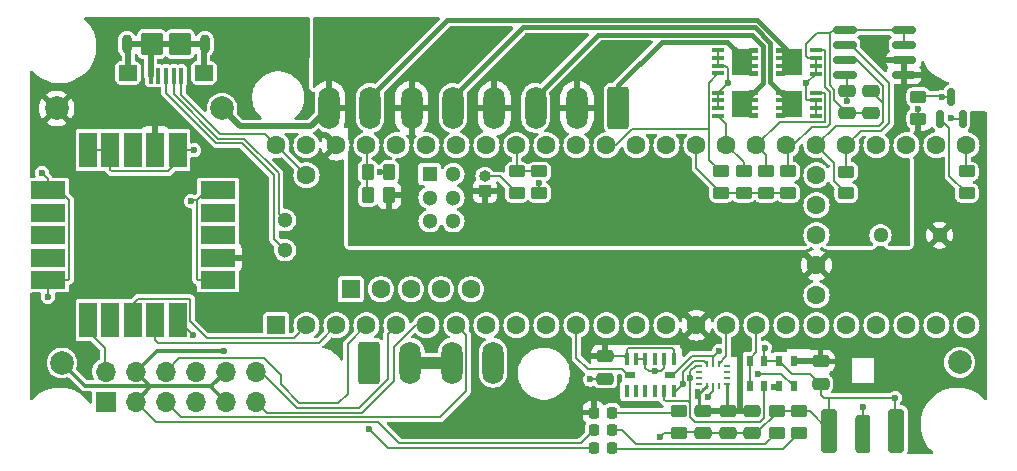
<source format=gbr>
%TF.GenerationSoftware,KiCad,Pcbnew,8.0.4*%
%TF.CreationDate,2024-11-10T13:19:24-08:00*%
%TF.ProjectId,v0.5,76302e35-2e6b-4696-9361-645f70636258,rev?*%
%TF.SameCoordinates,Original*%
%TF.FileFunction,Copper,L1,Top*%
%TF.FilePolarity,Positive*%
%FSLAX46Y46*%
G04 Gerber Fmt 4.6, Leading zero omitted, Abs format (unit mm)*
G04 Created by KiCad (PCBNEW 8.0.4) date 2024-11-10 13:19:24*
%MOMM*%
%LPD*%
G01*
G04 APERTURE LIST*
G04 Aperture macros list*
%AMRoundRect*
0 Rectangle with rounded corners*
0 $1 Rounding radius*
0 $2 $3 $4 $5 $6 $7 $8 $9 X,Y pos of 4 corners*
0 Add a 4 corners polygon primitive as box body*
4,1,4,$2,$3,$4,$5,$6,$7,$8,$9,$2,$3,0*
0 Add four circle primitives for the rounded corners*
1,1,$1+$1,$2,$3*
1,1,$1+$1,$4,$5*
1,1,$1+$1,$6,$7*
1,1,$1+$1,$8,$9*
0 Add four rect primitives between the rounded corners*
20,1,$1+$1,$2,$3,$4,$5,0*
20,1,$1+$1,$4,$5,$6,$7,0*
20,1,$1+$1,$6,$7,$8,$9,0*
20,1,$1+$1,$8,$9,$2,$3,0*%
%AMFreePoly0*
4,1,21,1.372500,0.787500,0.862500,0.787500,0.862500,0.532500,1.372500,0.532500,1.372500,0.127500,0.862500,0.127500,0.862500,-0.127500,1.372500,-0.127500,1.372500,-0.532500,0.862500,-0.532500,0.862500,-0.787500,1.372500,-0.787500,1.372500,-1.195000,0.612500,-1.195000,0.612500,-1.117500,-0.862500,-1.117500,-0.862500,1.117500,0.612500,1.117500,0.612500,1.195000,1.372500,1.195000,
1.372500,0.787500,1.372500,0.787500,$1*%
G04 Aperture macros list end*
%TA.AperFunction,ComponentPad*%
%ADD10C,2.000000*%
%TD*%
%TA.AperFunction,SMDPad,CuDef*%
%ADD11RoundRect,0.250000X-0.450000X0.262500X-0.450000X-0.262500X0.450000X-0.262500X0.450000X0.262500X0*%
%TD*%
%TA.AperFunction,ComponentPad*%
%ADD12R,1.700000X1.700000*%
%TD*%
%TA.AperFunction,ComponentPad*%
%ADD13O,1.700000X1.700000*%
%TD*%
%TA.AperFunction,SMDPad,CuDef*%
%ADD14R,0.990000X0.405000*%
%TD*%
%TA.AperFunction,SMDPad,CuDef*%
%ADD15FreePoly0,180.000000*%
%TD*%
%TA.AperFunction,SMDPad,CuDef*%
%ADD16RoundRect,0.250000X0.475000X-0.250000X0.475000X0.250000X-0.475000X0.250000X-0.475000X-0.250000X0*%
%TD*%
%TA.AperFunction,SMDPad,CuDef*%
%ADD17RoundRect,0.250000X0.450000X-0.262500X0.450000X0.262500X-0.450000X0.262500X-0.450000X-0.262500X0*%
%TD*%
%TA.AperFunction,SMDPad,CuDef*%
%ADD18RoundRect,0.250000X-0.475000X0.250000X-0.475000X-0.250000X0.475000X-0.250000X0.475000X0.250000X0*%
%TD*%
%TA.AperFunction,SMDPad,CuDef*%
%ADD19RoundRect,0.250000X0.262500X0.450000X-0.262500X0.450000X-0.262500X-0.450000X0.262500X-0.450000X0*%
%TD*%
%TA.AperFunction,SMDPad,CuDef*%
%ADD20R,0.475000X0.250000*%
%TD*%
%TA.AperFunction,SMDPad,CuDef*%
%ADD21R,0.250000X0.475000*%
%TD*%
%TA.AperFunction,SMDPad,CuDef*%
%ADD22RoundRect,0.218750X0.218750X0.256250X-0.218750X0.256250X-0.218750X-0.256250X0.218750X-0.256250X0*%
%TD*%
%TA.AperFunction,ComponentPad*%
%ADD23RoundRect,0.250000X-0.650000X-1.550000X0.650000X-1.550000X0.650000X1.550000X-0.650000X1.550000X0*%
%TD*%
%TA.AperFunction,ComponentPad*%
%ADD24O,1.800000X3.600000*%
%TD*%
%TA.AperFunction,SMDPad,CuDef*%
%ADD25RoundRect,0.150000X0.825000X0.150000X-0.825000X0.150000X-0.825000X-0.150000X0.825000X-0.150000X0*%
%TD*%
%TA.AperFunction,ComponentPad*%
%ADD26RoundRect,0.250000X0.650000X1.550000X-0.650000X1.550000X-0.650000X-1.550000X0.650000X-1.550000X0*%
%TD*%
%TA.AperFunction,SMDPad,CuDef*%
%ADD27RoundRect,0.250000X-0.385000X-1.350000X0.385000X-1.350000X0.385000X1.350000X-0.385000X1.350000X0*%
%TD*%
%TA.AperFunction,SMDPad,CuDef*%
%ADD28RoundRect,0.250000X-0.425000X-1.600000X0.425000X-1.600000X0.425000X1.600000X-0.425000X1.600000X0*%
%TD*%
%TA.AperFunction,SMDPad,CuDef*%
%ADD29R,0.550000X0.950000*%
%TD*%
%TA.AperFunction,SMDPad,CuDef*%
%ADD30FreePoly0,0.000000*%
%TD*%
%TA.AperFunction,SMDPad,CuDef*%
%ADD31R,1.500000X3.000000*%
%TD*%
%TA.AperFunction,SMDPad,CuDef*%
%ADD32R,3.000000X1.500000*%
%TD*%
%TA.AperFunction,SMDPad,CuDef*%
%ADD33RoundRect,0.100000X0.100000X0.575000X-0.100000X0.575000X-0.100000X-0.575000X0.100000X-0.575000X0*%
%TD*%
%TA.AperFunction,ComponentPad*%
%ADD34O,0.900000X1.600000*%
%TD*%
%TA.AperFunction,SMDPad,CuDef*%
%ADD35RoundRect,0.250000X0.550000X0.450000X-0.550000X0.450000X-0.550000X-0.450000X0.550000X-0.450000X0*%
%TD*%
%TA.AperFunction,SMDPad,CuDef*%
%ADD36RoundRect,0.250000X0.700000X0.700000X-0.700000X0.700000X-0.700000X-0.700000X0.700000X-0.700000X0*%
%TD*%
%TA.AperFunction,ComponentPad*%
%ADD37R,1.600000X1.600000*%
%TD*%
%TA.AperFunction,ComponentPad*%
%ADD38C,1.600000*%
%TD*%
%TA.AperFunction,ComponentPad*%
%ADD39R,1.300000X1.300000*%
%TD*%
%TA.AperFunction,ComponentPad*%
%ADD40C,1.300000*%
%TD*%
%TA.AperFunction,SMDPad,CuDef*%
%ADD41RoundRect,0.150000X0.150000X-0.587500X0.150000X0.587500X-0.150000X0.587500X-0.150000X-0.587500X0*%
%TD*%
%TA.AperFunction,SMDPad,CuDef*%
%ADD42R,0.449200X1.117800*%
%TD*%
%TA.AperFunction,SMDPad,CuDef*%
%ADD43R,0.813000X0.500000*%
%TD*%
%TA.AperFunction,SMDPad,CuDef*%
%ADD44RoundRect,0.250000X-0.262500X-0.450000X0.262500X-0.450000X0.262500X0.450000X-0.262500X0.450000X0*%
%TD*%
%TA.AperFunction,ComponentPad*%
%ADD45C,1.280000*%
%TD*%
%TA.AperFunction,ComponentPad*%
%ADD46R,1.000000X1.000000*%
%TD*%
%TA.AperFunction,ComponentPad*%
%ADD47O,1.000000X1.000000*%
%TD*%
%TA.AperFunction,ViaPad*%
%ADD48C,0.600000*%
%TD*%
%TA.AperFunction,Conductor*%
%ADD49C,0.200000*%
%TD*%
%TA.AperFunction,Conductor*%
%ADD50C,0.250000*%
%TD*%
%TA.AperFunction,Conductor*%
%ADD51C,0.500000*%
%TD*%
%TA.AperFunction,Conductor*%
%ADD52C,0.300000*%
%TD*%
%TA.AperFunction,Conductor*%
%ADD53C,0.400000*%
%TD*%
%TA.AperFunction,Conductor*%
%ADD54C,1.000000*%
%TD*%
G04 APERTURE END LIST*
D10*
%TO.P,TP4,1,1*%
%TO.N,GND*%
X162900000Y-104150000D03*
%TD*%
%TO.P,TP2,1,1*%
%TO.N,+5V*%
X86900000Y-104200000D03*
%TD*%
D11*
%TO.P,R22,1*%
%TO.N,/PY_4*%
X142700000Y-87987500D03*
%TO.P,R22,2*%
%TO.N,GND*%
X142700000Y-89812500D03*
%TD*%
D12*
%TO.P,J3,1,Pin_1*%
%TO.N,GND*%
X90600000Y-107475000D03*
D13*
%TO.P,J3,2,Pin_2*%
X90600000Y-104935000D03*
%TO.P,J3,3,Pin_3*%
%TO.N,+5V*%
X93140000Y-107475000D03*
%TO.P,J3,4,Pin_4*%
X93140000Y-104935000D03*
%TO.P,J3,5,Pin_5*%
%TO.N,/SERVO_1*%
X95680000Y-107475000D03*
%TO.P,J3,6,Pin_6*%
%TO.N,/SERVO_3*%
X95680000Y-104935000D03*
%TO.P,J3,7,Pin_7*%
%TO.N,GND*%
X98220000Y-107475000D03*
%TO.P,J3,8,Pin_8*%
X98220000Y-104935000D03*
%TO.P,J3,9,Pin_9*%
%TO.N,+5V*%
X100760000Y-107475000D03*
%TO.P,J3,10,Pin_10*%
X100760000Y-104935000D03*
%TO.P,J3,11,Pin_11*%
%TO.N,/SERVO_2*%
X103300000Y-107475000D03*
%TO.P,J3,12,Pin_12*%
%TO.N,/SERVO_4*%
X103300000Y-104935000D03*
%TD*%
D14*
%TO.P,Q2,1,S*%
%TO.N,GND*%
X150700000Y-79700000D03*
%TO.P,Q2,2,S*%
X150700000Y-79040000D03*
%TO.P,Q2,3,S*%
X150700000Y-78380000D03*
%TO.P,Q2,4,G*%
%TO.N,/PY_1*%
X150700000Y-77720000D03*
D15*
%TO.P,Q2,5,D*%
%TO.N,/PY_TERM1*%
X148707500Y-78710000D03*
%TD*%
D16*
%TO.P,C6,1*%
%TO.N,GND*%
X145300000Y-110150000D03*
%TO.P,C6,2*%
%TO.N,+3.3V*%
X145300000Y-108250000D03*
%TD*%
D17*
%TO.P,R7,1*%
%TO.N,+3.3V*%
X159400000Y-83512500D03*
%TO.P,R7,2*%
%TO.N,Net-(Q1-C)*%
X159400000Y-81687500D03*
%TD*%
D18*
%TO.P,C9,1*%
%TO.N,+3.3V*%
X132900000Y-103650000D03*
%TO.P,C9,2*%
%TO.N,GND*%
X132900000Y-105550000D03*
%TD*%
D16*
%TO.P,C7,1*%
%TO.N,GND*%
X143300000Y-110150000D03*
%TO.P,C7,2*%
%TO.N,+3.3V*%
X143300000Y-108250000D03*
%TD*%
D18*
%TO.P,C3,1*%
%TO.N,/C_MEAS*%
X155400000Y-81150000D03*
%TO.P,C3,2*%
%TO.N,GND*%
X155400000Y-83050000D03*
%TD*%
D19*
%TO.P,R8,1*%
%TO.N,/BATT*%
X114612500Y-90000000D03*
%TO.P,R8,2*%
%TO.N,/BATT_VOLT*%
X112787500Y-90000000D03*
%TD*%
D20*
%TO.P,U4,1,AP_SDO/AP_AD0*%
%TO.N,/MISO*%
X140837500Y-104450000D03*
%TO.P,U4,2,RESV*%
%TO.N,unconnected-(U4-RESV-Pad10)_3*%
X140837500Y-104950000D03*
%TO.P,U4,3,RESV*%
%TO.N,unconnected-(U4-RESV-Pad10)_2*%
X140837500Y-105450000D03*
%TO.P,U4,4,INT1/INT*%
%TO.N,unconnected-(U4-INT1{slash}INT-Pad4)*%
X140837500Y-105950000D03*
D21*
%TO.P,U4,5,VDDIO*%
%TO.N,+3.3V*%
X141500000Y-106112500D03*
%TO.P,U4,6,GND*%
%TO.N,GND*%
X142000000Y-106112500D03*
%TO.P,U4,7,FSYNC*%
%TO.N,unconnected-(U4-FSYNC-Pad7)*%
X142500000Y-106112500D03*
D20*
%TO.P,U4,8,VDD*%
%TO.N,+3.3V*%
X143162500Y-105950000D03*
%TO.P,U4,9,INT2*%
%TO.N,unconnected-(U4-INT2-Pad9)*%
X143162500Y-105450000D03*
%TO.P,U4,10,RESV*%
%TO.N,unconnected-(U4-RESV-Pad10)_1*%
X143162500Y-104950000D03*
%TO.P,U4,11,RESV*%
%TO.N,unconnected-(U4-RESV-Pad10)*%
X143162500Y-104450000D03*
D21*
%TO.P,U4,12,AP_CS*%
%TO.N,/CS_IMU*%
X142500000Y-104287500D03*
%TO.P,U4,13,AP_SCL/AP_SCLK*%
%TO.N,/SCK*%
X142000000Y-104287500D03*
%TO.P,U4,14,AP_SDA/AP_SDIO/AP_SDI*%
%TO.N,/MOSI*%
X141500000Y-104287500D03*
%TD*%
D16*
%TO.P,C8,1*%
%TO.N,GND*%
X141200000Y-110150000D03*
%TO.P,C8,2*%
%TO.N,+3.3V*%
X141200000Y-108250000D03*
%TD*%
D11*
%TO.P,R3,1*%
%TO.N,/TEST_MODE*%
X127300000Y-87987500D03*
%TO.P,R3,2*%
%TO.N,GND*%
X127300000Y-89812500D03*
%TD*%
D10*
%TO.P,TP1,1,1*%
%TO.N,+3.3V*%
X86450000Y-82650000D03*
%TD*%
D22*
%TO.P,D1,1,K*%
%TO.N,/3V_LED*%
X133487500Y-108400000D03*
%TO.P,D1,2,A*%
%TO.N,+3.3V*%
X131912500Y-108400000D03*
%TD*%
D23*
%TO.P,J5,1,Pin_1*%
%TO.N,/BATT*%
X112900000Y-104200000D03*
D24*
%TO.P,J5,2,Pin_2*%
%TO.N,Net-(J5-Pin_2)*%
X116400000Y-104200000D03*
%TO.P,J5,3,Pin_3*%
X119900000Y-104200000D03*
%TO.P,J5,4,Pin_4*%
%TO.N,GND*%
X123400000Y-104200000D03*
%TD*%
D25*
%TO.P,U3,1,IP+*%
%TO.N,/BATT*%
X158175000Y-79805000D03*
%TO.P,U3,2,IP+*%
X158175000Y-78535000D03*
%TO.P,U3,3,IP-*%
%TO.N,GND*%
X158175000Y-77265000D03*
%TO.P,U3,4,IP-*%
X158175000Y-75995000D03*
%TO.P,U3,5,GND*%
X153225000Y-75995000D03*
%TO.P,U3,6,~{FAULT}*%
%TO.N,/C_FAULT*%
X153225000Y-77265000D03*
%TO.P,U3,7,VIOUT*%
%TO.N,/C_MEAS*%
X153225000Y-78535000D03*
%TO.P,U3,8,VCC*%
%TO.N,+3.3V*%
X153225000Y-79805000D03*
%TD*%
D18*
%TO.P,C1,1*%
%TO.N,+3.3V*%
X151122500Y-104077500D03*
%TO.P,C1,2*%
%TO.N,GND*%
X151122500Y-105977500D03*
%TD*%
D26*
%TO.P,J4,1,Pin_1*%
%TO.N,/PY_TERM4*%
X134000000Y-82600000D03*
D24*
%TO.P,J4,2,Pin_2*%
%TO.N,/BATT*%
X130500000Y-82600000D03*
%TO.P,J4,3,Pin_3*%
%TO.N,/PY_TERM3*%
X127000000Y-82600000D03*
%TO.P,J4,4,Pin_4*%
%TO.N,/BATT*%
X123500000Y-82600000D03*
%TO.P,J4,5,Pin_5*%
%TO.N,/PY_TERM2*%
X120000000Y-82600000D03*
%TO.P,J4,6,Pin_6*%
%TO.N,/BATT*%
X116500000Y-82600000D03*
%TO.P,J4,7,Pin_7*%
%TO.N,/PY_TERM1*%
X113000000Y-82600000D03*
%TO.P,J4,8,Pin_8*%
%TO.N,/BATT*%
X109500000Y-82600000D03*
%TD*%
D11*
%TO.P,R21,1*%
%TO.N,/PY_3*%
X144600000Y-87987500D03*
%TO.P,R21,2*%
%TO.N,GND*%
X144600000Y-89812500D03*
%TD*%
D17*
%TO.P,R4,1*%
%TO.N,/5V_LED*%
X147400000Y-110112500D03*
%TO.P,R4,2*%
%TO.N,GND*%
X147400000Y-108287500D03*
%TD*%
D11*
%TO.P,R14,1*%
%TO.N,/PY_1*%
X148400000Y-87987500D03*
%TO.P,R14,2*%
%TO.N,GND*%
X148400000Y-89812500D03*
%TD*%
D22*
%TO.P,D2,1,K*%
%TO.N,/5V_LED*%
X133487500Y-109900000D03*
%TO.P,D2,2,A*%
%TO.N,+5V*%
X131912500Y-109900000D03*
%TD*%
D27*
%TO.P,J7,1,In*%
%TO.N,/ANT*%
X154700000Y-110185000D03*
D28*
%TO.P,J7,2,Ext*%
%TO.N,GND*%
X157525000Y-109935000D03*
X151875000Y-109935000D03*
%TD*%
D10*
%TO.P,TP3,1,1*%
%TO.N,/BATT*%
X100450000Y-82650000D03*
%TD*%
D17*
%TO.P,R5,1*%
%TO.N,Net-(Q1-B)*%
X163500000Y-89812500D03*
%TO.P,R5,2*%
%TO.N,/BUZZER*%
X163500000Y-87987500D03*
%TD*%
D29*
%TO.P,U1,1,VDD*%
%TO.N,+3.3V*%
X148875000Y-104025000D03*
%TO.P,U1,2,PS*%
%TO.N,GND*%
X147625000Y-104025000D03*
%TO.P,U1,3,GND*%
X146375000Y-104025000D03*
%TO.P,U1,4,CSB*%
%TO.N,/CS_BARO*%
X145125000Y-104025000D03*
%TO.P,U1,5,CSB*%
X145125000Y-106175000D03*
%TO.P,U1,6,SDO*%
%TO.N,/MISO*%
X146375000Y-106175000D03*
%TO.P,U1,7,SDI/SDA*%
%TO.N,/MOSI*%
X147625000Y-106175000D03*
%TO.P,U1,8,SCLK*%
%TO.N,/SCK*%
X148875000Y-106175000D03*
%TD*%
D14*
%TO.P,Q5,1,S*%
%TO.N,GND*%
X142457500Y-77715000D03*
%TO.P,Q5,2,S*%
X142457500Y-78375000D03*
%TO.P,Q5,3,S*%
X142457500Y-79035000D03*
%TO.P,Q5,4,G*%
%TO.N,/PY_4*%
X142457500Y-79695000D03*
D30*
%TO.P,Q5,5,D*%
%TO.N,/PY_TERM4*%
X144450000Y-78705000D03*
%TD*%
D31*
%TO.P,U5,1,GND*%
%TO.N,GND*%
X96700000Y-86180000D03*
%TO.P,U5,2,VCC_IO*%
%TO.N,+3.3V*%
X94800000Y-86180000D03*
%TO.P,U5,3,V_BCKP*%
%TO.N,unconnected-(U5-V_BCKP-Pad3)*%
X92900000Y-86180000D03*
%TO.P,U5,4,GND*%
%TO.N,GND*%
X91000000Y-86180000D03*
%TO.P,U5,5,GND*%
X89100000Y-86180000D03*
D32*
%TO.P,U5,6,GND*%
X85700000Y-89580000D03*
%TO.P,U5,7,TIMEPULSE*%
%TO.N,unconnected-(U5-TIMEPULSE-Pad7)*%
X85700000Y-91480000D03*
%TO.P,U5,8,~{SAFEBOOT}*%
%TO.N,unconnected-(U5-~{SAFEBOOT}-Pad8)*%
X85700000Y-93380000D03*
%TO.P,U5,9,SDA*%
%TO.N,unconnected-(U5-SDA-Pad9)*%
X85700000Y-95280000D03*
%TO.P,U5,10,GND*%
%TO.N,GND*%
X85700000Y-97180000D03*
D31*
%TO.P,U5,11,GND*%
X89100000Y-100580000D03*
%TO.P,U5,12,SCL*%
%TO.N,unconnected-(U5-SCL-Pad12)*%
X91000000Y-100580000D03*
%TO.P,U5,13,TXD*%
%TO.N,/TX1*%
X92900000Y-100580000D03*
%TO.P,U5,14,RXD*%
%TO.N,/RX1*%
X94800000Y-100580000D03*
%TO.P,U5,15,GND*%
%TO.N,GND*%
X96700000Y-100580000D03*
D32*
%TO.P,U5,16,GND*%
X100100000Y-97180000D03*
%TO.P,U5,17,VCC*%
%TO.N,+3.3V*%
X100100000Y-95280000D03*
%TO.P,U5,18,~{RESET}*%
%TO.N,unconnected-(U5-~{RESET}-Pad18)*%
X100100000Y-93380000D03*
%TO.P,U5,19,EXTINT0*%
%TO.N,unconnected-(U5-EXTINT0-Pad19)*%
X100100000Y-91480000D03*
%TO.P,U5,20,GND*%
%TO.N,GND*%
X100100000Y-89580000D03*
%TD*%
D17*
%TO.P,R16,1*%
%TO.N,/C_MEAS*%
X153300000Y-89825000D03*
%TO.P,R16,2*%
%TO.N,/C_FAULT*%
X153300000Y-88000000D03*
%TD*%
%TO.P,R2,1*%
%TO.N,Net-(J1-Pin_2)*%
X125400000Y-89812500D03*
%TO.P,R2,2*%
%TO.N,/TEST_MODE*%
X125400000Y-87987500D03*
%TD*%
D22*
%TO.P,D3,1,K*%
%TO.N,/BATT_LED*%
X133487500Y-111400000D03*
%TO.P,D3,2,A*%
%TO.N,/BATT*%
X131912500Y-111400000D03*
%TD*%
D14*
%TO.P,Q4,1,S*%
%TO.N,GND*%
X142457500Y-81310000D03*
%TO.P,Q4,2,S*%
X142457500Y-81970000D03*
%TO.P,Q4,3,S*%
X142457500Y-82630000D03*
%TO.P,Q4,4,G*%
%TO.N,/PY_3*%
X142457500Y-83290000D03*
D30*
%TO.P,Q4,5,D*%
%TO.N,/PY_TERM3*%
X144450000Y-82300000D03*
%TD*%
D33*
%TO.P,J2,1,VBUS*%
%TO.N,/VUSB*%
X97000000Y-79875000D03*
%TO.P,J2,2,D-*%
%TO.N,/D-*%
X96350000Y-79875000D03*
%TO.P,J2,3,D+*%
%TO.N,/D+*%
X95700000Y-79875000D03*
%TO.P,J2,4,ID*%
%TO.N,unconnected-(J2-ID-Pad4)*%
X95050000Y-79875000D03*
%TO.P,J2,5,GND*%
%TO.N,GND*%
X94400000Y-79875000D03*
D34*
%TO.P,J2,6,Shield*%
X99000000Y-77200000D03*
D35*
X98900000Y-79650000D03*
D36*
X96900000Y-77200000D03*
X94500000Y-77200000D03*
D35*
X92500000Y-79650000D03*
D34*
X92400000Y-77200000D03*
%TD*%
D37*
%TO.P,U7,1,GND*%
%TO.N,GND*%
X105060000Y-101000000D03*
D38*
%TO.P,U7,2,0_RX1_CRX2_CS1*%
%TO.N,/TX1*%
X107600000Y-101000000D03*
%TO.P,U7,3,1_TX1_CTX2_MISO1*%
%TO.N,/RX1*%
X110140000Y-101000000D03*
%TO.P,U7,4,2_OUT2*%
%TO.N,/SERVO_3*%
X112680000Y-101000000D03*
%TO.P,U7,5,3_LRCLK2*%
%TO.N,/SERVO_4*%
X115220000Y-101000000D03*
%TO.P,U7,6,4_BCLK2*%
%TO.N,/SERVO_2*%
X117760000Y-101000000D03*
%TO.P,U7,7,5_IN2*%
%TO.N,/SERVO_1*%
X120300000Y-101000000D03*
%TO.P,U7,8,6_OUT1D*%
%TO.N,unconnected-(U7-6_OUT1D-Pad8)*%
X122840000Y-101000000D03*
%TO.P,U7,9,7_RX2_OUT1A*%
%TO.N,unconnected-(U7-7_RX2_OUT1A-Pad9)*%
X125380000Y-101000000D03*
%TO.P,U7,10,8_TX2_IN1*%
%TO.N,unconnected-(U7-8_TX2_IN1-Pad10)*%
X127920000Y-101000000D03*
%TO.P,U7,11,9_OUT1C*%
%TO.N,/CS_ADXL375*%
X130460000Y-101000000D03*
%TO.P,U7,12,10_CS_MQSR*%
%TO.N,/INTRPT*%
X133000000Y-101000000D03*
%TO.P,U7,13,11_MOSI_CTX1*%
%TO.N,/MOSI*%
X135540000Y-101000000D03*
%TO.P,U7,14,12_MISO_MQSL*%
%TO.N,/MISO*%
X138080000Y-101000000D03*
%TO.P,U7,15,3V3*%
%TO.N,+3.3V*%
X140620000Y-101000000D03*
%TO.P,U7,16,24_A10_TX6_SCL2*%
%TO.N,/CS_IMU*%
X143160000Y-101000000D03*
%TO.P,U7,17,25_A11_RX6_SDA2*%
%TO.N,/CS_BARO*%
X145700000Y-101000000D03*
%TO.P,U7,18,26_A12_MOSI1*%
%TO.N,/CS_RADIO*%
X148240000Y-101000000D03*
%TO.P,U7,19,27_A13_SCK1*%
%TO.N,unconnected-(U7-27_A13_SCK1-Pad19)*%
X150780000Y-101000000D03*
%TO.P,U7,20,28_RX7*%
%TO.N,unconnected-(U7-28_RX7-Pad20)*%
X153320000Y-101000000D03*
%TO.P,U7,21,29_TX7*%
%TO.N,unconnected-(U7-29_TX7-Pad21)*%
X155860000Y-101000000D03*
%TO.P,U7,22,30_CRX3*%
%TO.N,unconnected-(U7-30_CRX3-Pad22)*%
X158400000Y-101000000D03*
%TO.P,U7,23,31_CTX3*%
%TO.N,unconnected-(U7-31_CTX3-Pad23)*%
X160940000Y-101000000D03*
%TO.P,U7,24,32_OUT1B*%
%TO.N,unconnected-(U7-32_OUT1B-Pad24)*%
X163480000Y-101000000D03*
%TO.P,U7,25,33_MCLK2*%
%TO.N,/BUZZER*%
X163480000Y-85760000D03*
%TO.P,U7,26,34_RX8*%
%TO.N,unconnected-(U7-34_RX8-Pad26)*%
X160940000Y-85760000D03*
%TO.P,U7,27,35_TX8*%
%TO.N,unconnected-(U7-35_TX8-Pad27)*%
X158400000Y-85760000D03*
%TO.P,U7,28,36_CS*%
%TO.N,unconnected-(U7-36_CS-Pad28)*%
X155860000Y-85760000D03*
%TO.P,U7,29,37_CS*%
%TO.N,/C_FAULT*%
X153320000Y-85760000D03*
%TO.P,U7,30,38_CS1_IN1*%
%TO.N,/C_MEAS*%
X150780000Y-85760000D03*
%TO.P,U7,31,39_MISO1_OUT1A*%
%TO.N,/PY_1*%
X148240000Y-85760000D03*
%TO.P,U7,32,40_A16*%
%TO.N,/PY_2*%
X145700000Y-85760000D03*
%TO.P,U7,33,41_A17*%
%TO.N,/PY_3*%
X143160000Y-85760000D03*
%TO.P,U7,34,GND*%
%TO.N,GND*%
X140620000Y-85760000D03*
%TO.P,U7,35,13_SCK_LED*%
%TO.N,/SCK*%
X138080000Y-85760000D03*
%TO.P,U7,36,14_A0_TX3_SPDIF_OUT*%
%TO.N,unconnected-(U7-14_A0_TX3_SPDIF_OUT-Pad36)*%
X135540000Y-85760000D03*
%TO.P,U7,37,15_A1_RX3_SPDIF_IN*%
%TO.N,/PY_4*%
X133000000Y-85760000D03*
%TO.P,U7,38,16_A2_RX4_SCL1*%
%TO.N,unconnected-(U7-16_A2_RX4_SCL1-Pad38)*%
X130460000Y-85760000D03*
%TO.P,U7,39,17_A3_TX4_SDA1*%
%TO.N,unconnected-(U7-17_A3_TX4_SDA1-Pad39)*%
X127920000Y-85760000D03*
%TO.P,U7,40,18_A4_SDA*%
%TO.N,/TEST_MODE*%
X125380000Y-85760000D03*
%TO.P,U7,41,19_A5_SCL*%
%TO.N,/CONT_4*%
X122840000Y-85760000D03*
%TO.P,U7,42,20_A6_TX5_LRCLK1*%
%TO.N,/CONT_3*%
X120300000Y-85760000D03*
%TO.P,U7,43,21_A7_RX5_BCLK1*%
%TO.N,/CONT_2*%
X117760000Y-85760000D03*
%TO.P,U7,44,22_A8_CTX1*%
%TO.N,/CONT_1*%
X115220000Y-85760000D03*
%TO.P,U7,45,23_A9_CRX1_MCLK1*%
%TO.N,/BATT_VOLT*%
X112680000Y-85760000D03*
%TO.P,U7,46,3V3*%
%TO.N,+3.3V*%
X110140000Y-85760000D03*
%TO.P,U7,47,GND*%
%TO.N,GND*%
X107600000Y-85760000D03*
%TO.P,U7,48,VIN*%
%TO.N,/VUSB*%
X105060000Y-85760000D03*
%TO.P,U7,49,VUSB*%
X107600000Y-88300000D03*
%TO.P,U7,50,VBAT*%
%TO.N,unconnected-(U7-VBAT-Pad50)*%
X150780000Y-98460000D03*
%TO.P,U7,51,3V3*%
%TO.N,+3.3V*%
X150780000Y-95920000D03*
%TO.P,U7,52,GND*%
%TO.N,GND*%
X150780000Y-93380000D03*
%TO.P,U7,53,PROGRAM*%
%TO.N,unconnected-(U7-PROGRAM-Pad53)*%
X150780000Y-90840000D03*
%TO.P,U7,54,ON_OFF*%
%TO.N,unconnected-(U7-ON_OFF-Pad54)*%
X150780000Y-88300000D03*
D37*
%TO.P,U7,55,5V*%
%TO.N,unconnected-(U7-5V-Pad55)*%
X111359200Y-97949200D03*
D38*
%TO.P,U7,56,D-*%
%TO.N,unconnected-(U7-D--Pad56)*%
X113899200Y-97949200D03*
%TO.P,U7,57,D+*%
%TO.N,unconnected-(U7-D+-Pad57)*%
X116439200Y-97949200D03*
%TO.P,U7,58,GND*%
%TO.N,GND*%
X118979200Y-97949200D03*
%TO.P,U7,59,GND*%
X121519200Y-97949200D03*
D39*
%TO.P,U7,60,R+*%
%TO.N,unconnected-(U7-R+-Pad60)*%
X118030000Y-88198400D03*
D40*
%TO.P,U7,61,LED*%
%TO.N,unconnected-(U7-LED-Pad61)*%
X118030000Y-90198400D03*
%TO.P,U7,62,T-*%
%TO.N,unconnected-(U7-T--Pad62)*%
X118030000Y-92198400D03*
%TO.P,U7,63,T+*%
%TO.N,unconnected-(U7-T+-Pad63)*%
X120030000Y-92198400D03*
%TO.P,U7,64,GND*%
%TO.N,GND*%
X120030000Y-90198400D03*
%TO.P,U7,65,R-*%
%TO.N,unconnected-(U7-R--Pad65)*%
X120030000Y-88198400D03*
%TO.P,U7,66,D-*%
%TO.N,/D-*%
X105790000Y-92110000D03*
%TO.P,U7,67,D+*%
%TO.N,/D+*%
X105790000Y-94650000D03*
%TD*%
D41*
%TO.P,Q1,1,B*%
%TO.N,Net-(Q1-B)*%
X161250000Y-83537500D03*
%TO.P,Q1,2,E*%
%TO.N,GND*%
X163150000Y-83537500D03*
%TO.P,Q1,3,C*%
%TO.N,Net-(Q1-C)*%
X162200000Y-81662500D03*
%TD*%
D42*
%TO.P,U6,1,VDD_I/O*%
%TO.N,+3.3V*%
X138700001Y-103829099D03*
%TO.P,U6,2,GND*%
%TO.N,GND*%
X137900000Y-103829099D03*
%TO.P,U6,3,RESERVED*%
%TO.N,unconnected-(U6-RESERVED-Pad3)*%
X137099999Y-103829099D03*
%TO.P,U6,4,GND*%
%TO.N,GND*%
X136300001Y-103829099D03*
%TO.P,U6,5,GND*%
X135500000Y-103829099D03*
%TO.P,U6,6,VS*%
%TO.N,+3.3V*%
X134700001Y-103829099D03*
D43*
%TO.P,U6,7,\u002ACS*%
%TO.N,/CS_ADXL375*%
X134981502Y-105200000D03*
D42*
%TO.P,U6,8,INT1*%
%TO.N,unconnected-(U6-INT1-Pad8)*%
X134699999Y-106570901D03*
%TO.P,U6,9,INT2*%
%TO.N,unconnected-(U6-INT2-Pad9)*%
X135500000Y-106570901D03*
%TO.P,U6,10,NC*%
%TO.N,unconnected-(U6-NC-Pad10)*%
X136300001Y-106570901D03*
%TO.P,U6,11,RESERVED*%
%TO.N,unconnected-(U6-RESERVED-Pad11)*%
X137099999Y-106570901D03*
%TO.P,U6,12,SDO/ALT_ADDRESS*%
%TO.N,/MISO*%
X137900000Y-106570901D03*
%TO.P,U6,13,SDA/SDI/SDIO*%
%TO.N,/MOSI*%
X138699999Y-106570901D03*
D43*
%TO.P,U6,14,SCL/SCLK*%
%TO.N,/SCK*%
X138418498Y-105200000D03*
%TD*%
D17*
%TO.P,R1,1*%
%TO.N,GND*%
X139100000Y-110112500D03*
%TO.P,R1,2*%
%TO.N,/3V_LED*%
X139100000Y-108287500D03*
%TD*%
D11*
%TO.P,R15,1*%
%TO.N,/PY_2*%
X146500000Y-87987500D03*
%TO.P,R15,2*%
%TO.N,GND*%
X146500000Y-89812500D03*
%TD*%
D14*
%TO.P,Q3,1,S*%
%TO.N,GND*%
X150700000Y-83300000D03*
%TO.P,Q3,2,S*%
X150700000Y-82640000D03*
%TO.P,Q3,3,S*%
X150700000Y-81980000D03*
%TO.P,Q3,4,G*%
%TO.N,/PY_2*%
X150700000Y-81320000D03*
D15*
%TO.P,Q3,5,D*%
%TO.N,/PY_TERM2*%
X148707500Y-82310000D03*
%TD*%
D18*
%TO.P,C2,1*%
%TO.N,+3.3V*%
X153400000Y-81150000D03*
%TO.P,C2,2*%
%TO.N,GND*%
X153400000Y-83050000D03*
%TD*%
D17*
%TO.P,R6,1*%
%TO.N,/BATT_LED*%
X149300000Y-110112500D03*
%TO.P,R6,2*%
%TO.N,GND*%
X149300000Y-108287500D03*
%TD*%
D44*
%TO.P,R9,1*%
%TO.N,/BATT_VOLT*%
X112787500Y-88000000D03*
%TO.P,R9,2*%
%TO.N,GND*%
X114612500Y-88000000D03*
%TD*%
D45*
%TO.P,LS1,1*%
%TO.N,+3.3V*%
X161200000Y-93400000D03*
%TO.P,LS1,2*%
%TO.N,Net-(Q1-C)*%
X156200000Y-93400000D03*
%TD*%
D46*
%TO.P,J1,1,Pin_1*%
%TO.N,/BATT*%
X122700000Y-89670000D03*
D47*
%TO.P,J1,2,Pin_2*%
%TO.N,Net-(J1-Pin_2)*%
X122700000Y-88400000D03*
%TD*%
D48*
%TO.N,+3.3V*%
X152200000Y-105100000D03*
X159400000Y-82700000D03*
X153400000Y-82050000D03*
%TO.N,+5V*%
X100600000Y-103150000D03*
%TO.N,/ANT*%
X154700000Y-107900000D03*
%TO.N,/BATT*%
X112900000Y-109800000D03*
%TO.N,Net-(Q1-C)*%
X161400000Y-81700000D03*
%TO.N,/MOSI*%
X147150002Y-106200000D03*
X139500000Y-106000000D03*
%TO.N,/MISO*%
X140100001Y-105470846D03*
%TO.N,/SCK*%
X142500000Y-103200000D03*
X145800000Y-105100000D03*
%TO.N,GND*%
X98000000Y-101800000D03*
X85200000Y-88100000D03*
X127300000Y-89000000D03*
X143283750Y-80483750D03*
X137100000Y-104888001D03*
X146400000Y-102900000D03*
X141572549Y-107071330D03*
X98100000Y-86200000D03*
X157450000Y-107150000D03*
X131600000Y-105600000D03*
X85700000Y-98600000D03*
X113800000Y-88000000D03*
X149900000Y-80500000D03*
X162200000Y-83500000D03*
X137500000Y-110500000D03*
X97800000Y-90500000D03*
%TD*%
D49*
%TO.N,+3.3V*%
X134700001Y-103829099D02*
X134700001Y-103070199D01*
D50*
X140800000Y-107850000D02*
X140800000Y-106800000D01*
D49*
X134700001Y-103070199D02*
X134800001Y-102970199D01*
D51*
X144400000Y-108150000D02*
X144300000Y-108050000D01*
D50*
X141200000Y-106400000D02*
X141212500Y-106400000D01*
D51*
X148927500Y-104077500D02*
X148875000Y-104025000D01*
D50*
X140800000Y-106800000D02*
X141200000Y-106400000D01*
D49*
X134520902Y-103650000D02*
X134700001Y-103829099D01*
D50*
X143400000Y-108150000D02*
X144400000Y-108150000D01*
D49*
X138570199Y-102970199D02*
X138700001Y-103100001D01*
X159400000Y-83512500D02*
X159400000Y-82700000D01*
X134800001Y-102970199D02*
X138570199Y-102970199D01*
D50*
X141212500Y-106400000D02*
X141500000Y-106112500D01*
X143162500Y-105950000D02*
X143162500Y-108012500D01*
D49*
X138700001Y-103100001D02*
X138700001Y-103829099D01*
D51*
X144300000Y-108050000D02*
X144300000Y-103600000D01*
D50*
X144400000Y-108150000D02*
X145200000Y-108150000D01*
X141200000Y-108250000D02*
X143300000Y-108250000D01*
D51*
X151122500Y-104077500D02*
X148927500Y-104077500D01*
D49*
X153400000Y-79980000D02*
X153400000Y-81150000D01*
D50*
X141200000Y-108250000D02*
X140800000Y-107850000D01*
D49*
X132900000Y-103650000D02*
X134520902Y-103650000D01*
X153400000Y-81150000D02*
X153400000Y-82050000D01*
%TO.N,+5V*%
X94865000Y-109200000D02*
X93140000Y-107475000D01*
D52*
X99560000Y-106135000D02*
X99610000Y-106085000D01*
X94925000Y-103150000D02*
X93140000Y-104935000D01*
X94290000Y-106085000D02*
X94340000Y-106135000D01*
X99610000Y-106085000D02*
X100760000Y-104935000D01*
X94290000Y-106325000D02*
X94290000Y-106085000D01*
D49*
X130812500Y-111000000D02*
X115424264Y-111000000D01*
D52*
X99610000Y-106325000D02*
X100760000Y-107475000D01*
X99610000Y-106085000D02*
X99610000Y-106325000D01*
D49*
X131912500Y-109900000D02*
X130812500Y-111000000D01*
X115424264Y-111000000D02*
X113624264Y-109200000D01*
D52*
X100600000Y-103150000D02*
X94925000Y-103150000D01*
X88835000Y-106135000D02*
X86900000Y-104200000D01*
X94290000Y-106085000D02*
X94240000Y-106135000D01*
X93140000Y-107475000D02*
X94290000Y-106325000D01*
X94240000Y-106135000D02*
X88835000Y-106135000D01*
D49*
X113624264Y-109200000D02*
X94865000Y-109200000D01*
D52*
X93140000Y-104935000D02*
X94290000Y-106085000D01*
X94340000Y-106135000D02*
X99560000Y-106135000D01*
D49*
%TO.N,/CS_BARO*%
X145700000Y-103300000D02*
X145700000Y-101000000D01*
X145125000Y-103875000D02*
X145700000Y-103300000D01*
X145125000Y-106175000D02*
X145125000Y-104025000D01*
%TO.N,/ANT*%
X154700000Y-110185000D02*
X154700000Y-107900000D01*
%TO.N,/BATT*%
X114500000Y-111400000D02*
X131912500Y-111400000D01*
D51*
X101950000Y-84150000D02*
X107950000Y-84150000D01*
X100450000Y-82650000D02*
X101950000Y-84150000D01*
X107950000Y-84150000D02*
X109500000Y-82600000D01*
D49*
X112900000Y-109800000D02*
X114500000Y-111400000D01*
D53*
%TO.N,/PY_TERM1*%
X148707500Y-78125186D02*
X145782314Y-75200000D01*
X119500000Y-75200000D02*
X113000000Y-81700000D01*
X145782314Y-75200000D02*
X119500000Y-75200000D01*
%TO.N,/PY_TERM2*%
X146827500Y-77093714D02*
X145533786Y-75800000D01*
X146827500Y-80430000D02*
X146827500Y-77093714D01*
X148707500Y-82310000D02*
X146827500Y-80430000D01*
X145533786Y-75800000D02*
X125900000Y-75800000D01*
X125900000Y-75800000D02*
X120000000Y-81700000D01*
%TO.N,/PY_TERM3*%
X132300000Y-76400000D02*
X127000000Y-81700000D01*
X146227500Y-80522500D02*
X146227500Y-77342242D01*
X144450000Y-82300000D02*
X146227500Y-80522500D01*
X145285258Y-76400000D02*
X132300000Y-76400000D01*
X146227500Y-77342242D02*
X145285258Y-76400000D01*
%TO.N,/PY_TERM4*%
X143240000Y-77000000D02*
X137700000Y-77000000D01*
X144450000Y-78210000D02*
X143240000Y-77000000D01*
X137700000Y-77000000D02*
X134000000Y-80700000D01*
X134000000Y-80700000D02*
X134000000Y-82600000D01*
D49*
%TO.N,Net-(Q1-C)*%
X159400000Y-81600000D02*
X161300000Y-81600000D01*
X161437500Y-81662500D02*
X161400000Y-81700000D01*
X161300000Y-81600000D02*
X161400000Y-81700000D01*
X162200000Y-81662500D02*
X161437500Y-81662500D01*
%TO.N,/PY_1*%
X151900000Y-81259314D02*
X151500000Y-80859314D01*
X148400000Y-87987500D02*
X148400000Y-85920000D01*
X151900000Y-83963186D02*
X151900000Y-81259314D01*
X151500000Y-80859314D02*
X151500000Y-77825000D01*
X148805685Y-85760000D02*
X150363185Y-84202500D01*
X151395000Y-77720000D02*
X150700000Y-77720000D01*
X150363185Y-84202500D02*
X151660686Y-84202500D01*
X151660686Y-84202500D02*
X151900000Y-83963186D01*
X151500000Y-77825000D02*
X151395000Y-77720000D01*
%TO.N,/MOSI*%
X140409314Y-104025000D02*
X141237500Y-104025000D01*
X147150002Y-106200000D02*
X147600000Y-106200000D01*
X147600000Y-106200000D02*
X147625000Y-106175000D01*
X138899999Y-106570901D02*
X138699999Y-106570901D01*
X139500000Y-104934314D02*
X140409314Y-104025000D01*
X139500000Y-106000000D02*
X139500000Y-104934314D01*
X139500000Y-106000000D02*
X139470900Y-106000000D01*
X141237500Y-104025000D02*
X141500000Y-104287500D01*
X139470900Y-106000000D02*
X138899999Y-106570901D01*
%TO.N,/MISO*%
X140100000Y-108800000D02*
X140100000Y-107600000D01*
X138000000Y-107429801D02*
X139929801Y-107429801D01*
X140550000Y-104450000D02*
X140837500Y-104450000D01*
X146375000Y-106175000D02*
X146375000Y-108859314D01*
X146375000Y-108859314D02*
X146034314Y-109200000D01*
X140100000Y-105470847D02*
X140100001Y-105470846D01*
X137900000Y-106570901D02*
X137900000Y-107329801D01*
X140100001Y-105470846D02*
X140100001Y-104899999D01*
X140100000Y-107600000D02*
X140100000Y-105470847D01*
X137900000Y-107329801D02*
X138000000Y-107429801D01*
X140100001Y-104899999D02*
X140550000Y-104450000D01*
X140500000Y-109200000D02*
X140100000Y-108800000D01*
X146034314Y-109200000D02*
X140500000Y-109200000D01*
X139929801Y-107429801D02*
X140100000Y-107600000D01*
%TO.N,/RX1*%
X108640000Y-102500000D02*
X110140000Y-101000000D01*
X94800000Y-102280000D02*
X95020000Y-102500000D01*
X95020000Y-102500000D02*
X108640000Y-102500000D01*
X94800000Y-100580000D02*
X94800000Y-102280000D01*
%TO.N,/TX1*%
X92900000Y-99200000D02*
X93320000Y-98780000D01*
X106500000Y-102100000D02*
X107600000Y-101000000D01*
X97750000Y-98780000D02*
X97750000Y-100684314D01*
X99165686Y-102100000D02*
X106500000Y-102100000D01*
X93320000Y-98780000D02*
X97750000Y-98780000D01*
X97750000Y-100684314D02*
X99165686Y-102100000D01*
%TO.N,/PY_4*%
X133000000Y-85760000D02*
X133840000Y-85760000D01*
X141662500Y-84400000D02*
X141720000Y-84457500D01*
X141720000Y-87007500D02*
X142700000Y-87987500D01*
X141662500Y-84400000D02*
X141662500Y-80490000D01*
X135200000Y-84400000D02*
X141662500Y-84400000D01*
X141720000Y-84457500D02*
X141720000Y-87007500D01*
X141662500Y-80490000D02*
X142457500Y-79695000D01*
X133840000Y-85760000D02*
X135200000Y-84400000D01*
%TO.N,/PY_3*%
X143160000Y-85760000D02*
X143160000Y-83992500D01*
X143160000Y-85760000D02*
X144600000Y-87200000D01*
X144600000Y-87200000D02*
X144600000Y-87987500D01*
X143160000Y-83992500D02*
X142457500Y-83290000D01*
%TO.N,/PY_2*%
X151395000Y-81320000D02*
X150700000Y-81320000D01*
X145700000Y-85760000D02*
X147650000Y-83810000D01*
X151495000Y-83802500D02*
X151500000Y-83797500D01*
X147650000Y-83810000D02*
X150190000Y-83810000D01*
X146500000Y-87987500D02*
X146500000Y-86560000D01*
X146500000Y-86560000D02*
X145700000Y-85760000D01*
X150197500Y-83802500D02*
X151495000Y-83802500D01*
X151500000Y-81425000D02*
X151395000Y-81320000D01*
X151500000Y-83797500D02*
X151500000Y-81425000D01*
X150190000Y-83810000D02*
X150197500Y-83802500D01*
%TO.N,/SCK*%
X142500000Y-103200000D02*
X142100000Y-103600000D01*
X145800000Y-105100000D02*
X147800000Y-105100000D01*
X142000000Y-103600000D02*
X140268628Y-103600000D01*
X142000000Y-104287500D02*
X142000000Y-103600000D01*
X147800000Y-105100000D02*
X148875000Y-106175000D01*
X142100000Y-103600000D02*
X142000000Y-103600000D01*
X140268628Y-103600000D02*
X138668628Y-105200000D01*
%TO.N,/D+*%
X95700000Y-79875000D02*
X95700000Y-81331372D01*
X102134314Y-85600000D02*
X104840000Y-88305686D01*
X104840000Y-93700000D02*
X105790000Y-94650000D01*
X104840000Y-88305686D02*
X104840000Y-93700000D01*
X95700000Y-81331372D02*
X99968628Y-85600000D01*
X99968628Y-85600000D02*
X102134314Y-85600000D01*
%TO.N,/D-*%
X102300000Y-85200000D02*
X100134314Y-85200000D01*
X96350000Y-81415686D02*
X96350000Y-79875000D01*
X105240000Y-88140000D02*
X102300000Y-85200000D01*
X100134314Y-85200000D02*
X96350000Y-81415686D01*
X105790000Y-92110000D02*
X105240000Y-91560000D01*
X105240000Y-91560000D02*
X105240000Y-88140000D01*
%TO.N,/BUZZER*%
X163480000Y-85760000D02*
X163480000Y-87967500D01*
%TO.N,/CS_ADXL375*%
X134325002Y-104700000D02*
X131400000Y-104700000D01*
X134825002Y-105200000D02*
X134325002Y-104700000D01*
X131400000Y-104700000D02*
X130460000Y-103760000D01*
X130460000Y-103760000D02*
X130460000Y-101000000D01*
%TO.N,/CS_IMU*%
X143160000Y-103627500D02*
X143160000Y-101000000D01*
X142500000Y-104287500D02*
X143160000Y-103627500D01*
%TO.N,/SERVO_2*%
X112300000Y-108400000D02*
X104225000Y-108400000D01*
X116851472Y-101000000D02*
X115000000Y-102851472D01*
X115000000Y-102851472D02*
X115000000Y-105700000D01*
X104225000Y-108400000D02*
X103300000Y-107475000D01*
X115000000Y-105700000D02*
X112300000Y-108400000D01*
X117760000Y-101000000D02*
X116851472Y-101000000D01*
%TO.N,/SERVO_1*%
X120300000Y-101000000D02*
X121100000Y-101800000D01*
X121100000Y-101800000D02*
X121100000Y-106600000D01*
X118900000Y-108800000D02*
X97005000Y-108800000D01*
X97005000Y-108800000D02*
X95680000Y-107475000D01*
X121100000Y-106600000D02*
X118900000Y-108800000D01*
%TO.N,/SERVO_3*%
X96830000Y-103785000D02*
X95680000Y-104935000D01*
X105400000Y-106019314D02*
X105400000Y-105200000D01*
X111100000Y-102580000D02*
X111100000Y-106800000D01*
X103985000Y-103785000D02*
X96830000Y-103785000D01*
X112680000Y-101000000D02*
X111100000Y-102580000D01*
X110300000Y-107600000D02*
X106980686Y-107600000D01*
X111100000Y-106800000D02*
X110300000Y-107600000D01*
X106980686Y-107600000D02*
X105400000Y-106019314D01*
X105400000Y-105200000D02*
X103985000Y-103785000D01*
%TO.N,/SERVO_4*%
X114500000Y-105584744D02*
X114500000Y-101720000D01*
X114500000Y-101720000D02*
X115220000Y-101000000D01*
X103750000Y-104935000D02*
X106815000Y-108000000D01*
X112084744Y-108000000D02*
X114500000Y-105584744D01*
X106815000Y-108000000D02*
X112084744Y-108000000D01*
%TO.N,/C_FAULT*%
X153300000Y-88000000D02*
X153300000Y-85780000D01*
X154530000Y-84550000D02*
X153320000Y-85760000D01*
X156900000Y-80500000D02*
X156900000Y-83925430D01*
X153665000Y-77265000D02*
X156900000Y-80500000D01*
X156900000Y-83925430D02*
X156275430Y-84550000D01*
X156275430Y-84550000D02*
X154530000Y-84550000D01*
%TO.N,/C_MEAS*%
X153300000Y-89825000D02*
X152300000Y-88825000D01*
X152390000Y-84150000D02*
X150780000Y-85760000D01*
X156425000Y-80760001D02*
X154199999Y-78535000D01*
X155400000Y-81150000D02*
X156425000Y-82175000D01*
X152300000Y-88825000D02*
X152300000Y-87280000D01*
X156109744Y-84150000D02*
X152390000Y-84150000D01*
X154199999Y-78535000D02*
X153225000Y-78535000D01*
X156425000Y-82175000D02*
X156425000Y-80760001D01*
X156425000Y-83834744D02*
X156109744Y-84150000D01*
X152300000Y-87280000D02*
X150780000Y-85760000D01*
X156425000Y-82175000D02*
X156425000Y-83834744D01*
%TO.N,GND*%
X143282500Y-80482500D02*
X143282500Y-79262500D01*
X137887500Y-110112500D02*
X137500000Y-110500000D01*
X145300000Y-110150000D02*
X143300000Y-110150000D01*
X143300000Y-110150000D02*
X141200000Y-110150000D01*
X89100000Y-86180000D02*
X91000000Y-86180000D01*
X96700000Y-86180000D02*
X98080000Y-86180000D01*
X85700000Y-89580000D02*
X85700000Y-88600000D01*
D51*
X98900000Y-79650000D02*
X98900000Y-77300000D01*
D49*
X151900000Y-76345001D02*
X151950000Y-76295001D01*
X149900000Y-81875000D02*
X149900000Y-80500000D01*
X139200000Y-110012500D02*
X141262500Y-110012500D01*
X136300001Y-103829099D02*
X136300001Y-104587999D01*
X157450000Y-107150000D02*
X157450000Y-110050000D01*
D51*
X94400000Y-77300000D02*
X94400000Y-79875000D01*
D49*
X141572549Y-107002451D02*
X142000000Y-106575000D01*
X147400000Y-108287500D02*
X149300000Y-108287500D01*
X89100000Y-101530000D02*
X89100000Y-99980000D01*
X158175000Y-77265000D02*
X158175000Y-75995000D01*
X87400000Y-97180000D02*
X87500000Y-97080000D01*
X150062500Y-78380000D02*
X149905000Y-78222500D01*
X98300000Y-90430000D02*
X99150000Y-89580000D01*
X148700000Y-105100000D02*
X147625000Y-104025000D01*
X98400000Y-97180000D02*
X98300000Y-97080000D01*
X143283750Y-80483750D02*
X143282500Y-80482500D01*
D51*
X92500000Y-79650000D02*
X92500000Y-77300000D01*
D49*
X142000000Y-106575000D02*
X142000000Y-106112500D01*
X89100000Y-101530000D02*
X90500000Y-102930000D01*
X136600003Y-104888001D02*
X137100000Y-104888001D01*
D51*
X96900000Y-77200000D02*
X99000000Y-77200000D01*
D49*
X135500000Y-103829099D02*
X136300001Y-103829099D01*
X151122500Y-105977500D02*
X150245000Y-105100000D01*
X152300000Y-81093628D02*
X151900000Y-80693628D01*
X153400000Y-83050000D02*
X152300000Y-81950000D01*
X97870000Y-90430000D02*
X97800000Y-90500000D01*
X149300000Y-108287500D02*
X150227500Y-108287500D01*
X150700000Y-78380000D02*
X150062500Y-78380000D01*
X152250001Y-75995000D02*
X153225000Y-75995000D01*
X150700000Y-82640000D02*
X150700000Y-83300000D01*
X151122500Y-106922500D02*
X151400000Y-107200000D01*
X151400000Y-107200000D02*
X151875000Y-107200000D01*
X142422500Y-79040000D02*
X142422500Y-77720000D01*
X151950000Y-76295001D02*
X152250001Y-75995000D01*
X142700000Y-89812500D02*
X140620000Y-87732500D01*
X137599998Y-104888001D02*
X137100000Y-104888001D01*
X163150000Y-83537500D02*
X162237500Y-83537500D01*
X150827499Y-76295001D02*
X151950000Y-76295001D01*
X98300000Y-97080000D02*
X98300000Y-90430000D01*
X150227500Y-108287500D02*
X151875000Y-109935000D01*
X91000000Y-87880000D02*
X91100000Y-87980000D01*
X149905000Y-77217500D02*
X150827499Y-76295001D01*
X100100000Y-97180000D02*
X98400000Y-97180000D01*
X114700000Y-88000000D02*
X113800000Y-88000000D01*
X98080000Y-86180000D02*
X98100000Y-86200000D01*
X87500000Y-90430000D02*
X86650000Y-89580000D01*
X150700000Y-81980000D02*
X150005000Y-81980000D01*
X157450000Y-107150000D02*
X151925000Y-107150000D01*
X146500000Y-89812500D02*
X144600000Y-89812500D01*
X151925000Y-107150000D02*
X151875000Y-107200000D01*
X85700000Y-97180000D02*
X87400000Y-97180000D01*
X151122500Y-105977500D02*
X151122500Y-106922500D01*
X132900000Y-105550000D02*
X131650000Y-105550000D01*
X143282500Y-79262500D02*
X143060000Y-79040000D01*
X87500000Y-97080000D02*
X87500000Y-90430000D01*
X141572549Y-107071330D02*
X141572549Y-107002451D01*
X150700000Y-78380000D02*
X150700000Y-79040000D01*
D51*
X92400000Y-77200000D02*
X94500000Y-77200000D01*
D49*
X150245000Y-105100000D02*
X148700000Y-105100000D01*
X150005000Y-81980000D02*
X149900000Y-81875000D01*
X140620000Y-87732500D02*
X140620000Y-85760000D01*
X96780000Y-100580000D02*
X98000000Y-101800000D01*
X162237500Y-83537500D02*
X162200000Y-83500000D01*
X137900000Y-104587999D02*
X137599998Y-104888001D01*
X143060000Y-79040000D02*
X142422500Y-79040000D01*
X142457500Y-81970000D02*
X142457500Y-82630000D01*
X144600000Y-89812500D02*
X142700000Y-89812500D01*
X146375000Y-104025000D02*
X146375000Y-102925000D01*
X131650000Y-105550000D02*
X131600000Y-105600000D01*
X139100000Y-110112500D02*
X137887500Y-110112500D01*
X85700000Y-88600000D02*
X85200000Y-88100000D01*
X150700000Y-81980000D02*
X150700000Y-82640000D01*
X155400000Y-83050000D02*
X153400000Y-83050000D01*
X136300001Y-104587999D02*
X136600003Y-104888001D01*
X150700000Y-79040000D02*
X150700000Y-79700000D01*
X91000000Y-86180000D02*
X91000000Y-87880000D01*
X148400000Y-89812500D02*
X146500000Y-89812500D01*
X85700000Y-97180000D02*
X85700000Y-98600000D01*
X91100000Y-87980000D02*
X95850000Y-87980000D01*
X152300000Y-81950000D02*
X152300000Y-81093628D01*
X146375000Y-102925000D02*
X146400000Y-102900000D01*
D51*
X94500000Y-77200000D02*
X96900000Y-77200000D01*
D49*
X90500000Y-102930000D02*
X90500000Y-104835000D01*
X95850000Y-87980000D02*
X96700000Y-87130000D01*
X158175000Y-75995000D02*
X153225000Y-75995000D01*
X150700000Y-79700000D02*
X149900000Y-80500000D01*
X145750000Y-110050000D02*
X147400000Y-108400000D01*
X151900000Y-80693628D02*
X151900000Y-76345001D01*
X146375000Y-104025000D02*
X147625000Y-104025000D01*
X98300000Y-90430000D02*
X97870000Y-90430000D01*
X151875000Y-107200000D02*
X151875000Y-110100000D01*
X127300000Y-89812500D02*
X127300000Y-89000000D01*
X149905000Y-78222500D02*
X149905000Y-77217500D01*
X137900000Y-103829099D02*
X137900000Y-104587999D01*
X143283750Y-80483750D02*
X142457500Y-81310000D01*
X142457500Y-81310000D02*
X142457500Y-81970000D01*
%TO.N,/3V_LED*%
X138987500Y-108400000D02*
X133487500Y-108400000D01*
%TO.N,/5V_LED*%
X146412500Y-111100000D02*
X135500000Y-111100000D01*
X134300000Y-109900000D02*
X133487500Y-109900000D01*
X147400000Y-110112500D02*
X146412500Y-111100000D01*
X135500000Y-111100000D02*
X134300000Y-109900000D01*
%TO.N,/BATT_VOLT*%
X112700000Y-90000000D02*
X112700000Y-88000000D01*
X112700000Y-88000000D02*
X112700000Y-85780000D01*
%TO.N,/BATT_LED*%
X149300000Y-110112500D02*
X147912500Y-111500000D01*
X147912500Y-111500000D02*
X133587500Y-111500000D01*
%TO.N,Net-(Q1-B)*%
X162040000Y-88352500D02*
X162040000Y-84327500D01*
X162040000Y-84327500D02*
X161250000Y-83537500D01*
X163500000Y-89812500D02*
X162040000Y-88352500D01*
%TO.N,/VUSB*%
X105060000Y-85760000D02*
X107600000Y-88300000D01*
X100300000Y-84800000D02*
X97000000Y-81500000D01*
X97000000Y-81500000D02*
X97000000Y-79875000D01*
X105060000Y-85760000D02*
X104100000Y-84800000D01*
X104100000Y-84800000D02*
X100300000Y-84800000D01*
%TO.N,/TEST_MODE*%
X125400000Y-87987500D02*
X125400000Y-85780000D01*
X125400000Y-87987500D02*
X127300000Y-87987500D01*
%TO.N,Net-(J1-Pin_2)*%
X122700000Y-88400000D02*
X123987500Y-88400000D01*
X123987500Y-88400000D02*
X125400000Y-89812500D01*
D54*
%TO.N,Net-(J5-Pin_2)*%
X116400000Y-104200000D02*
X119900000Y-104200000D01*
%TD*%
%TA.AperFunction,Conductor*%
%TO.N,+3.3V*%
G36*
X107825858Y-74920185D02*
G01*
X107871613Y-74972989D01*
X107882812Y-75025679D01*
X107874506Y-75897867D01*
X107827687Y-80813734D01*
X107829501Y-80850005D01*
X107829503Y-80850031D01*
X107831065Y-80864246D01*
X107832721Y-80879306D01*
X107834072Y-80889894D01*
X107870376Y-80996135D01*
X107904729Y-81056967D01*
X107904729Y-81056968D01*
X107904732Y-81056972D01*
X107904733Y-81056974D01*
X107927655Y-81089432D01*
X107940203Y-81107199D01*
X108028177Y-81176943D01*
X108028183Y-81176947D01*
X108054658Y-81190916D01*
X108089975Y-81209551D01*
X108089980Y-81209553D01*
X108146965Y-81232626D01*
X108146969Y-81232627D01*
X108228732Y-81240758D01*
X108293494Y-81266980D01*
X108333799Y-81324052D01*
X108336850Y-81393855D01*
X108334394Y-81402462D01*
X108329060Y-81418879D01*
X108329060Y-81418880D01*
X108299500Y-81605513D01*
X108299500Y-82970613D01*
X108279815Y-83037652D01*
X108263181Y-83058294D01*
X107758294Y-83563181D01*
X107696971Y-83596666D01*
X107670613Y-83599500D01*
X106704534Y-83599500D01*
X106637495Y-83579815D01*
X106591740Y-83527011D01*
X106581796Y-83457853D01*
X106610821Y-83394297D01*
X106629048Y-83377124D01*
X106643070Y-83366364D01*
X106654004Y-83357974D01*
X106857974Y-83154004D01*
X107033575Y-82925156D01*
X107177804Y-82675345D01*
X107183956Y-82660494D01*
X107288185Y-82408860D01*
X107288185Y-82408857D01*
X107288191Y-82408845D01*
X107362849Y-82130217D01*
X107400500Y-81844228D01*
X107400500Y-81555772D01*
X107362849Y-81269783D01*
X107288191Y-80991155D01*
X107288186Y-80991145D01*
X107288185Y-80991139D01*
X107177808Y-80724663D01*
X107177800Y-80724647D01*
X107033579Y-80474851D01*
X107033575Y-80474844D01*
X106857974Y-80245996D01*
X106857969Y-80245990D01*
X106654009Y-80042030D01*
X106654002Y-80042024D01*
X106425164Y-79866431D01*
X106425162Y-79866429D01*
X106425156Y-79866425D01*
X106425151Y-79866422D01*
X106425148Y-79866420D01*
X106175352Y-79722199D01*
X106175336Y-79722191D01*
X105908860Y-79611814D01*
X105908848Y-79611810D01*
X105908845Y-79611809D01*
X105630217Y-79537151D01*
X105630211Y-79537150D01*
X105630206Y-79537149D01*
X105344238Y-79499501D01*
X105344233Y-79499500D01*
X105344228Y-79499500D01*
X105055772Y-79499500D01*
X105055766Y-79499500D01*
X105055761Y-79499501D01*
X104769793Y-79537149D01*
X104769786Y-79537150D01*
X104769783Y-79537151D01*
X104592585Y-79584631D01*
X104491155Y-79611809D01*
X104491139Y-79611814D01*
X104224663Y-79722191D01*
X104224647Y-79722199D01*
X103974851Y-79866420D01*
X103974835Y-79866431D01*
X103745997Y-80042024D01*
X103745990Y-80042030D01*
X103542030Y-80245990D01*
X103542024Y-80245997D01*
X103366431Y-80474835D01*
X103366420Y-80474851D01*
X103222199Y-80724647D01*
X103222191Y-80724663D01*
X103111814Y-80991139D01*
X103111809Y-80991155D01*
X103049761Y-81222724D01*
X103037152Y-81269780D01*
X103037149Y-81269793D01*
X102999501Y-81555761D01*
X102999500Y-81555778D01*
X102999500Y-81844221D01*
X102999501Y-81844238D01*
X103037149Y-82130206D01*
X103037150Y-82130211D01*
X103037151Y-82130217D01*
X103111809Y-82408844D01*
X103111814Y-82408860D01*
X103222191Y-82675336D01*
X103222199Y-82675352D01*
X103366420Y-82925148D01*
X103366431Y-82925164D01*
X103542024Y-83154002D01*
X103542030Y-83154009D01*
X103745990Y-83357969D01*
X103745997Y-83357975D01*
X103770952Y-83377124D01*
X103812155Y-83433552D01*
X103816310Y-83503298D01*
X103782098Y-83564218D01*
X103720380Y-83596971D01*
X103695466Y-83599500D01*
X102229387Y-83599500D01*
X102162348Y-83579815D01*
X102141706Y-83563181D01*
X101726998Y-83148473D01*
X101693513Y-83087150D01*
X101694903Y-83028703D01*
X101735635Y-82876692D01*
X101755468Y-82650000D01*
X101755467Y-82649994D01*
X101744160Y-82520746D01*
X101735635Y-82423308D01*
X101689064Y-82249500D01*
X101676741Y-82203511D01*
X101676738Y-82203502D01*
X101657050Y-82161282D01*
X101580568Y-81997266D01*
X101450047Y-81810861D01*
X101450045Y-81810858D01*
X101289141Y-81649954D01*
X101102734Y-81519432D01*
X101102732Y-81519431D01*
X100896497Y-81423261D01*
X100896488Y-81423258D01*
X100676697Y-81364366D01*
X100676693Y-81364365D01*
X100676692Y-81364365D01*
X100676691Y-81364364D01*
X100676686Y-81364364D01*
X100450002Y-81344532D01*
X100449998Y-81344532D01*
X100223313Y-81364364D01*
X100223302Y-81364366D01*
X100003511Y-81423258D01*
X100003502Y-81423261D01*
X99797267Y-81519431D01*
X99797265Y-81519432D01*
X99610858Y-81649954D01*
X99449954Y-81810858D01*
X99319432Y-81997265D01*
X99319431Y-81997267D01*
X99223261Y-82203502D01*
X99223258Y-82203511D01*
X99164366Y-82423302D01*
X99164364Y-82423313D01*
X99144532Y-82649998D01*
X99144532Y-82650002D01*
X99155887Y-82779798D01*
X99142120Y-82848298D01*
X99093505Y-82898481D01*
X99025476Y-82914414D01*
X98959632Y-82891038D01*
X98944678Y-82878286D01*
X98333733Y-82267341D01*
X97436819Y-81370426D01*
X97403334Y-81309103D01*
X97400500Y-81282745D01*
X97400500Y-80766551D01*
X97420185Y-80699512D01*
X97424181Y-80693666D01*
X97428044Y-80688347D01*
X97428050Y-80688342D01*
X97485646Y-80575304D01*
X97485646Y-80575302D01*
X97485647Y-80575301D01*
X97500499Y-80481524D01*
X97500500Y-80481519D01*
X97500499Y-79268482D01*
X97485646Y-79174696D01*
X97428050Y-79061658D01*
X97428046Y-79061654D01*
X97428045Y-79061652D01*
X97338347Y-78971954D01*
X97338344Y-78971952D01*
X97338342Y-78971950D01*
X97261517Y-78932805D01*
X97225301Y-78914352D01*
X97131524Y-78899500D01*
X96868482Y-78899500D01*
X96774693Y-78914354D01*
X96774691Y-78914355D01*
X96731293Y-78936468D01*
X96662624Y-78949364D01*
X96618706Y-78936468D01*
X96600083Y-78926979D01*
X96575303Y-78914353D01*
X96575299Y-78914352D01*
X96481524Y-78899500D01*
X96218482Y-78899500D01*
X96124693Y-78914354D01*
X96124691Y-78914355D01*
X96081293Y-78936468D01*
X96012624Y-78949364D01*
X95968706Y-78936468D01*
X95950083Y-78926979D01*
X95925303Y-78914353D01*
X95925299Y-78914352D01*
X95831524Y-78899500D01*
X95568482Y-78899500D01*
X95474693Y-78914354D01*
X95474691Y-78914355D01*
X95431293Y-78936468D01*
X95362624Y-78949364D01*
X95318706Y-78936468D01*
X95300083Y-78926979D01*
X95275303Y-78914353D01*
X95275299Y-78914352D01*
X95181524Y-78899500D01*
X95181519Y-78899500D01*
X95074500Y-78899500D01*
X95007461Y-78879815D01*
X94961706Y-78827011D01*
X94950500Y-78775500D01*
X94950500Y-78574500D01*
X94970185Y-78507461D01*
X95022989Y-78461706D01*
X95074500Y-78450500D01*
X95243097Y-78450500D01*
X95243102Y-78450500D01*
X95331564Y-78439877D01*
X95472342Y-78384361D01*
X95592922Y-78292922D01*
X95601195Y-78282013D01*
X95657386Y-78240488D01*
X95727107Y-78235935D01*
X95788222Y-78269799D01*
X95798805Y-78282013D01*
X95807077Y-78292921D01*
X95927656Y-78384360D01*
X95927657Y-78384360D01*
X95927658Y-78384361D01*
X96068436Y-78439877D01*
X96156898Y-78450500D01*
X96156903Y-78450500D01*
X97643097Y-78450500D01*
X97643102Y-78450500D01*
X97731564Y-78439877D01*
X97872342Y-78384361D01*
X97992922Y-78292922D01*
X98084361Y-78172342D01*
X98110146Y-78106955D01*
X98153051Y-78051813D01*
X98218959Y-78028620D01*
X98286943Y-78044740D01*
X98335420Y-78095057D01*
X98349500Y-78152447D01*
X98349500Y-78534383D01*
X98329815Y-78601422D01*
X98277011Y-78647177D01*
X98240286Y-78657498D01*
X98218441Y-78660121D01*
X98077656Y-78715639D01*
X97957077Y-78807077D01*
X97865639Y-78927656D01*
X97810122Y-79068438D01*
X97805418Y-79107618D01*
X97799500Y-79156898D01*
X97799500Y-80143102D01*
X97803363Y-80175269D01*
X97810122Y-80231561D01*
X97865639Y-80372343D01*
X97957077Y-80492922D01*
X98077656Y-80584360D01*
X98077657Y-80584360D01*
X98077658Y-80584361D01*
X98218436Y-80639877D01*
X98306898Y-80650500D01*
X98306903Y-80650500D01*
X99493097Y-80650500D01*
X99493102Y-80650500D01*
X99581564Y-80639877D01*
X99722342Y-80584361D01*
X99842922Y-80492922D01*
X99934361Y-80372342D01*
X99989877Y-80231564D01*
X100000500Y-80143102D01*
X100000500Y-79156898D01*
X99989877Y-79068436D01*
X99934361Y-78927658D01*
X99934360Y-78927657D01*
X99934360Y-78927656D01*
X99842922Y-78807077D01*
X99722343Y-78715639D01*
X99629947Y-78679203D01*
X99581564Y-78660123D01*
X99581562Y-78660122D01*
X99581558Y-78660121D01*
X99559714Y-78657498D01*
X99495500Y-78629960D01*
X99456368Y-78572077D01*
X99450500Y-78534383D01*
X99450500Y-78212229D01*
X99470185Y-78145190D01*
X99486814Y-78124552D01*
X99582951Y-78028416D01*
X99665084Y-77905495D01*
X99721658Y-77768913D01*
X99731226Y-77720813D01*
X99750500Y-77623920D01*
X99750500Y-76776079D01*
X99721659Y-76631092D01*
X99721658Y-76631091D01*
X99721658Y-76631087D01*
X99720519Y-76628336D01*
X99665087Y-76494511D01*
X99665080Y-76494498D01*
X99582951Y-76371584D01*
X99582948Y-76371580D01*
X99478419Y-76267051D01*
X99478415Y-76267048D01*
X99355501Y-76184919D01*
X99355488Y-76184912D01*
X99218917Y-76128343D01*
X99218907Y-76128340D01*
X99073920Y-76099500D01*
X99073918Y-76099500D01*
X98926082Y-76099500D01*
X98926080Y-76099500D01*
X98781092Y-76128340D01*
X98781082Y-76128343D01*
X98644511Y-76184912D01*
X98644498Y-76184919D01*
X98521584Y-76267048D01*
X98521580Y-76267051D01*
X98417051Y-76371580D01*
X98417046Y-76371586D01*
X98368668Y-76443988D01*
X98315055Y-76488793D01*
X98245730Y-76497499D01*
X98182703Y-76467343D01*
X98145985Y-76407900D01*
X98142452Y-76389880D01*
X98139877Y-76368436D01*
X98084361Y-76227658D01*
X98084360Y-76227657D01*
X98084360Y-76227656D01*
X97992922Y-76107077D01*
X97872343Y-76015639D01*
X97731561Y-75960122D01*
X97685926Y-75954642D01*
X97643102Y-75949500D01*
X96156898Y-75949500D01*
X96117853Y-75954188D01*
X96068438Y-75960122D01*
X95927656Y-76015639D01*
X95807076Y-76107078D01*
X95798803Y-76117989D01*
X95742611Y-76159512D01*
X95672889Y-76164063D01*
X95611776Y-76130198D01*
X95601197Y-76117989D01*
X95592923Y-76107078D01*
X95472343Y-76015639D01*
X95331561Y-75960122D01*
X95285926Y-75954642D01*
X95243102Y-75949500D01*
X93756898Y-75949500D01*
X93717853Y-75954188D01*
X93668438Y-75960122D01*
X93527656Y-76015639D01*
X93407077Y-76107077D01*
X93315639Y-76227656D01*
X93260122Y-76368437D01*
X93257548Y-76389880D01*
X93230010Y-76454094D01*
X93172128Y-76493227D01*
X93102277Y-76494854D01*
X93042635Y-76458459D01*
X93031330Y-76443987D01*
X92982951Y-76371584D01*
X92982948Y-76371580D01*
X92878419Y-76267051D01*
X92878415Y-76267048D01*
X92755501Y-76184919D01*
X92755488Y-76184912D01*
X92618917Y-76128343D01*
X92618907Y-76128340D01*
X92473920Y-76099500D01*
X92473918Y-76099500D01*
X92326082Y-76099500D01*
X92326080Y-76099500D01*
X92181092Y-76128340D01*
X92181082Y-76128343D01*
X92044511Y-76184912D01*
X92044498Y-76184919D01*
X91921584Y-76267048D01*
X91921580Y-76267051D01*
X91817051Y-76371580D01*
X91817048Y-76371584D01*
X91734919Y-76494498D01*
X91734912Y-76494511D01*
X91678343Y-76631082D01*
X91678340Y-76631092D01*
X91649500Y-76776079D01*
X91649500Y-76776082D01*
X91649500Y-77623918D01*
X91649500Y-77623920D01*
X91649499Y-77623920D01*
X91678340Y-77768907D01*
X91678343Y-77768917D01*
X91734912Y-77905488D01*
X91734919Y-77905501D01*
X91817047Y-78028414D01*
X91817048Y-78028415D01*
X91817049Y-78028416D01*
X91913182Y-78124549D01*
X91946666Y-78185870D01*
X91949500Y-78212229D01*
X91949500Y-78534383D01*
X91929815Y-78601422D01*
X91877011Y-78647177D01*
X91840286Y-78657498D01*
X91818441Y-78660121D01*
X91677656Y-78715639D01*
X91557077Y-78807077D01*
X91465639Y-78927656D01*
X91410122Y-79068438D01*
X91405418Y-79107618D01*
X91399500Y-79156898D01*
X91399500Y-80143102D01*
X91403363Y-80175269D01*
X91410122Y-80231561D01*
X91465639Y-80372343D01*
X91557077Y-80492922D01*
X91677656Y-80584360D01*
X91677657Y-80584360D01*
X91677658Y-80584361D01*
X91818436Y-80639877D01*
X91906898Y-80650500D01*
X91906903Y-80650500D01*
X93093097Y-80650500D01*
X93093102Y-80650500D01*
X93181564Y-80639877D01*
X93322342Y-80584361D01*
X93442922Y-80492922D01*
X93534361Y-80372342D01*
X93589877Y-80231564D01*
X93600500Y-80143102D01*
X93600500Y-79156898D01*
X93589877Y-79068436D01*
X93534361Y-78927658D01*
X93534360Y-78927657D01*
X93534360Y-78927656D01*
X93442922Y-78807077D01*
X93322343Y-78715639D01*
X93229947Y-78679203D01*
X93181564Y-78660123D01*
X93181562Y-78660122D01*
X93181558Y-78660121D01*
X93159714Y-78657498D01*
X93095500Y-78629960D01*
X93056368Y-78572077D01*
X93050500Y-78534383D01*
X93050500Y-78152447D01*
X93070185Y-78085408D01*
X93122989Y-78039653D01*
X93192147Y-78029709D01*
X93255703Y-78058734D01*
X93289853Y-78106954D01*
X93296791Y-78124547D01*
X93315639Y-78172343D01*
X93407077Y-78292922D01*
X93527656Y-78384360D01*
X93527657Y-78384360D01*
X93527658Y-78384361D01*
X93668436Y-78439877D01*
X93740285Y-78448505D01*
X93804498Y-78476041D01*
X93843631Y-78533923D01*
X93849500Y-78571620D01*
X93849500Y-79947475D01*
X93874835Y-80042024D01*
X93887016Y-80087486D01*
X93890063Y-80094841D01*
X93899500Y-80142290D01*
X93899500Y-80481517D01*
X93902507Y-80500500D01*
X93914354Y-80575304D01*
X93971950Y-80688342D01*
X93971952Y-80688344D01*
X93971954Y-80688347D01*
X94061652Y-80778045D01*
X94061654Y-80778046D01*
X94061658Y-80778050D01*
X94164363Y-80830381D01*
X94174698Y-80835647D01*
X94268475Y-80850499D01*
X94268481Y-80850500D01*
X94531518Y-80850499D01*
X94625304Y-80835646D01*
X94668705Y-80813531D01*
X94737372Y-80800635D01*
X94781292Y-80813530D01*
X94814363Y-80830381D01*
X94824698Y-80835647D01*
X94918475Y-80850499D01*
X94918481Y-80850500D01*
X95175500Y-80850499D01*
X95242539Y-80870183D01*
X95288294Y-80922987D01*
X95299500Y-80974499D01*
X95299500Y-81278645D01*
X95299500Y-81384099D01*
X95304420Y-81402462D01*
X95326793Y-81485961D01*
X95336831Y-81503347D01*
X95379520Y-81577285D01*
X95379521Y-81577286D01*
X95379522Y-81577287D01*
X99643807Y-85841571D01*
X99643817Y-85841582D01*
X99648147Y-85845912D01*
X99648148Y-85845913D01*
X99722715Y-85920480D01*
X99780924Y-85954087D01*
X99814041Y-85973207D01*
X99915901Y-86000501D01*
X99915903Y-86000501D01*
X100028951Y-86000501D01*
X100028967Y-86000500D01*
X101917059Y-86000500D01*
X101984098Y-86020185D01*
X102004740Y-86036819D01*
X104403181Y-88435260D01*
X104436666Y-88496583D01*
X104439500Y-88522941D01*
X104439500Y-93647273D01*
X104439500Y-93752727D01*
X104440399Y-93756083D01*
X104466793Y-93854589D01*
X104493156Y-93900250D01*
X104519520Y-93945913D01*
X104519522Y-93945915D01*
X104843528Y-94269921D01*
X104877013Y-94331244D01*
X104874508Y-94393595D01*
X104853253Y-94463666D01*
X104834901Y-94650000D01*
X104853252Y-94836331D01*
X104853253Y-94836333D01*
X104907604Y-95015502D01*
X104995862Y-95180623D01*
X104995864Y-95180626D01*
X105114642Y-95325357D01*
X105259373Y-95444135D01*
X105259376Y-95444137D01*
X105326266Y-95479890D01*
X105424499Y-95532396D01*
X105588983Y-95582292D01*
X105603666Y-95586746D01*
X105603668Y-95586747D01*
X105620374Y-95588392D01*
X105790000Y-95605099D01*
X105976331Y-95586747D01*
X106155501Y-95532396D01*
X106320625Y-95444136D01*
X106465357Y-95325357D01*
X106584136Y-95180625D01*
X106672396Y-95015501D01*
X106726747Y-94836331D01*
X106745099Y-94650000D01*
X106726747Y-94463669D01*
X106672396Y-94284499D01*
X106627226Y-94199991D01*
X106584137Y-94119376D01*
X106584135Y-94119373D01*
X106465357Y-93974642D01*
X106320626Y-93855864D01*
X106320623Y-93855862D01*
X106155502Y-93767604D01*
X105976333Y-93713253D01*
X105976331Y-93713252D01*
X105790000Y-93694901D01*
X105603666Y-93713253D01*
X105533595Y-93734508D01*
X105463729Y-93735131D01*
X105409921Y-93703528D01*
X105276819Y-93570426D01*
X105243334Y-93509103D01*
X105240500Y-93482745D01*
X105240500Y-93100928D01*
X105260185Y-93033889D01*
X105312989Y-92988134D01*
X105382147Y-92978190D01*
X105418806Y-92990210D01*
X105418867Y-92990064D01*
X105420793Y-92990861D01*
X105422954Y-92991570D01*
X105424499Y-92992396D01*
X105602680Y-93046447D01*
X105603666Y-93046746D01*
X105603668Y-93046747D01*
X105620374Y-93048392D01*
X105790000Y-93065099D01*
X105976331Y-93046747D01*
X106155501Y-92992396D01*
X106320625Y-92904136D01*
X106465357Y-92785357D01*
X106584136Y-92640625D01*
X106672396Y-92475501D01*
X106726747Y-92296331D01*
X106745099Y-92110000D01*
X106726747Y-91923669D01*
X106672396Y-91744499D01*
X106584136Y-91579375D01*
X106584135Y-91579373D01*
X106465357Y-91434642D01*
X106320626Y-91315864D01*
X106320623Y-91315862D01*
X106155502Y-91227604D01*
X105976333Y-91173253D01*
X105976331Y-91173252D01*
X105790000Y-91154901D01*
X105789996Y-91154901D01*
X105776650Y-91156215D01*
X105708005Y-91143194D01*
X105657296Y-91095128D01*
X105640500Y-91032812D01*
X105640500Y-88087274D01*
X105640499Y-88087270D01*
X105636396Y-88071956D01*
X105621622Y-88016818D01*
X105613207Y-87985412D01*
X105560480Y-87894087D01*
X104710920Y-87044527D01*
X104677435Y-86983204D01*
X104682419Y-86913512D01*
X104724291Y-86857579D01*
X104789755Y-86833162D01*
X104821377Y-86834956D01*
X104958024Y-86860500D01*
X104958026Y-86860500D01*
X105161974Y-86860500D01*
X105161976Y-86860500D01*
X105362456Y-86823024D01*
X105386555Y-86813687D01*
X105427070Y-86797993D01*
X105496693Y-86792130D01*
X105558433Y-86824840D01*
X105559545Y-86825938D01*
X106532274Y-87798667D01*
X106565759Y-87859990D01*
X106563860Y-87920282D01*
X106513602Y-88096921D01*
X106494785Y-88299999D01*
X106494785Y-88300000D01*
X106513602Y-88503082D01*
X106569417Y-88699247D01*
X106569422Y-88699260D01*
X106660327Y-88881821D01*
X106783237Y-89044581D01*
X106933958Y-89181980D01*
X106933960Y-89181982D01*
X107032994Y-89243301D01*
X107107363Y-89289348D01*
X107297544Y-89363024D01*
X107498024Y-89400500D01*
X107498026Y-89400500D01*
X107701974Y-89400500D01*
X107701976Y-89400500D01*
X107902456Y-89363024D01*
X108092637Y-89289348D01*
X108266041Y-89181981D01*
X108416764Y-89044579D01*
X108539673Y-88881821D01*
X108630582Y-88699250D01*
X108686397Y-88503083D01*
X108705215Y-88300000D01*
X108702916Y-88275194D01*
X108686397Y-88096917D01*
X108670913Y-88042498D01*
X108630582Y-87900750D01*
X108627264Y-87894087D01*
X108555511Y-87749987D01*
X108539673Y-87718179D01*
X108416764Y-87555421D01*
X108416762Y-87555418D01*
X108266041Y-87418019D01*
X108266039Y-87418017D01*
X108092642Y-87310655D01*
X108092635Y-87310651D01*
X107911911Y-87240639D01*
X107902456Y-87236976D01*
X107701976Y-87199500D01*
X107498024Y-87199500D01*
X107397784Y-87218238D01*
X107297542Y-87236976D01*
X107297534Y-87236979D01*
X107232927Y-87262007D01*
X107163303Y-87267868D01*
X107101564Y-87235158D01*
X107100454Y-87234061D01*
X106127724Y-86261331D01*
X106094239Y-86200008D01*
X106096138Y-86139719D01*
X106146397Y-85963083D01*
X106165215Y-85760000D01*
X106158505Y-85687591D01*
X106146397Y-85556917D01*
X106141549Y-85539877D01*
X106090582Y-85360750D01*
X106086768Y-85353091D01*
X106039751Y-85258667D01*
X105999673Y-85178179D01*
X105940704Y-85100091D01*
X105876762Y-85015418D01*
X105767855Y-84916137D01*
X105731573Y-84856426D01*
X105733334Y-84786578D01*
X105772577Y-84728771D01*
X105836844Y-84701356D01*
X105851393Y-84700500D01*
X106808607Y-84700500D01*
X106875646Y-84720185D01*
X106921401Y-84772989D01*
X106931345Y-84842147D01*
X106902320Y-84905703D01*
X106892145Y-84916137D01*
X106783237Y-85015418D01*
X106660327Y-85178178D01*
X106569422Y-85360739D01*
X106569417Y-85360752D01*
X106513602Y-85556917D01*
X106494785Y-85759999D01*
X106494785Y-85760000D01*
X106513602Y-85963082D01*
X106569417Y-86159247D01*
X106569422Y-86159260D01*
X106660327Y-86341821D01*
X106783237Y-86504581D01*
X106933958Y-86641980D01*
X106933960Y-86641982D01*
X107009466Y-86688733D01*
X107107363Y-86749348D01*
X107297544Y-86823024D01*
X107498024Y-86860500D01*
X107498026Y-86860500D01*
X107701974Y-86860500D01*
X107701976Y-86860500D01*
X107902456Y-86823024D01*
X108092637Y-86749348D01*
X108266041Y-86641981D01*
X108416764Y-86504579D01*
X108539673Y-86341821D01*
X108630582Y-86159250D01*
X108647058Y-86101342D01*
X108684334Y-86042255D01*
X108747644Y-86012697D01*
X108816884Y-86022059D01*
X108870070Y-86067368D01*
X108886097Y-86103188D01*
X108913731Y-86206319D01*
X108913735Y-86206331D01*
X109009863Y-86412478D01*
X109060974Y-86485472D01*
X109616212Y-85930234D01*
X109627482Y-85972292D01*
X109699890Y-86097708D01*
X109802292Y-86200110D01*
X109927708Y-86272518D01*
X109969763Y-86283787D01*
X109414526Y-86839025D01*
X109487513Y-86890132D01*
X109487521Y-86890136D01*
X109693668Y-86986264D01*
X109693682Y-86986269D01*
X109913389Y-87045139D01*
X109913400Y-87045141D01*
X110139998Y-87064966D01*
X110140002Y-87064966D01*
X110366599Y-87045141D01*
X110366610Y-87045139D01*
X110586317Y-86986269D01*
X110586326Y-86986266D01*
X110618095Y-86971452D01*
X110687172Y-86960960D01*
X110750956Y-86989479D01*
X110789196Y-87047956D01*
X110794500Y-87083834D01*
X110794500Y-92198399D01*
X110794500Y-94176000D01*
X110794501Y-94176009D01*
X110801481Y-94240935D01*
X110801483Y-94240947D01*
X110812688Y-94292453D01*
X110823644Y-94330654D01*
X110823646Y-94330658D01*
X110880323Y-94427568D01*
X110880325Y-94427571D01*
X110926081Y-94480376D01*
X110926091Y-94480387D01*
X110970807Y-94522548D01*
X110970809Y-94522549D01*
X110970813Y-94522553D01*
X111070889Y-94573439D01*
X111137928Y-94593124D01*
X111224000Y-94605500D01*
X111224003Y-94605500D01*
X149846682Y-94605500D01*
X149922854Y-94595851D01*
X149982737Y-94580433D01*
X150022929Y-94566396D01*
X150028012Y-94566140D01*
X150033003Y-94562239D01*
X150123491Y-94499694D01*
X150172689Y-94450081D01*
X150192928Y-94425073D01*
X150250398Y-94385348D01*
X150320228Y-94382998D01*
X150334103Y-94387455D01*
X150371860Y-94402082D01*
X150447271Y-94431297D01*
X150502672Y-94473870D01*
X150526262Y-94539637D01*
X150510550Y-94607717D01*
X150460526Y-94656496D01*
X150434570Y-94666698D01*
X150333680Y-94693731D01*
X150333668Y-94693735D01*
X150155924Y-94776618D01*
X150140126Y-94779017D01*
X150136020Y-94784269D01*
X150129576Y-94788423D01*
X150054526Y-94840973D01*
X150054526Y-94840974D01*
X150609765Y-95396212D01*
X150567708Y-95407482D01*
X150442292Y-95479890D01*
X150339890Y-95582292D01*
X150267482Y-95707708D01*
X150256212Y-95749764D01*
X149700974Y-95194526D01*
X149700973Y-95194526D01*
X149649868Y-95267512D01*
X149649866Y-95267516D01*
X149553734Y-95473673D01*
X149553730Y-95473682D01*
X149494860Y-95693389D01*
X149494858Y-95693400D01*
X149475034Y-95919997D01*
X149475034Y-95920002D01*
X149494858Y-96146599D01*
X149494860Y-96146610D01*
X149553730Y-96366317D01*
X149553735Y-96366331D01*
X149649863Y-96572478D01*
X149700974Y-96645472D01*
X150256212Y-96090234D01*
X150267482Y-96132292D01*
X150339890Y-96257708D01*
X150442292Y-96360110D01*
X150567708Y-96432518D01*
X150609765Y-96443787D01*
X150054526Y-96999025D01*
X150127513Y-97050132D01*
X150127521Y-97050136D01*
X150333668Y-97146264D01*
X150333682Y-97146269D01*
X150434569Y-97173301D01*
X150494229Y-97209665D01*
X150524759Y-97272512D01*
X150516465Y-97341888D01*
X150471980Y-97395766D01*
X150447271Y-97408702D01*
X150287370Y-97470648D01*
X150287357Y-97470655D01*
X150113960Y-97578017D01*
X150113958Y-97578019D01*
X149963237Y-97715418D01*
X149840327Y-97878178D01*
X149749422Y-98060739D01*
X149749417Y-98060752D01*
X149693602Y-98256917D01*
X149674785Y-98459999D01*
X149674785Y-98460000D01*
X149693602Y-98663082D01*
X149749417Y-98859247D01*
X149749422Y-98859260D01*
X149840327Y-99041821D01*
X149963237Y-99204581D01*
X150113958Y-99341980D01*
X150113960Y-99341982D01*
X150213141Y-99403392D01*
X150287363Y-99449348D01*
X150477544Y-99523024D01*
X150678024Y-99560500D01*
X150678026Y-99560500D01*
X150881974Y-99560500D01*
X150881976Y-99560500D01*
X151082456Y-99523024D01*
X151272637Y-99449348D01*
X151446041Y-99341981D01*
X151596764Y-99204579D01*
X151719673Y-99041821D01*
X151810582Y-98859250D01*
X151866397Y-98663083D01*
X151885215Y-98460000D01*
X151866397Y-98256917D01*
X151810582Y-98060750D01*
X151719673Y-97878179D01*
X151596764Y-97715421D01*
X151596762Y-97715418D01*
X151446041Y-97578019D01*
X151446039Y-97578017D01*
X151272642Y-97470655D01*
X151272641Y-97470654D01*
X151272637Y-97470652D01*
X151272632Y-97470650D01*
X151272626Y-97470647D01*
X151112729Y-97408702D01*
X151057327Y-97366129D01*
X151033737Y-97300363D01*
X151049448Y-97232282D01*
X151099472Y-97183503D01*
X151125431Y-97173301D01*
X151226315Y-97146270D01*
X151226331Y-97146264D01*
X151432478Y-97050136D01*
X151505471Y-96999024D01*
X150950234Y-96443787D01*
X150992292Y-96432518D01*
X151117708Y-96360110D01*
X151220110Y-96257708D01*
X151292518Y-96132292D01*
X151303787Y-96090234D01*
X151859024Y-96645471D01*
X151910136Y-96572478D01*
X152006264Y-96366331D01*
X152006269Y-96366317D01*
X152065139Y-96146610D01*
X152065141Y-96146599D01*
X152084966Y-95920002D01*
X152084966Y-95919997D01*
X152065141Y-95693400D01*
X152065139Y-95693389D01*
X152006269Y-95473682D01*
X152006264Y-95473668D01*
X151910136Y-95267521D01*
X151910132Y-95267513D01*
X151859025Y-95194526D01*
X151303787Y-95749764D01*
X151292518Y-95707708D01*
X151220110Y-95582292D01*
X151117708Y-95479890D01*
X150992292Y-95407482D01*
X150950234Y-95396212D01*
X151505472Y-94840974D01*
X151432478Y-94789863D01*
X151226331Y-94693735D01*
X151226317Y-94693730D01*
X151125430Y-94666698D01*
X151065769Y-94630333D01*
X151035240Y-94567486D01*
X151043535Y-94498110D01*
X151088020Y-94444233D01*
X151112729Y-94431297D01*
X151226297Y-94387300D01*
X151295920Y-94381437D01*
X151357660Y-94414147D01*
X151365648Y-94423446D01*
X151365889Y-94423238D01*
X151369641Y-94427568D01*
X151369643Y-94427571D01*
X151409794Y-94473908D01*
X151415399Y-94480376D01*
X151415409Y-94480387D01*
X151460125Y-94522548D01*
X151460127Y-94522549D01*
X151460131Y-94522553D01*
X151560207Y-94573439D01*
X151627246Y-94593124D01*
X151713318Y-94605500D01*
X151713321Y-94605500D01*
X155466205Y-94605500D01*
X155466287Y-94605500D01*
X155469134Y-94605487D01*
X155471495Y-94605465D01*
X155560286Y-94591410D01*
X155626938Y-94570452D01*
X155683431Y-94546204D01*
X155769946Y-94474651D01*
X155814688Y-94420986D01*
X155849110Y-94370036D01*
X155849110Y-94370034D01*
X155851422Y-94366613D01*
X155905262Y-94322082D01*
X155974630Y-94313728D01*
X155979950Y-94314738D01*
X156101149Y-94340500D01*
X156101150Y-94340500D01*
X156298849Y-94340500D01*
X156298851Y-94340500D01*
X156424945Y-94313698D01*
X156494612Y-94319014D01*
X156550346Y-94361151D01*
X156557763Y-94372386D01*
X156588579Y-94425077D01*
X156590036Y-94427567D01*
X156590038Y-94427571D01*
X156635794Y-94480376D01*
X156635804Y-94480387D01*
X156680520Y-94522548D01*
X156680522Y-94522549D01*
X156680526Y-94522553D01*
X156780602Y-94573439D01*
X156847641Y-94593124D01*
X156933713Y-94605500D01*
X156933716Y-94605500D01*
X158575990Y-94605500D01*
X158576000Y-94605500D01*
X158640941Y-94598518D01*
X158692452Y-94587312D01*
X158730658Y-94576354D01*
X158827571Y-94519675D01*
X158880375Y-94473920D01*
X158880382Y-94473912D01*
X158880387Y-94473908D01*
X158910147Y-94442343D01*
X158922553Y-94429187D01*
X158973439Y-94329111D01*
X158993124Y-94262072D01*
X159005500Y-94176000D01*
X159005500Y-93399999D01*
X160055116Y-93399999D01*
X160055116Y-93400000D01*
X160074609Y-93610369D01*
X160132427Y-93813581D01*
X160226600Y-94002703D01*
X160233975Y-94012470D01*
X160778274Y-93468172D01*
X160803963Y-93564044D01*
X160859916Y-93660956D01*
X160939044Y-93740084D01*
X161035956Y-93796037D01*
X161131827Y-93821725D01*
X160590255Y-94363295D01*
X160689680Y-94424857D01*
X160689681Y-94424858D01*
X160886685Y-94501177D01*
X161094365Y-94540000D01*
X161305635Y-94540000D01*
X161513319Y-94501176D01*
X161710309Y-94424861D01*
X161710327Y-94424852D01*
X161809742Y-94363296D01*
X161809742Y-94363295D01*
X161268173Y-93821725D01*
X161364044Y-93796037D01*
X161460956Y-93740084D01*
X161540084Y-93660956D01*
X161596037Y-93564044D01*
X161621725Y-93468172D01*
X162166023Y-94012470D01*
X162173401Y-94002700D01*
X162173403Y-94002697D01*
X162267572Y-93813582D01*
X162325390Y-93610369D01*
X162344884Y-93400000D01*
X162344884Y-93399999D01*
X162325390Y-93189630D01*
X162267572Y-92986418D01*
X162173399Y-92797295D01*
X162166024Y-92787528D01*
X161621725Y-93331826D01*
X161596037Y-93235956D01*
X161540084Y-93139044D01*
X161460956Y-93059916D01*
X161364044Y-93003963D01*
X161268173Y-92978274D01*
X161809743Y-92436703D01*
X161710319Y-92375142D01*
X161710318Y-92375141D01*
X161513314Y-92298822D01*
X161305635Y-92260000D01*
X161094365Y-92260000D01*
X160886685Y-92298822D01*
X160689683Y-92375140D01*
X160689677Y-92375143D01*
X160590256Y-92436702D01*
X160590255Y-92436703D01*
X161131827Y-92978274D01*
X161035956Y-93003963D01*
X160939044Y-93059916D01*
X160859916Y-93139044D01*
X160803963Y-93235956D01*
X160778274Y-93331827D01*
X160233974Y-92787527D01*
X160226602Y-92797292D01*
X160226598Y-92797298D01*
X160132427Y-92986418D01*
X160074609Y-93189630D01*
X160055116Y-93399999D01*
X159005500Y-93399999D01*
X159005500Y-86972810D01*
X159005433Y-86966416D01*
X159005324Y-86961209D01*
X158989143Y-86869298D01*
X158970427Y-86814230D01*
X158967493Y-86744426D01*
X159002766Y-86684113D01*
X159022545Y-86668911D01*
X159066041Y-86641981D01*
X159216764Y-86504579D01*
X159339673Y-86341821D01*
X159430582Y-86159250D01*
X159486397Y-85963083D01*
X159505215Y-85760000D01*
X159498505Y-85687591D01*
X159486397Y-85556917D01*
X159481549Y-85539877D01*
X159430582Y-85360750D01*
X159426768Y-85353091D01*
X159379751Y-85258667D01*
X159339673Y-85178179D01*
X159280704Y-85100091D01*
X159216762Y-85015418D01*
X159066042Y-84878020D01*
X159066041Y-84878019D01*
X159023365Y-84851595D01*
X158976730Y-84799567D01*
X158965626Y-84730585D01*
X158971996Y-84705850D01*
X158971824Y-84705800D01*
X158973334Y-84700656D01*
X158973404Y-84700386D01*
X158973432Y-84700312D01*
X158973439Y-84700300D01*
X158993124Y-84633261D01*
X158993398Y-84631348D01*
X158993668Y-84630758D01*
X158994063Y-84628945D01*
X158994371Y-84629012D01*
X158994374Y-84629012D01*
X158994457Y-84629030D01*
X159022424Y-84567795D01*
X159081202Y-84530022D01*
X159116136Y-84524999D01*
X159150000Y-84524999D01*
X159150000Y-83386500D01*
X159169685Y-83319461D01*
X159222489Y-83273706D01*
X159274000Y-83262500D01*
X159526000Y-83262500D01*
X159593039Y-83282185D01*
X159638794Y-83334989D01*
X159650000Y-83386500D01*
X159650000Y-84524999D01*
X159899972Y-84524999D01*
X159899986Y-84524998D01*
X160002697Y-84514505D01*
X160169119Y-84459358D01*
X160169124Y-84459356D01*
X160318345Y-84367315D01*
X160442317Y-84243343D01*
X160447215Y-84235403D01*
X160499162Y-84188678D01*
X160568125Y-84177455D01*
X160632207Y-84205298D01*
X160669795Y-84259544D01*
X160694382Y-84329810D01*
X160697207Y-84337882D01*
X160777850Y-84447150D01*
X160790224Y-84456282D01*
X160832474Y-84511930D01*
X160837933Y-84581586D01*
X160804865Y-84643135D01*
X160743771Y-84677036D01*
X160739396Y-84677936D01*
X160637544Y-84696976D01*
X160637541Y-84696976D01*
X160637541Y-84696977D01*
X160447364Y-84770651D01*
X160447357Y-84770655D01*
X160273960Y-84878017D01*
X160273958Y-84878019D01*
X160123237Y-85015418D01*
X160000327Y-85178178D01*
X159909422Y-85360739D01*
X159909417Y-85360752D01*
X159853602Y-85556917D01*
X159834785Y-85759999D01*
X159834785Y-85760000D01*
X159853602Y-85963082D01*
X159909417Y-86159247D01*
X159909422Y-86159260D01*
X160000327Y-86341821D01*
X160123237Y-86504581D01*
X160273958Y-86641980D01*
X160273960Y-86641982D01*
X160349466Y-86688733D01*
X160447363Y-86749348D01*
X160637544Y-86823024D01*
X160838024Y-86860500D01*
X160838026Y-86860500D01*
X161041974Y-86860500D01*
X161041976Y-86860500D01*
X161242456Y-86823024D01*
X161432637Y-86749348D01*
X161450222Y-86738459D01*
X161517582Y-86719903D01*
X161584281Y-86740711D01*
X161629143Y-86794275D01*
X161639500Y-86843886D01*
X161639500Y-88299773D01*
X161639500Y-88405227D01*
X161647547Y-88435260D01*
X161666793Y-88507089D01*
X161693156Y-88552750D01*
X161719520Y-88598413D01*
X161719522Y-88598415D01*
X162470656Y-89349549D01*
X162504141Y-89410872D01*
X162506090Y-89452012D01*
X162499500Y-89506898D01*
X162499500Y-90118102D01*
X162505126Y-90164954D01*
X162510122Y-90206561D01*
X162565639Y-90347343D01*
X162657077Y-90467922D01*
X162777656Y-90559360D01*
X162777657Y-90559360D01*
X162777658Y-90559361D01*
X162918436Y-90614877D01*
X163006898Y-90625500D01*
X163006903Y-90625500D01*
X163993097Y-90625500D01*
X163993102Y-90625500D01*
X164081564Y-90614877D01*
X164222342Y-90559361D01*
X164342922Y-90467922D01*
X164434361Y-90347342D01*
X164489877Y-90206564D01*
X164500500Y-90118102D01*
X164500500Y-89506898D01*
X164489877Y-89418436D01*
X164434361Y-89277658D01*
X164434360Y-89277657D01*
X164434360Y-89277656D01*
X164342922Y-89157077D01*
X164222343Y-89065639D01*
X164168943Y-89044581D01*
X164094826Y-89015353D01*
X164039685Y-88972449D01*
X164016492Y-88906541D01*
X164032612Y-88838557D01*
X164082929Y-88790080D01*
X164094814Y-88784651D01*
X164222342Y-88734361D01*
X164342922Y-88642922D01*
X164434361Y-88522342D01*
X164489877Y-88381564D01*
X164500500Y-88293102D01*
X164500500Y-87681898D01*
X164489877Y-87593436D01*
X164434361Y-87452658D01*
X164434360Y-87452657D01*
X164434360Y-87452656D01*
X164342922Y-87332077D01*
X164222343Y-87240639D01*
X164081562Y-87185122D01*
X164030592Y-87179002D01*
X163993102Y-87174500D01*
X163993097Y-87174500D01*
X163989716Y-87174094D01*
X163925502Y-87146557D01*
X163886369Y-87088674D01*
X163880500Y-87050978D01*
X163880500Y-86869983D01*
X163900185Y-86802944D01*
X163952989Y-86757189D01*
X163959682Y-86754366D01*
X163972637Y-86749348D01*
X164146041Y-86641981D01*
X164296764Y-86504579D01*
X164419673Y-86341821D01*
X164510582Y-86159250D01*
X164566397Y-85963083D01*
X164585215Y-85760000D01*
X164578505Y-85687591D01*
X164566397Y-85556917D01*
X164561549Y-85539877D01*
X164510582Y-85360750D01*
X164506768Y-85353091D01*
X164459751Y-85258667D01*
X164419673Y-85178179D01*
X164360704Y-85100091D01*
X164296762Y-85015418D01*
X164146041Y-84878019D01*
X164146039Y-84878017D01*
X163972642Y-84770655D01*
X163972635Y-84770651D01*
X163782459Y-84696977D01*
X163782458Y-84696976D01*
X163782456Y-84696976D01*
X163692509Y-84680162D01*
X163664665Y-84674957D01*
X163602384Y-84643288D01*
X163567112Y-84582976D01*
X163570046Y-84513168D01*
X163610255Y-84456028D01*
X163613759Y-84453342D01*
X163622150Y-84447150D01*
X163702793Y-84337882D01*
X163730205Y-84259544D01*
X163747646Y-84209701D01*
X163747646Y-84209699D01*
X163750500Y-84179269D01*
X163750500Y-83029500D01*
X163770185Y-82962461D01*
X163822989Y-82916706D01*
X163874500Y-82905500D01*
X165075500Y-82905500D01*
X165142539Y-82925185D01*
X165188294Y-82977989D01*
X165199500Y-83029500D01*
X165199500Y-107215369D01*
X165179815Y-107282408D01*
X165127011Y-107328163D01*
X165057853Y-107338107D01*
X164994297Y-107309082D01*
X164987819Y-107303050D01*
X164769256Y-107084487D01*
X164497001Y-106867372D01*
X164496999Y-106867371D01*
X164202130Y-106682092D01*
X163888382Y-106530999D01*
X163559692Y-106415985D01*
X163559684Y-106415982D01*
X163305048Y-106357863D01*
X163220171Y-106338491D01*
X163220167Y-106338490D01*
X163220158Y-106338489D01*
X162874124Y-106299500D01*
X162874120Y-106299500D01*
X162525880Y-106299500D01*
X162525875Y-106299500D01*
X162179841Y-106338489D01*
X162179829Y-106338491D01*
X161840315Y-106415982D01*
X161840307Y-106415985D01*
X161511617Y-106530999D01*
X161197869Y-106682092D01*
X160903000Y-106867371D01*
X160902998Y-106867372D01*
X160630743Y-107084487D01*
X160384487Y-107330743D01*
X160167372Y-107602998D01*
X160167371Y-107603000D01*
X159982092Y-107897869D01*
X159830999Y-108211617D01*
X159715985Y-108540307D01*
X159715982Y-108540315D01*
X159638491Y-108879829D01*
X159638489Y-108879841D01*
X159599500Y-109225875D01*
X159599500Y-109574124D01*
X159638489Y-109920158D01*
X159638491Y-109920170D01*
X159715982Y-110259684D01*
X159715985Y-110259692D01*
X159830999Y-110588382D01*
X159982092Y-110902130D01*
X160167371Y-111196999D01*
X160167372Y-111197001D01*
X160384487Y-111469256D01*
X160603050Y-111687819D01*
X160636535Y-111749142D01*
X160631551Y-111818834D01*
X160589679Y-111874767D01*
X160524215Y-111899184D01*
X160515369Y-111899500D01*
X158580212Y-111899500D01*
X158513173Y-111879815D01*
X158467418Y-111827011D01*
X158457474Y-111757853D01*
X158464857Y-111730011D01*
X158489877Y-111666563D01*
X158492357Y-111645910D01*
X158500500Y-111578102D01*
X158500500Y-108291898D01*
X158489877Y-108203436D01*
X158434361Y-108062658D01*
X158434360Y-108062657D01*
X158434360Y-108062656D01*
X158342922Y-107942077D01*
X158222343Y-107850639D01*
X158081561Y-107795122D01*
X158035926Y-107789642D01*
X157993102Y-107784500D01*
X157993097Y-107784500D01*
X157974500Y-107784500D01*
X157907461Y-107764815D01*
X157861706Y-107712011D01*
X157850500Y-107660500D01*
X157850500Y-107656580D01*
X157870185Y-107589541D01*
X157876124Y-107581093D01*
X157878279Y-107578283D01*
X157878282Y-107578282D01*
X157974536Y-107452841D01*
X158035044Y-107306762D01*
X158051884Y-107178851D01*
X158055682Y-107150001D01*
X158055682Y-107149998D01*
X158035044Y-106993239D01*
X158035044Y-106993238D01*
X157974536Y-106847159D01*
X157878282Y-106721718D01*
X157752841Y-106625464D01*
X157710324Y-106607853D01*
X157606762Y-106564956D01*
X157606760Y-106564955D01*
X157450001Y-106544318D01*
X157449999Y-106544318D01*
X157293239Y-106564955D01*
X157293237Y-106564956D01*
X157147160Y-106625463D01*
X157147159Y-106625464D01*
X157021718Y-106721718D01*
X157021716Y-106721720D01*
X157018907Y-106723876D01*
X156953737Y-106749070D01*
X156943420Y-106749500D01*
X152142193Y-106749500D01*
X152075154Y-106729815D01*
X152029399Y-106677011D01*
X152019455Y-106607853D01*
X152043388Y-106550575D01*
X152081861Y-106499842D01*
X152137377Y-106359064D01*
X152148000Y-106270602D01*
X152148000Y-105915000D01*
X153750000Y-105915000D01*
X155650000Y-105915000D01*
X155650000Y-104149998D01*
X161594532Y-104149998D01*
X161594532Y-104150001D01*
X161614364Y-104376686D01*
X161614366Y-104376697D01*
X161673258Y-104596488D01*
X161673261Y-104596497D01*
X161769431Y-104802732D01*
X161769432Y-104802734D01*
X161899954Y-104989141D01*
X162060858Y-105150045D01*
X162060861Y-105150047D01*
X162247266Y-105280568D01*
X162453504Y-105376739D01*
X162453509Y-105376740D01*
X162453511Y-105376741D01*
X162470220Y-105381218D01*
X162673308Y-105435635D01*
X162835230Y-105449801D01*
X162899998Y-105455468D01*
X162900000Y-105455468D01*
X162900002Y-105455468D01*
X162956673Y-105450509D01*
X163126692Y-105435635D01*
X163346496Y-105376739D01*
X163552734Y-105280568D01*
X163739139Y-105150047D01*
X163900047Y-104989139D01*
X164030568Y-104802734D01*
X164126739Y-104596496D01*
X164185635Y-104376692D01*
X164205468Y-104150000D01*
X164201447Y-104104045D01*
X164196955Y-104052697D01*
X164185635Y-103923308D01*
X164140136Y-103753502D01*
X164126741Y-103703511D01*
X164126738Y-103703502D01*
X164113355Y-103674802D01*
X164030568Y-103497266D01*
X163900047Y-103310861D01*
X163900045Y-103310858D01*
X163739141Y-103149954D01*
X163552734Y-103019432D01*
X163552732Y-103019431D01*
X163346497Y-102923261D01*
X163346488Y-102923258D01*
X163126697Y-102864366D01*
X163126693Y-102864365D01*
X163126692Y-102864365D01*
X163126691Y-102864364D01*
X163126686Y-102864364D01*
X162900002Y-102844532D01*
X162899998Y-102844532D01*
X162673313Y-102864364D01*
X162673302Y-102864366D01*
X162453511Y-102923258D01*
X162453502Y-102923261D01*
X162247267Y-103019431D01*
X162247265Y-103019432D01*
X162060858Y-103149954D01*
X161899954Y-103310858D01*
X161769432Y-103497265D01*
X161769431Y-103497267D01*
X161673261Y-103703502D01*
X161673258Y-103703511D01*
X161614366Y-103923302D01*
X161614364Y-103923313D01*
X161594532Y-104149998D01*
X155650000Y-104149998D01*
X155650000Y-103825000D01*
X153750000Y-103825000D01*
X153750000Y-105915000D01*
X152148000Y-105915000D01*
X152148000Y-105684398D01*
X152137377Y-105595936D01*
X152081861Y-105455158D01*
X152081860Y-105455157D01*
X152081860Y-105455156D01*
X151990422Y-105334577D01*
X151863084Y-105238014D01*
X151864470Y-105236185D01*
X151824179Y-105194872D01*
X151810183Y-105126419D01*
X151835418Y-105061265D01*
X151891872Y-105020098D01*
X151894745Y-105019106D01*
X151916622Y-105011856D01*
X151916624Y-105011856D01*
X152065845Y-104919815D01*
X152189815Y-104795845D01*
X152281856Y-104646624D01*
X152281858Y-104646619D01*
X152337005Y-104480197D01*
X152337006Y-104480190D01*
X152347499Y-104377486D01*
X152347500Y-104377473D01*
X152347500Y-104327500D01*
X150996500Y-104327500D01*
X150929461Y-104307815D01*
X150883706Y-104255011D01*
X150872500Y-104203500D01*
X150872500Y-103827500D01*
X151372500Y-103827500D01*
X152347499Y-103827500D01*
X152347499Y-103777528D01*
X152347498Y-103777513D01*
X152337005Y-103674802D01*
X152281858Y-103508380D01*
X152281856Y-103508375D01*
X152189815Y-103359154D01*
X152065845Y-103235184D01*
X151916624Y-103143143D01*
X151916619Y-103143141D01*
X151750197Y-103087994D01*
X151750190Y-103087993D01*
X151647486Y-103077500D01*
X151372500Y-103077500D01*
X151372500Y-103827500D01*
X150872500Y-103827500D01*
X150872500Y-103077500D01*
X150597529Y-103077500D01*
X150597512Y-103077501D01*
X150494802Y-103087994D01*
X150363004Y-103131668D01*
X150293176Y-103134070D01*
X150233134Y-103098338D01*
X150201941Y-103035818D01*
X150200000Y-103013962D01*
X150200000Y-103000000D01*
X148300000Y-103000000D01*
X148300000Y-103087929D01*
X148280315Y-103154968D01*
X148250313Y-103187194D01*
X148242816Y-103192806D01*
X148242810Y-103192811D01*
X148200615Y-103249177D01*
X148144681Y-103291047D01*
X148074989Y-103296031D01*
X148051263Y-103288300D01*
X148031378Y-103279520D01*
X147969991Y-103252415D01*
X147944865Y-103249500D01*
X147305143Y-103249500D01*
X147305117Y-103249502D01*
X147280012Y-103252413D01*
X147280008Y-103252415D01*
X147177236Y-103297793D01*
X147115638Y-103359391D01*
X147054314Y-103392875D01*
X146984623Y-103387890D01*
X146928689Y-103346019D01*
X146904273Y-103280554D01*
X146919125Y-103212281D01*
X146920574Y-103209701D01*
X146924531Y-103202847D01*
X146924536Y-103202841D01*
X146925733Y-103199953D01*
X146946423Y-103150000D01*
X146985044Y-103056762D01*
X146998802Y-102952254D01*
X147005682Y-102900001D01*
X147005682Y-102899998D01*
X146989280Y-102775412D01*
X146985044Y-102743238D01*
X146924536Y-102597159D01*
X146828282Y-102471718D01*
X146702841Y-102375464D01*
X146556762Y-102314956D01*
X146556760Y-102314955D01*
X146400001Y-102294318D01*
X146399999Y-102294318D01*
X146240685Y-102315292D01*
X146171650Y-102304526D01*
X146119394Y-102258146D01*
X146100500Y-102192353D01*
X146100500Y-102109983D01*
X146120185Y-102042944D01*
X146172989Y-101997189D01*
X146179682Y-101994366D01*
X146192637Y-101989348D01*
X146366041Y-101881981D01*
X146513812Y-101747270D01*
X146516762Y-101744581D01*
X146516769Y-101744572D01*
X146639673Y-101581821D01*
X146730582Y-101399250D01*
X146786397Y-101203083D01*
X146805215Y-101000000D01*
X146805215Y-100999999D01*
X147134785Y-100999999D01*
X147134785Y-101000000D01*
X147153602Y-101203082D01*
X147209417Y-101399247D01*
X147209422Y-101399260D01*
X147300327Y-101581821D01*
X147423237Y-101744581D01*
X147573958Y-101881980D01*
X147573960Y-101881982D01*
X147608447Y-101903335D01*
X147747363Y-101989348D01*
X147937544Y-102063024D01*
X148138024Y-102100500D01*
X148138026Y-102100500D01*
X148341974Y-102100500D01*
X148341976Y-102100500D01*
X148542456Y-102063024D01*
X148732637Y-101989348D01*
X148906041Y-101881981D01*
X149053812Y-101747270D01*
X149056762Y-101744581D01*
X149056769Y-101744572D01*
X149179673Y-101581821D01*
X149270582Y-101399250D01*
X149326397Y-101203083D01*
X149345215Y-101000000D01*
X149345215Y-100999999D01*
X149674785Y-100999999D01*
X149674785Y-101000000D01*
X149693602Y-101203082D01*
X149749417Y-101399247D01*
X149749422Y-101399260D01*
X149840327Y-101581821D01*
X149963237Y-101744581D01*
X150113958Y-101881980D01*
X150113960Y-101881982D01*
X150148447Y-101903335D01*
X150287363Y-101989348D01*
X150477544Y-102063024D01*
X150678024Y-102100500D01*
X150678026Y-102100500D01*
X150881974Y-102100500D01*
X150881976Y-102100500D01*
X151082456Y-102063024D01*
X151272637Y-101989348D01*
X151446041Y-101881981D01*
X151593812Y-101747270D01*
X151596762Y-101744581D01*
X151596769Y-101744572D01*
X151719673Y-101581821D01*
X151810582Y-101399250D01*
X151866397Y-101203083D01*
X151885215Y-101000000D01*
X151885215Y-100999999D01*
X152214785Y-100999999D01*
X152214785Y-101000000D01*
X152233602Y-101203082D01*
X152289417Y-101399247D01*
X152289422Y-101399260D01*
X152380327Y-101581821D01*
X152503237Y-101744581D01*
X152653958Y-101881980D01*
X152653960Y-101881982D01*
X152688447Y-101903335D01*
X152827363Y-101989348D01*
X153017544Y-102063024D01*
X153218024Y-102100500D01*
X153218026Y-102100500D01*
X153421974Y-102100500D01*
X153421976Y-102100500D01*
X153622456Y-102063024D01*
X153812637Y-101989348D01*
X153986041Y-101881981D01*
X154133812Y-101747270D01*
X154136762Y-101744581D01*
X154136769Y-101744572D01*
X154259673Y-101581821D01*
X154350582Y-101399250D01*
X154406397Y-101203083D01*
X154425215Y-101000000D01*
X154425215Y-100999999D01*
X154754785Y-100999999D01*
X154754785Y-101000000D01*
X154773602Y-101203082D01*
X154829417Y-101399247D01*
X154829422Y-101399260D01*
X154920327Y-101581821D01*
X155043237Y-101744581D01*
X155193958Y-101881980D01*
X155193960Y-101881982D01*
X155228447Y-101903335D01*
X155367363Y-101989348D01*
X155557544Y-102063024D01*
X155758024Y-102100500D01*
X155758026Y-102100500D01*
X155961974Y-102100500D01*
X155961976Y-102100500D01*
X156162456Y-102063024D01*
X156352637Y-101989348D01*
X156526041Y-101881981D01*
X156673812Y-101747270D01*
X156676762Y-101744581D01*
X156676769Y-101744572D01*
X156799673Y-101581821D01*
X156890582Y-101399250D01*
X156946397Y-101203083D01*
X156965215Y-101000000D01*
X156965215Y-100999999D01*
X157294785Y-100999999D01*
X157294785Y-101000000D01*
X157313602Y-101203082D01*
X157369417Y-101399247D01*
X157369422Y-101399260D01*
X157460327Y-101581821D01*
X157583237Y-101744581D01*
X157733958Y-101881980D01*
X157733960Y-101881982D01*
X157768447Y-101903335D01*
X157907363Y-101989348D01*
X158097544Y-102063024D01*
X158298024Y-102100500D01*
X158298026Y-102100500D01*
X158501974Y-102100500D01*
X158501976Y-102100500D01*
X158702456Y-102063024D01*
X158892637Y-101989348D01*
X159066041Y-101881981D01*
X159213812Y-101747270D01*
X159216762Y-101744581D01*
X159216769Y-101744572D01*
X159339673Y-101581821D01*
X159430582Y-101399250D01*
X159486397Y-101203083D01*
X159505215Y-101000000D01*
X159505215Y-100999999D01*
X159834785Y-100999999D01*
X159834785Y-101000000D01*
X159853602Y-101203082D01*
X159909417Y-101399247D01*
X159909422Y-101399260D01*
X160000327Y-101581821D01*
X160123237Y-101744581D01*
X160273958Y-101881980D01*
X160273960Y-101881982D01*
X160308447Y-101903335D01*
X160447363Y-101989348D01*
X160637544Y-102063024D01*
X160838024Y-102100500D01*
X160838026Y-102100500D01*
X161041974Y-102100500D01*
X161041976Y-102100500D01*
X161242456Y-102063024D01*
X161432637Y-101989348D01*
X161606041Y-101881981D01*
X161753812Y-101747270D01*
X161756762Y-101744581D01*
X161756769Y-101744572D01*
X161879673Y-101581821D01*
X161970582Y-101399250D01*
X162026397Y-101203083D01*
X162045215Y-101000000D01*
X162045215Y-100999999D01*
X162374785Y-100999999D01*
X162374785Y-101000000D01*
X162393602Y-101203082D01*
X162449417Y-101399247D01*
X162449422Y-101399260D01*
X162540327Y-101581821D01*
X162663237Y-101744581D01*
X162813958Y-101881980D01*
X162813960Y-101881982D01*
X162848447Y-101903335D01*
X162987363Y-101989348D01*
X163177544Y-102063024D01*
X163378024Y-102100500D01*
X163378026Y-102100500D01*
X163581974Y-102100500D01*
X163581976Y-102100500D01*
X163782456Y-102063024D01*
X163972637Y-101989348D01*
X164146041Y-101881981D01*
X164293812Y-101747270D01*
X164296762Y-101744581D01*
X164296769Y-101744572D01*
X164419673Y-101581821D01*
X164510582Y-101399250D01*
X164566397Y-101203083D01*
X164585215Y-101000000D01*
X164578505Y-100927591D01*
X164566397Y-100796917D01*
X164549616Y-100737939D01*
X164510582Y-100600750D01*
X164499005Y-100577501D01*
X164457137Y-100493417D01*
X164419673Y-100418179D01*
X164360704Y-100340091D01*
X164296762Y-100255418D01*
X164146041Y-100118019D01*
X164146039Y-100118017D01*
X163972642Y-100010655D01*
X163972635Y-100010651D01*
X163877546Y-99973814D01*
X163782456Y-99936976D01*
X163581976Y-99899500D01*
X163378024Y-99899500D01*
X163177544Y-99936976D01*
X163177541Y-99936976D01*
X163177541Y-99936977D01*
X162987364Y-100010651D01*
X162987357Y-100010655D01*
X162813960Y-100118017D01*
X162813958Y-100118019D01*
X162663237Y-100255418D01*
X162540327Y-100418178D01*
X162449422Y-100600739D01*
X162449417Y-100600752D01*
X162393602Y-100796917D01*
X162374785Y-100999999D01*
X162045215Y-100999999D01*
X162038505Y-100927591D01*
X162026397Y-100796917D01*
X162009616Y-100737939D01*
X161970582Y-100600750D01*
X161959005Y-100577501D01*
X161917137Y-100493417D01*
X161879673Y-100418179D01*
X161820704Y-100340091D01*
X161756762Y-100255418D01*
X161606041Y-100118019D01*
X161606039Y-100118017D01*
X161432642Y-100010655D01*
X161432635Y-100010651D01*
X161337546Y-99973814D01*
X161242456Y-99936976D01*
X161041976Y-99899500D01*
X160838024Y-99899500D01*
X160637544Y-99936976D01*
X160637541Y-99936976D01*
X160637541Y-99936977D01*
X160447364Y-100010651D01*
X160447357Y-100010655D01*
X160273960Y-100118017D01*
X160273958Y-100118019D01*
X160123237Y-100255418D01*
X160000327Y-100418178D01*
X159909422Y-100600739D01*
X159909417Y-100600752D01*
X159853602Y-100796917D01*
X159834785Y-100999999D01*
X159505215Y-100999999D01*
X159498505Y-100927591D01*
X159486397Y-100796917D01*
X159469616Y-100737939D01*
X159430582Y-100600750D01*
X159419005Y-100577501D01*
X159377137Y-100493417D01*
X159339673Y-100418179D01*
X159280704Y-100340091D01*
X159216762Y-100255418D01*
X159066041Y-100118019D01*
X159066039Y-100118017D01*
X158892642Y-100010655D01*
X158892635Y-100010651D01*
X158797546Y-99973814D01*
X158702456Y-99936976D01*
X158501976Y-99899500D01*
X158298024Y-99899500D01*
X158097544Y-99936976D01*
X158097541Y-99936976D01*
X158097541Y-99936977D01*
X157907364Y-100010651D01*
X157907357Y-100010655D01*
X157733960Y-100118017D01*
X157733958Y-100118019D01*
X157583237Y-100255418D01*
X157460327Y-100418178D01*
X157369422Y-100600739D01*
X157369417Y-100600752D01*
X157313602Y-100796917D01*
X157294785Y-100999999D01*
X156965215Y-100999999D01*
X156958505Y-100927591D01*
X156946397Y-100796917D01*
X156929616Y-100737939D01*
X156890582Y-100600750D01*
X156879005Y-100577501D01*
X156837137Y-100493417D01*
X156799673Y-100418179D01*
X156740704Y-100340091D01*
X156676762Y-100255418D01*
X156526041Y-100118019D01*
X156526039Y-100118017D01*
X156352642Y-100010655D01*
X156352635Y-100010651D01*
X156257546Y-99973814D01*
X156162456Y-99936976D01*
X155961976Y-99899500D01*
X155758024Y-99899500D01*
X155557544Y-99936976D01*
X155557541Y-99936976D01*
X155557541Y-99936977D01*
X155367364Y-100010651D01*
X155367357Y-100010655D01*
X155193960Y-100118017D01*
X155193958Y-100118019D01*
X155043237Y-100255418D01*
X154920327Y-100418178D01*
X154829422Y-100600739D01*
X154829417Y-100600752D01*
X154773602Y-100796917D01*
X154754785Y-100999999D01*
X154425215Y-100999999D01*
X154418505Y-100927591D01*
X154406397Y-100796917D01*
X154389616Y-100737939D01*
X154350582Y-100600750D01*
X154339005Y-100577501D01*
X154297137Y-100493417D01*
X154259673Y-100418179D01*
X154200704Y-100340091D01*
X154136762Y-100255418D01*
X153986041Y-100118019D01*
X153986039Y-100118017D01*
X153812642Y-100010655D01*
X153812635Y-100010651D01*
X153717546Y-99973814D01*
X153622456Y-99936976D01*
X153421976Y-99899500D01*
X153218024Y-99899500D01*
X153017544Y-99936976D01*
X153017541Y-99936976D01*
X153017541Y-99936977D01*
X152827364Y-100010651D01*
X152827357Y-100010655D01*
X152653960Y-100118017D01*
X152653958Y-100118019D01*
X152503237Y-100255418D01*
X152380327Y-100418178D01*
X152289422Y-100600739D01*
X152289417Y-100600752D01*
X152233602Y-100796917D01*
X152214785Y-100999999D01*
X151885215Y-100999999D01*
X151878505Y-100927591D01*
X151866397Y-100796917D01*
X151849616Y-100737939D01*
X151810582Y-100600750D01*
X151799005Y-100577501D01*
X151757137Y-100493417D01*
X151719673Y-100418179D01*
X151660704Y-100340091D01*
X151596762Y-100255418D01*
X151446041Y-100118019D01*
X151446039Y-100118017D01*
X151272642Y-100010655D01*
X151272635Y-100010651D01*
X151177546Y-99973814D01*
X151082456Y-99936976D01*
X150881976Y-99899500D01*
X150678024Y-99899500D01*
X150477544Y-99936976D01*
X150477541Y-99936976D01*
X150477541Y-99936977D01*
X150287364Y-100010651D01*
X150287357Y-100010655D01*
X150113960Y-100118017D01*
X150113958Y-100118019D01*
X149963237Y-100255418D01*
X149840327Y-100418178D01*
X149749422Y-100600739D01*
X149749417Y-100600752D01*
X149693602Y-100796917D01*
X149674785Y-100999999D01*
X149345215Y-100999999D01*
X149338505Y-100927591D01*
X149326397Y-100796917D01*
X149309616Y-100737939D01*
X149270582Y-100600750D01*
X149259005Y-100577501D01*
X149217137Y-100493417D01*
X149179673Y-100418179D01*
X149120704Y-100340091D01*
X149056762Y-100255418D01*
X148906041Y-100118019D01*
X148906039Y-100118017D01*
X148732642Y-100010655D01*
X148732635Y-100010651D01*
X148637546Y-99973814D01*
X148542456Y-99936976D01*
X148341976Y-99899500D01*
X148138024Y-99899500D01*
X147937544Y-99936976D01*
X147937541Y-99936976D01*
X147937541Y-99936977D01*
X147747364Y-100010651D01*
X147747357Y-100010655D01*
X147573960Y-100118017D01*
X147573958Y-100118019D01*
X147423237Y-100255418D01*
X147300327Y-100418178D01*
X147209422Y-100600739D01*
X147209417Y-100600752D01*
X147153602Y-100796917D01*
X147134785Y-100999999D01*
X146805215Y-100999999D01*
X146798505Y-100927591D01*
X146786397Y-100796917D01*
X146769616Y-100737939D01*
X146730582Y-100600750D01*
X146719005Y-100577501D01*
X146677137Y-100493417D01*
X146639673Y-100418179D01*
X146580704Y-100340091D01*
X146516762Y-100255418D01*
X146366041Y-100118019D01*
X146366039Y-100118017D01*
X146192642Y-100010655D01*
X146192635Y-100010651D01*
X146097546Y-99973814D01*
X146002456Y-99936976D01*
X145801976Y-99899500D01*
X145598024Y-99899500D01*
X145397544Y-99936976D01*
X145397541Y-99936976D01*
X145397541Y-99936977D01*
X145207364Y-100010651D01*
X145207357Y-100010655D01*
X145033960Y-100118017D01*
X145033958Y-100118019D01*
X144883237Y-100255418D01*
X144760327Y-100418178D01*
X144669422Y-100600739D01*
X144669417Y-100600752D01*
X144613602Y-100796917D01*
X144594785Y-100999999D01*
X144594785Y-101000000D01*
X144613602Y-101203082D01*
X144669417Y-101399247D01*
X144669422Y-101399260D01*
X144760327Y-101581821D01*
X144883237Y-101744581D01*
X145033958Y-101881980D01*
X145033960Y-101881982D01*
X145068447Y-101903335D01*
X145207363Y-101989348D01*
X145220290Y-101994356D01*
X145275691Y-102036924D01*
X145299285Y-102102689D01*
X145299500Y-102109983D01*
X145299500Y-103082743D01*
X145279815Y-103149782D01*
X145263181Y-103170424D01*
X145220424Y-103213181D01*
X145159101Y-103246666D01*
X145132743Y-103249500D01*
X144805143Y-103249500D01*
X144805117Y-103249502D01*
X144780012Y-103252413D01*
X144780008Y-103252415D01*
X144677235Y-103297793D01*
X144597794Y-103377234D01*
X144552415Y-103480006D01*
X144552415Y-103480008D01*
X144549500Y-103505131D01*
X144549500Y-104544856D01*
X144549708Y-104548439D01*
X144549543Y-104548448D01*
X144550000Y-104556333D01*
X144550000Y-105643653D01*
X144549543Y-105651543D01*
X144549707Y-105651553D01*
X144549500Y-105655137D01*
X144549500Y-106694858D01*
X144549708Y-106698442D01*
X144549543Y-106698451D01*
X144550000Y-106706335D01*
X144550000Y-107219220D01*
X144530315Y-107286259D01*
X144491097Y-107324758D01*
X144365097Y-107402476D01*
X144297705Y-107420917D01*
X144234903Y-107402476D01*
X144108903Y-107324758D01*
X144062178Y-107272810D01*
X144050000Y-107219220D01*
X144050000Y-103700000D01*
X143684500Y-103700000D01*
X143617461Y-103680315D01*
X143571706Y-103627511D01*
X143560500Y-103576000D01*
X143560500Y-102109983D01*
X143580185Y-102042944D01*
X143632989Y-101997189D01*
X143639682Y-101994366D01*
X143652637Y-101989348D01*
X143826041Y-101881981D01*
X143973812Y-101747270D01*
X143976762Y-101744581D01*
X143976769Y-101744572D01*
X144099673Y-101581821D01*
X144190582Y-101399250D01*
X144246397Y-101203083D01*
X144265215Y-101000000D01*
X144258505Y-100927591D01*
X144246397Y-100796917D01*
X144229616Y-100737939D01*
X144190582Y-100600750D01*
X144179005Y-100577501D01*
X144137137Y-100493417D01*
X144099673Y-100418179D01*
X144040704Y-100340091D01*
X143976762Y-100255418D01*
X143826041Y-100118019D01*
X143826039Y-100118017D01*
X143652642Y-100010655D01*
X143652635Y-100010651D01*
X143557546Y-99973814D01*
X143462456Y-99936976D01*
X143261976Y-99899500D01*
X143058024Y-99899500D01*
X142857544Y-99936976D01*
X142857541Y-99936976D01*
X142857541Y-99936977D01*
X142667364Y-100010651D01*
X142667357Y-100010655D01*
X142493960Y-100118017D01*
X142493958Y-100118019D01*
X142343237Y-100255418D01*
X142220327Y-100418178D01*
X142129422Y-100600739D01*
X142129418Y-100600750D01*
X142112943Y-100658653D01*
X142075663Y-100717746D01*
X142012353Y-100747303D01*
X141943113Y-100737939D01*
X141889927Y-100692629D01*
X141873902Y-100656810D01*
X141846269Y-100553682D01*
X141846264Y-100553668D01*
X141750136Y-100347521D01*
X141750132Y-100347513D01*
X141699025Y-100274526D01*
X141143787Y-100829764D01*
X141132518Y-100787708D01*
X141060110Y-100662292D01*
X140957708Y-100559890D01*
X140832292Y-100487482D01*
X140790234Y-100476212D01*
X141345472Y-99920974D01*
X141272478Y-99869863D01*
X141066331Y-99773735D01*
X141066317Y-99773730D01*
X140846610Y-99714860D01*
X140846599Y-99714858D01*
X140620002Y-99695034D01*
X140619998Y-99695034D01*
X140393400Y-99714858D01*
X140393389Y-99714860D01*
X140173682Y-99773730D01*
X140173673Y-99773734D01*
X139967516Y-99869866D01*
X139967512Y-99869868D01*
X139894526Y-99920973D01*
X139894526Y-99920974D01*
X140449765Y-100476212D01*
X140407708Y-100487482D01*
X140282292Y-100559890D01*
X140179890Y-100662292D01*
X140107482Y-100787708D01*
X140096212Y-100829764D01*
X139540974Y-100274526D01*
X139540973Y-100274526D01*
X139489868Y-100347512D01*
X139489866Y-100347516D01*
X139393734Y-100553673D01*
X139393731Y-100553680D01*
X139366097Y-100656811D01*
X139329731Y-100716471D01*
X139266884Y-100747000D01*
X139197509Y-100738705D01*
X139143631Y-100694219D01*
X139127056Y-100658651D01*
X139126532Y-100656811D01*
X139110582Y-100600750D01*
X139099005Y-100577501D01*
X139057137Y-100493417D01*
X139019673Y-100418179D01*
X138960704Y-100340091D01*
X138896762Y-100255418D01*
X138746041Y-100118019D01*
X138746039Y-100118017D01*
X138572642Y-100010655D01*
X138572635Y-100010651D01*
X138477546Y-99973814D01*
X138382456Y-99936976D01*
X138181976Y-99899500D01*
X137978024Y-99899500D01*
X137777544Y-99936976D01*
X137777541Y-99936976D01*
X137777541Y-99936977D01*
X137587364Y-100010651D01*
X137587357Y-100010655D01*
X137413960Y-100118017D01*
X137413958Y-100118019D01*
X137263237Y-100255418D01*
X137140327Y-100418178D01*
X137049422Y-100600739D01*
X137049417Y-100600752D01*
X136993602Y-100796917D01*
X136974785Y-100999999D01*
X136974785Y-101000000D01*
X136993602Y-101203082D01*
X137049417Y-101399247D01*
X137049422Y-101399260D01*
X137140327Y-101581821D01*
X137263237Y-101744581D01*
X137413958Y-101881980D01*
X137413960Y-101881982D01*
X137448447Y-101903335D01*
X137587363Y-101989348D01*
X137777544Y-102063024D01*
X137978024Y-102100500D01*
X137978026Y-102100500D01*
X138181974Y-102100500D01*
X138181976Y-102100500D01*
X138382456Y-102063024D01*
X138572637Y-101989348D01*
X138746041Y-101881981D01*
X138893812Y-101747270D01*
X138896762Y-101744581D01*
X138896769Y-101744572D01*
X139019673Y-101581821D01*
X139110582Y-101399250D01*
X139127058Y-101341342D01*
X139164334Y-101282255D01*
X139227644Y-101252697D01*
X139296884Y-101262059D01*
X139350070Y-101307368D01*
X139366097Y-101343188D01*
X139393731Y-101446319D01*
X139393735Y-101446331D01*
X139489863Y-101652478D01*
X139540974Y-101725472D01*
X140096212Y-101170234D01*
X140107482Y-101212292D01*
X140179890Y-101337708D01*
X140282292Y-101440110D01*
X140407708Y-101512518D01*
X140449765Y-101523787D01*
X139894526Y-102079025D01*
X139967513Y-102130132D01*
X139967521Y-102130136D01*
X140173668Y-102226264D01*
X140173682Y-102226269D01*
X140393389Y-102285139D01*
X140393400Y-102285141D01*
X140619998Y-102304966D01*
X140620002Y-102304966D01*
X140846599Y-102285141D01*
X140846610Y-102285139D01*
X141066317Y-102226269D01*
X141066331Y-102226264D01*
X141272478Y-102130136D01*
X141345471Y-102079024D01*
X140790234Y-101523787D01*
X140832292Y-101512518D01*
X140957708Y-101440110D01*
X141060110Y-101337708D01*
X141132518Y-101212292D01*
X141143787Y-101170234D01*
X141699024Y-101725471D01*
X141750136Y-101652478D01*
X141846264Y-101446331D01*
X141846269Y-101446317D01*
X141873902Y-101343189D01*
X141910267Y-101283528D01*
X141973113Y-101252999D01*
X142042489Y-101261293D01*
X142096367Y-101305779D01*
X142112943Y-101341347D01*
X142129417Y-101399247D01*
X142129422Y-101399260D01*
X142220327Y-101581821D01*
X142343237Y-101744581D01*
X142493958Y-101881980D01*
X142493960Y-101881982D01*
X142528447Y-101903335D01*
X142667363Y-101989348D01*
X142680290Y-101994356D01*
X142735691Y-102036924D01*
X142759285Y-102102689D01*
X142759500Y-102109983D01*
X142759500Y-102487087D01*
X142739815Y-102554126D01*
X142687011Y-102599881D01*
X142619315Y-102610026D01*
X142500001Y-102594318D01*
X142499999Y-102594318D01*
X142343239Y-102614955D01*
X142343237Y-102614956D01*
X142197160Y-102675463D01*
X142071718Y-102771718D01*
X141975463Y-102897160D01*
X141914956Y-103043237D01*
X141914955Y-103043239D01*
X141908578Y-103091685D01*
X141880312Y-103155582D01*
X141821987Y-103194053D01*
X141785639Y-103199500D01*
X140328967Y-103199500D01*
X140328951Y-103199499D01*
X140321355Y-103199499D01*
X140215901Y-103199499D01*
X140119486Y-103225334D01*
X140119485Y-103225333D01*
X140114046Y-103226791D01*
X140114038Y-103226794D01*
X140022713Y-103279521D01*
X139636282Y-103665953D01*
X139574959Y-103699438D01*
X139505267Y-103694454D01*
X139449334Y-103652582D01*
X139424917Y-103587118D01*
X139424601Y-103578272D01*
X139424601Y-103222371D01*
X139424600Y-103222354D01*
X139418199Y-103162826D01*
X139418197Y-103162819D01*
X139367955Y-103028112D01*
X139367951Y-103028105D01*
X139281792Y-102913013D01*
X139281784Y-102913005D01*
X139249687Y-102888976D01*
X139207817Y-102833042D01*
X139200000Y-102789711D01*
X139200000Y-102700000D01*
X133666927Y-102700000D01*
X133627923Y-102693706D01*
X133527697Y-102660494D01*
X133527690Y-102660493D01*
X133424986Y-102650000D01*
X133150000Y-102650000D01*
X133150000Y-103400000D01*
X133176000Y-103400000D01*
X133243039Y-103419685D01*
X133288794Y-103472489D01*
X133300000Y-103524000D01*
X133300000Y-103776000D01*
X133280315Y-103843039D01*
X133227511Y-103888794D01*
X133176000Y-103900000D01*
X131675001Y-103900000D01*
X131675001Y-103949986D01*
X131685494Y-104052697D01*
X131702509Y-104104045D01*
X131704911Y-104173874D01*
X131669179Y-104233915D01*
X131606658Y-104265108D01*
X131537199Y-104257547D01*
X131497122Y-104230730D01*
X131206096Y-103939704D01*
X130896819Y-103630426D01*
X130863334Y-103569103D01*
X130860500Y-103542745D01*
X130860500Y-103350013D01*
X131675000Y-103350013D01*
X131675000Y-103400000D01*
X132650000Y-103400000D01*
X132650000Y-102650000D01*
X132375029Y-102650000D01*
X132375012Y-102650001D01*
X132272302Y-102660494D01*
X132105880Y-102715641D01*
X132105875Y-102715643D01*
X131956654Y-102807684D01*
X131832684Y-102931654D01*
X131740643Y-103080875D01*
X131740641Y-103080880D01*
X131685494Y-103247302D01*
X131685493Y-103247309D01*
X131675000Y-103350013D01*
X130860500Y-103350013D01*
X130860500Y-102109983D01*
X130880185Y-102042944D01*
X130932989Y-101997189D01*
X130939682Y-101994366D01*
X130952637Y-101989348D01*
X131126041Y-101881981D01*
X131273812Y-101747270D01*
X131276762Y-101744581D01*
X131276769Y-101744572D01*
X131399673Y-101581821D01*
X131490582Y-101399250D01*
X131546397Y-101203083D01*
X131565215Y-101000000D01*
X131565215Y-100999999D01*
X131894785Y-100999999D01*
X131894785Y-101000000D01*
X131913602Y-101203082D01*
X131969417Y-101399247D01*
X131969422Y-101399260D01*
X132060327Y-101581821D01*
X132183237Y-101744581D01*
X132333958Y-101881980D01*
X132333960Y-101881982D01*
X132368447Y-101903335D01*
X132507363Y-101989348D01*
X132697544Y-102063024D01*
X132898024Y-102100500D01*
X132898026Y-102100500D01*
X133101974Y-102100500D01*
X133101976Y-102100500D01*
X133302456Y-102063024D01*
X133492637Y-101989348D01*
X133666041Y-101881981D01*
X133813812Y-101747270D01*
X133816762Y-101744581D01*
X133816769Y-101744572D01*
X133939673Y-101581821D01*
X134030582Y-101399250D01*
X134086397Y-101203083D01*
X134105215Y-101000000D01*
X134105215Y-100999999D01*
X134434785Y-100999999D01*
X134434785Y-101000000D01*
X134453602Y-101203082D01*
X134509417Y-101399247D01*
X134509422Y-101399260D01*
X134600327Y-101581821D01*
X134723237Y-101744581D01*
X134873958Y-101881980D01*
X134873960Y-101881982D01*
X134908447Y-101903335D01*
X135047363Y-101989348D01*
X135237544Y-102063024D01*
X135438024Y-102100500D01*
X135438026Y-102100500D01*
X135641974Y-102100500D01*
X135641976Y-102100500D01*
X135842456Y-102063024D01*
X136032637Y-101989348D01*
X136206041Y-101881981D01*
X136353812Y-101747270D01*
X136356762Y-101744581D01*
X136356769Y-101744572D01*
X136479673Y-101581821D01*
X136570582Y-101399250D01*
X136626397Y-101203083D01*
X136645215Y-101000000D01*
X136638505Y-100927591D01*
X136626397Y-100796917D01*
X136609616Y-100737939D01*
X136570582Y-100600750D01*
X136559005Y-100577501D01*
X136517137Y-100493417D01*
X136479673Y-100418179D01*
X136420704Y-100340091D01*
X136356762Y-100255418D01*
X136206041Y-100118019D01*
X136206039Y-100118017D01*
X136032642Y-100010655D01*
X136032635Y-100010651D01*
X135937546Y-99973814D01*
X135842456Y-99936976D01*
X135641976Y-99899500D01*
X135438024Y-99899500D01*
X135237544Y-99936976D01*
X135237541Y-99936976D01*
X135237541Y-99936977D01*
X135047364Y-100010651D01*
X135047357Y-100010655D01*
X134873960Y-100118017D01*
X134873958Y-100118019D01*
X134723237Y-100255418D01*
X134600327Y-100418178D01*
X134509422Y-100600739D01*
X134509417Y-100600752D01*
X134453602Y-100796917D01*
X134434785Y-100999999D01*
X134105215Y-100999999D01*
X134098505Y-100927591D01*
X134086397Y-100796917D01*
X134069616Y-100737939D01*
X134030582Y-100600750D01*
X134019005Y-100577501D01*
X133977137Y-100493417D01*
X133939673Y-100418179D01*
X133880704Y-100340091D01*
X133816762Y-100255418D01*
X133666041Y-100118019D01*
X133666039Y-100118017D01*
X133492642Y-100010655D01*
X133492635Y-100010651D01*
X133397546Y-99973814D01*
X133302456Y-99936976D01*
X133101976Y-99899500D01*
X132898024Y-99899500D01*
X132697544Y-99936976D01*
X132697541Y-99936976D01*
X132697541Y-99936977D01*
X132507364Y-100010651D01*
X132507357Y-100010655D01*
X132333960Y-100118017D01*
X132333958Y-100118019D01*
X132183237Y-100255418D01*
X132060327Y-100418178D01*
X131969422Y-100600739D01*
X131969417Y-100600752D01*
X131913602Y-100796917D01*
X131894785Y-100999999D01*
X131565215Y-100999999D01*
X131558505Y-100927591D01*
X131546397Y-100796917D01*
X131529616Y-100737939D01*
X131490582Y-100600750D01*
X131479005Y-100577501D01*
X131437137Y-100493417D01*
X131399673Y-100418179D01*
X131340704Y-100340091D01*
X131276762Y-100255418D01*
X131126041Y-100118019D01*
X131126039Y-100118017D01*
X130952642Y-100010655D01*
X130952635Y-100010651D01*
X130857546Y-99973814D01*
X130762456Y-99936976D01*
X130561976Y-99899500D01*
X130358024Y-99899500D01*
X130157544Y-99936976D01*
X130157541Y-99936976D01*
X130157541Y-99936977D01*
X129967364Y-100010651D01*
X129967357Y-100010655D01*
X129793960Y-100118017D01*
X129793958Y-100118019D01*
X129643237Y-100255418D01*
X129520327Y-100418178D01*
X129429422Y-100600739D01*
X129429417Y-100600752D01*
X129373602Y-100796917D01*
X129354785Y-100999999D01*
X129354785Y-101000000D01*
X129373602Y-101203082D01*
X129429417Y-101399247D01*
X129429422Y-101399260D01*
X129520327Y-101581821D01*
X129643237Y-101744581D01*
X129793958Y-101881980D01*
X129793960Y-101881982D01*
X129828447Y-101903335D01*
X129967363Y-101989348D01*
X129980290Y-101994356D01*
X130035691Y-102036924D01*
X130059285Y-102102689D01*
X130059500Y-102109983D01*
X130059500Y-103707273D01*
X130059500Y-103812727D01*
X130066436Y-103838614D01*
X130086793Y-103914589D01*
X130101294Y-103939704D01*
X130139520Y-104005913D01*
X130139521Y-104005914D01*
X130139522Y-104005915D01*
X131075179Y-104941571D01*
X131075189Y-104941582D01*
X131079519Y-104945912D01*
X131079520Y-104945913D01*
X131152833Y-105019226D01*
X131186317Y-105080547D01*
X131181333Y-105150239D01*
X131163527Y-105182392D01*
X131075464Y-105297157D01*
X131014956Y-105443237D01*
X131014955Y-105443239D01*
X130994318Y-105599998D01*
X130994318Y-105600001D01*
X131014955Y-105756760D01*
X131014956Y-105756762D01*
X131067943Y-105884685D01*
X131075464Y-105902841D01*
X131171718Y-106028282D01*
X131297159Y-106124536D01*
X131443238Y-106185044D01*
X131503070Y-106192921D01*
X131599999Y-106205682D01*
X131600000Y-106205682D01*
X131600001Y-106205682D01*
X131652254Y-106198802D01*
X131756762Y-106185044D01*
X131873298Y-106136772D01*
X131942768Y-106129304D01*
X132005247Y-106160579D01*
X132019554Y-106176408D01*
X132032076Y-106192921D01*
X132152656Y-106284360D01*
X132152657Y-106284360D01*
X132152658Y-106284361D01*
X132293436Y-106339877D01*
X132381898Y-106350500D01*
X132381903Y-106350500D01*
X133418097Y-106350500D01*
X133418102Y-106350500D01*
X133506564Y-106339877D01*
X133647342Y-106284361D01*
X133767922Y-106192922D01*
X133859361Y-106072342D01*
X133914877Y-105931564D01*
X133925500Y-105843102D01*
X133925500Y-105256898D01*
X133923385Y-105239284D01*
X133934936Y-105170376D01*
X133981908Y-105118652D01*
X134046500Y-105100500D01*
X134107747Y-105100500D01*
X134174786Y-105120185D01*
X134195428Y-105136819D01*
X134238183Y-105179574D01*
X134271668Y-105240897D01*
X134274502Y-105267254D01*
X134274502Y-105494856D01*
X134274504Y-105494882D01*
X134277415Y-105519986D01*
X134277416Y-105519990D01*
X134277417Y-105519991D01*
X134320739Y-105618107D01*
X134324283Y-105626132D01*
X134333354Y-105695411D01*
X134303530Y-105758595D01*
X134298530Y-105763899D01*
X134223192Y-105839237D01*
X134177814Y-105942007D01*
X134177814Y-105942009D01*
X134174899Y-105967132D01*
X134174899Y-107174657D01*
X134174901Y-107174683D01*
X134177812Y-107199788D01*
X134177814Y-107199792D01*
X134223192Y-107302565D01*
X134223193Y-107302566D01*
X134302634Y-107382007D01*
X134405408Y-107427386D01*
X134430534Y-107430301D01*
X134969463Y-107430300D01*
X134969478Y-107430298D01*
X134969481Y-107430298D01*
X134994586Y-107427387D01*
X134994586Y-107427386D01*
X134994590Y-107427386D01*
X135049915Y-107402957D01*
X135119190Y-107393886D01*
X135150081Y-107402956D01*
X135205409Y-107427386D01*
X135230535Y-107430301D01*
X135769464Y-107430300D01*
X135769479Y-107430298D01*
X135769482Y-107430298D01*
X135794587Y-107427387D01*
X135794587Y-107427386D01*
X135794591Y-107427386D01*
X135849916Y-107402957D01*
X135919191Y-107393886D01*
X135950082Y-107402956D01*
X136005410Y-107427386D01*
X136030536Y-107430301D01*
X136569465Y-107430300D01*
X136569480Y-107430298D01*
X136569483Y-107430298D01*
X136594588Y-107427387D01*
X136594588Y-107427386D01*
X136594592Y-107427386D01*
X136649914Y-107402958D01*
X136719190Y-107393887D01*
X136750085Y-107402958D01*
X136805408Y-107427386D01*
X136830534Y-107430301D01*
X137369463Y-107430300D01*
X137369478Y-107430298D01*
X137369481Y-107430298D01*
X137403857Y-107426312D01*
X137404219Y-107429438D01*
X137458070Y-107430508D01*
X137516086Y-107469442D01*
X137528165Y-107486766D01*
X137579520Y-107575714D01*
X137679519Y-107675713D01*
X137679520Y-107675714D01*
X137754087Y-107750281D01*
X137784975Y-107768114D01*
X137833190Y-107818680D01*
X137846413Y-107887287D01*
X137820445Y-107952152D01*
X137763530Y-107992680D01*
X137722974Y-107999500D01*
X134291925Y-107999500D01*
X134224886Y-107979815D01*
X134179131Y-107927011D01*
X134176570Y-107920989D01*
X134163115Y-107886868D01*
X134163113Y-107886865D01*
X134076867Y-107773132D01*
X133963134Y-107686886D01*
X133963132Y-107686885D01*
X133830346Y-107634521D01*
X133830345Y-107634520D01*
X133830343Y-107634520D01*
X133746902Y-107624500D01*
X133228098Y-107624500D01*
X133144656Y-107634520D01*
X133144655Y-107634520D01*
X133046211Y-107673341D01*
X133011868Y-107686885D01*
X133011867Y-107686885D01*
X133011866Y-107686886D01*
X132904037Y-107768654D01*
X132838726Y-107793476D01*
X132770362Y-107779047D01*
X132723574Y-107734946D01*
X132698885Y-107694919D01*
X132580080Y-107576114D01*
X132437077Y-107487908D01*
X132437072Y-107487906D01*
X132277583Y-107435057D01*
X132179150Y-107425000D01*
X132162500Y-107425000D01*
X132162500Y-108526000D01*
X132142815Y-108593039D01*
X132090011Y-108638794D01*
X132038500Y-108650000D01*
X130975001Y-108650000D01*
X130975001Y-108704152D01*
X130985056Y-108802583D01*
X131037906Y-108962072D01*
X131037908Y-108962077D01*
X131126114Y-109105080D01*
X131234186Y-109213152D01*
X131267671Y-109274475D01*
X131262687Y-109344167D01*
X131245311Y-109375756D01*
X131236886Y-109386866D01*
X131236885Y-109386867D01*
X131236885Y-109386868D01*
X131226903Y-109412181D01*
X131184520Y-109519655D01*
X131184520Y-109519656D01*
X131174500Y-109603097D01*
X131174500Y-110020245D01*
X131154815Y-110087284D01*
X131138181Y-110107926D01*
X130682926Y-110563181D01*
X130621603Y-110596666D01*
X130595245Y-110599500D01*
X115641519Y-110599500D01*
X115574480Y-110579815D01*
X115553838Y-110563181D01*
X114402838Y-109412181D01*
X114369353Y-109350858D01*
X114374337Y-109281166D01*
X114416209Y-109225233D01*
X114481673Y-109200816D01*
X114490519Y-109200500D01*
X118952725Y-109200500D01*
X118952727Y-109200500D01*
X119054588Y-109173207D01*
X119145913Y-109120480D01*
X120170544Y-108095849D01*
X130975000Y-108095849D01*
X130975000Y-108150000D01*
X131662500Y-108150000D01*
X131662500Y-107424999D01*
X131645856Y-107425000D01*
X131547415Y-107435057D01*
X131387927Y-107487906D01*
X131387922Y-107487908D01*
X131244919Y-107576114D01*
X131126114Y-107694919D01*
X131037908Y-107837922D01*
X131037906Y-107837927D01*
X130985057Y-107997416D01*
X130975000Y-108095849D01*
X120170544Y-108095849D01*
X121420480Y-106845913D01*
X121473207Y-106754588D01*
X121500500Y-106652727D01*
X121500500Y-106547273D01*
X121500500Y-101747273D01*
X121500500Y-101747270D01*
X121499780Y-101744585D01*
X121499776Y-101744572D01*
X121487699Y-101699500D01*
X121473207Y-101645412D01*
X121420480Y-101554087D01*
X121367724Y-101501331D01*
X121334239Y-101440008D01*
X121336138Y-101379719D01*
X121386397Y-101203083D01*
X121405215Y-101000000D01*
X121405215Y-100999999D01*
X121734785Y-100999999D01*
X121734785Y-101000000D01*
X121753602Y-101203082D01*
X121809417Y-101399247D01*
X121809422Y-101399260D01*
X121900327Y-101581821D01*
X122023237Y-101744581D01*
X122173958Y-101881980D01*
X122173960Y-101881982D01*
X122208447Y-101903335D01*
X122347363Y-101989348D01*
X122537544Y-102063024D01*
X122670094Y-102087801D01*
X122732374Y-102119469D01*
X122767647Y-102179781D01*
X122764713Y-102249590D01*
X122724504Y-102306730D01*
X122720194Y-102310007D01*
X122617933Y-102384305D01*
X122617924Y-102384312D01*
X122484312Y-102517924D01*
X122484312Y-102517925D01*
X122484310Y-102517927D01*
X122458010Y-102554126D01*
X122373240Y-102670800D01*
X122287454Y-102839163D01*
X122229059Y-103018881D01*
X122199500Y-103205513D01*
X122199500Y-105194486D01*
X122229059Y-105381118D01*
X122287454Y-105560836D01*
X122364628Y-105712297D01*
X122373240Y-105729199D01*
X122484310Y-105882073D01*
X122617927Y-106015690D01*
X122770801Y-106126760D01*
X122837175Y-106160579D01*
X122939163Y-106212545D01*
X122939165Y-106212545D01*
X122939168Y-106212547D01*
X122992461Y-106229863D01*
X123118881Y-106270940D01*
X123305514Y-106300500D01*
X123305519Y-106300500D01*
X123494486Y-106300500D01*
X123681118Y-106270940D01*
X123698371Y-106265334D01*
X123860832Y-106212547D01*
X124029199Y-106126760D01*
X124182073Y-106015690D01*
X124315690Y-105882073D01*
X124426760Y-105729199D01*
X124512547Y-105560832D01*
X124570940Y-105381118D01*
X124578946Y-105330568D01*
X124600500Y-105194486D01*
X124600500Y-104955778D01*
X125499500Y-104955778D01*
X125499500Y-105244221D01*
X125499501Y-105244238D01*
X125537149Y-105530206D01*
X125537150Y-105530211D01*
X125537151Y-105530217D01*
X125599766Y-105763899D01*
X125611809Y-105808844D01*
X125611814Y-105808860D01*
X125722191Y-106075336D01*
X125722199Y-106075352D01*
X125866420Y-106325148D01*
X125866431Y-106325164D01*
X126042024Y-106554002D01*
X126042030Y-106554009D01*
X126245990Y-106757969D01*
X126245997Y-106757975D01*
X126387749Y-106866745D01*
X126474844Y-106933575D01*
X126474851Y-106933579D01*
X126724647Y-107077800D01*
X126724663Y-107077808D01*
X126991139Y-107188185D01*
X126991145Y-107188186D01*
X126991155Y-107188191D01*
X127269783Y-107262849D01*
X127555772Y-107300500D01*
X127555779Y-107300500D01*
X127844221Y-107300500D01*
X127844228Y-107300500D01*
X128130217Y-107262849D01*
X128408845Y-107188191D01*
X128408857Y-107188185D01*
X128408860Y-107188185D01*
X128675336Y-107077808D01*
X128675339Y-107077806D01*
X128675345Y-107077804D01*
X128925156Y-106933575D01*
X129154004Y-106757974D01*
X129357974Y-106554004D01*
X129533575Y-106325156D01*
X129677804Y-106075345D01*
X129679048Y-106072343D01*
X129788185Y-105808860D01*
X129788185Y-105808857D01*
X129788191Y-105808845D01*
X129862849Y-105530217D01*
X129900500Y-105244228D01*
X129900500Y-104955772D01*
X129862849Y-104669783D01*
X129788191Y-104391155D01*
X129788186Y-104391145D01*
X129788185Y-104391139D01*
X129677808Y-104124663D01*
X129677800Y-104124647D01*
X129533579Y-103874851D01*
X129533575Y-103874844D01*
X129424470Y-103732655D01*
X129357975Y-103645997D01*
X129357969Y-103645990D01*
X129154009Y-103442030D01*
X129154002Y-103442024D01*
X128925164Y-103266431D01*
X128925162Y-103266429D01*
X128925156Y-103266425D01*
X128925151Y-103266422D01*
X128925148Y-103266420D01*
X128675352Y-103122199D01*
X128675336Y-103122191D01*
X128408860Y-103011814D01*
X128408848Y-103011810D01*
X128408845Y-103011809D01*
X128130217Y-102937151D01*
X128130211Y-102937150D01*
X128130206Y-102937149D01*
X127844238Y-102899501D01*
X127844233Y-102899500D01*
X127844228Y-102899500D01*
X127555772Y-102899500D01*
X127555766Y-102899500D01*
X127555761Y-102899501D01*
X127269793Y-102937149D01*
X127269786Y-102937150D01*
X127269783Y-102937151D01*
X127060463Y-102993238D01*
X126991155Y-103011809D01*
X126991139Y-103011814D01*
X126724663Y-103122191D01*
X126724647Y-103122199D01*
X126474851Y-103266420D01*
X126474835Y-103266431D01*
X126245997Y-103442024D01*
X126245990Y-103442030D01*
X126042030Y-103645990D01*
X126042024Y-103645997D01*
X125866431Y-103874835D01*
X125866420Y-103874851D01*
X125722199Y-104124647D01*
X125722191Y-104124663D01*
X125611814Y-104391139D01*
X125611809Y-104391155D01*
X125543357Y-104646624D01*
X125537152Y-104669780D01*
X125537149Y-104669793D01*
X125499501Y-104955761D01*
X125499500Y-104955778D01*
X124600500Y-104955778D01*
X124600500Y-103205513D01*
X124570940Y-103018881D01*
X124538871Y-102920185D01*
X124512547Y-102839168D01*
X124512545Y-102839165D01*
X124512545Y-102839163D01*
X124463668Y-102743237D01*
X124426760Y-102670801D01*
X124315690Y-102517927D01*
X124182073Y-102384310D01*
X124029199Y-102273240D01*
X123860836Y-102187454D01*
X123681118Y-102129059D01*
X123553572Y-102108858D01*
X123490437Y-102078929D01*
X123453506Y-102019617D01*
X123454504Y-101949754D01*
X123493114Y-101891522D01*
X123501481Y-101885459D01*
X123501465Y-101885437D01*
X123506033Y-101881985D01*
X123506041Y-101881981D01*
X123653812Y-101747270D01*
X123656762Y-101744581D01*
X123656769Y-101744572D01*
X123779673Y-101581821D01*
X123870582Y-101399250D01*
X123926397Y-101203083D01*
X123945215Y-101000000D01*
X123945215Y-100999999D01*
X124274785Y-100999999D01*
X124274785Y-101000000D01*
X124293602Y-101203082D01*
X124349417Y-101399247D01*
X124349422Y-101399260D01*
X124440327Y-101581821D01*
X124563237Y-101744581D01*
X124713958Y-101881980D01*
X124713960Y-101881982D01*
X124748447Y-101903335D01*
X124887363Y-101989348D01*
X125077544Y-102063024D01*
X125278024Y-102100500D01*
X125278026Y-102100500D01*
X125481974Y-102100500D01*
X125481976Y-102100500D01*
X125682456Y-102063024D01*
X125872637Y-101989348D01*
X126046041Y-101881981D01*
X126193812Y-101747270D01*
X126196762Y-101744581D01*
X126196769Y-101744572D01*
X126319673Y-101581821D01*
X126410582Y-101399250D01*
X126466397Y-101203083D01*
X126485215Y-101000000D01*
X126485215Y-100999999D01*
X126814785Y-100999999D01*
X126814785Y-101000000D01*
X126833602Y-101203082D01*
X126889417Y-101399247D01*
X126889422Y-101399260D01*
X126980327Y-101581821D01*
X127103237Y-101744581D01*
X127253958Y-101881980D01*
X127253960Y-101881982D01*
X127288447Y-101903335D01*
X127427363Y-101989348D01*
X127617544Y-102063024D01*
X127818024Y-102100500D01*
X127818026Y-102100500D01*
X128021974Y-102100500D01*
X128021976Y-102100500D01*
X128222456Y-102063024D01*
X128412637Y-101989348D01*
X128586041Y-101881981D01*
X128733812Y-101747270D01*
X128736762Y-101744581D01*
X128736769Y-101744572D01*
X128859673Y-101581821D01*
X128950582Y-101399250D01*
X129006397Y-101203083D01*
X129025215Y-101000000D01*
X129018505Y-100927591D01*
X129006397Y-100796917D01*
X128989616Y-100737939D01*
X128950582Y-100600750D01*
X128939005Y-100577501D01*
X128897137Y-100493417D01*
X128859673Y-100418179D01*
X128800704Y-100340091D01*
X128736762Y-100255418D01*
X128586041Y-100118019D01*
X128586039Y-100118017D01*
X128412642Y-100010655D01*
X128412635Y-100010651D01*
X128317546Y-99973814D01*
X128222456Y-99936976D01*
X128021976Y-99899500D01*
X127818024Y-99899500D01*
X127617544Y-99936976D01*
X127617541Y-99936976D01*
X127617541Y-99936977D01*
X127427364Y-100010651D01*
X127427357Y-100010655D01*
X127253960Y-100118017D01*
X127253958Y-100118019D01*
X127103237Y-100255418D01*
X126980327Y-100418178D01*
X126889422Y-100600739D01*
X126889417Y-100600752D01*
X126833602Y-100796917D01*
X126814785Y-100999999D01*
X126485215Y-100999999D01*
X126478505Y-100927591D01*
X126466397Y-100796917D01*
X126449616Y-100737939D01*
X126410582Y-100600750D01*
X126399005Y-100577501D01*
X126357137Y-100493417D01*
X126319673Y-100418179D01*
X126260704Y-100340091D01*
X126196762Y-100255418D01*
X126046041Y-100118019D01*
X126046039Y-100118017D01*
X125872642Y-100010655D01*
X125872635Y-100010651D01*
X125777546Y-99973814D01*
X125682456Y-99936976D01*
X125481976Y-99899500D01*
X125278024Y-99899500D01*
X125077544Y-99936976D01*
X125077541Y-99936976D01*
X125077541Y-99936977D01*
X124887364Y-100010651D01*
X124887357Y-100010655D01*
X124713960Y-100118017D01*
X124713958Y-100118019D01*
X124563237Y-100255418D01*
X124440327Y-100418178D01*
X124349422Y-100600739D01*
X124349417Y-100600752D01*
X124293602Y-100796917D01*
X124274785Y-100999999D01*
X123945215Y-100999999D01*
X123938505Y-100927591D01*
X123926397Y-100796917D01*
X123909616Y-100737939D01*
X123870582Y-100600750D01*
X123859005Y-100577501D01*
X123817137Y-100493417D01*
X123779673Y-100418179D01*
X123720704Y-100340091D01*
X123656762Y-100255418D01*
X123506041Y-100118019D01*
X123506039Y-100118017D01*
X123332642Y-100010655D01*
X123332635Y-100010651D01*
X123237546Y-99973814D01*
X123142456Y-99936976D01*
X122941976Y-99899500D01*
X122738024Y-99899500D01*
X122537544Y-99936976D01*
X122537541Y-99936976D01*
X122537541Y-99936977D01*
X122347364Y-100010651D01*
X122347357Y-100010655D01*
X122173960Y-100118017D01*
X122173958Y-100118019D01*
X122023237Y-100255418D01*
X121900327Y-100418178D01*
X121809422Y-100600739D01*
X121809417Y-100600752D01*
X121753602Y-100796917D01*
X121734785Y-100999999D01*
X121405215Y-100999999D01*
X121398505Y-100927591D01*
X121386397Y-100796917D01*
X121369616Y-100737939D01*
X121330582Y-100600750D01*
X121319005Y-100577501D01*
X121277137Y-100493417D01*
X121239673Y-100418179D01*
X121180704Y-100340091D01*
X121116762Y-100255418D01*
X120966041Y-100118019D01*
X120966039Y-100118017D01*
X120792642Y-100010655D01*
X120792635Y-100010651D01*
X120697546Y-99973814D01*
X120602456Y-99936976D01*
X120401976Y-99899500D01*
X120198024Y-99899500D01*
X119997544Y-99936976D01*
X119997541Y-99936976D01*
X119997541Y-99936977D01*
X119807364Y-100010651D01*
X119807357Y-100010655D01*
X119633960Y-100118017D01*
X119633958Y-100118019D01*
X119483237Y-100255418D01*
X119360327Y-100418178D01*
X119269422Y-100600739D01*
X119269417Y-100600752D01*
X119213602Y-100796917D01*
X119194785Y-100999999D01*
X119194785Y-101000000D01*
X119213602Y-101203082D01*
X119269417Y-101399247D01*
X119269422Y-101399260D01*
X119360327Y-101581821D01*
X119483237Y-101744581D01*
X119633958Y-101881980D01*
X119633960Y-101881982D01*
X119664898Y-101901138D01*
X119711534Y-101953166D01*
X119722638Y-102022147D01*
X119694685Y-102086182D01*
X119636550Y-102124938D01*
X119619027Y-102129036D01*
X119618973Y-102129045D01*
X119618878Y-102129060D01*
X119439163Y-102187454D01*
X119270800Y-102273240D01*
X119189643Y-102332205D01*
X119117927Y-102384310D01*
X119117925Y-102384312D01*
X119117924Y-102384312D01*
X118984312Y-102517924D01*
X118984312Y-102517925D01*
X118984310Y-102517927D01*
X118958010Y-102554126D01*
X118873240Y-102670800D01*
X118787454Y-102839163D01*
X118729059Y-103018881D01*
X118699500Y-103205513D01*
X118699500Y-103275500D01*
X118679815Y-103342539D01*
X118627011Y-103388294D01*
X118575500Y-103399500D01*
X117724500Y-103399500D01*
X117657461Y-103379815D01*
X117611706Y-103327011D01*
X117600500Y-103275500D01*
X117600500Y-103205513D01*
X117570940Y-103018881D01*
X117538871Y-102920185D01*
X117512547Y-102839168D01*
X117512545Y-102839165D01*
X117512545Y-102839163D01*
X117463668Y-102743237D01*
X117426760Y-102670801D01*
X117315690Y-102517927D01*
X117182073Y-102384310D01*
X117029199Y-102273240D01*
X116860836Y-102187454D01*
X116681119Y-102129060D01*
X116582811Y-102113489D01*
X116519677Y-102083559D01*
X116482746Y-102024248D01*
X116483744Y-101954385D01*
X116514528Y-101903336D01*
X116726329Y-101691534D01*
X116787650Y-101658051D01*
X116857341Y-101663035D01*
X116912962Y-101704490D01*
X116943237Y-101744580D01*
X117093958Y-101881980D01*
X117093960Y-101881982D01*
X117128447Y-101903335D01*
X117267363Y-101989348D01*
X117457544Y-102063024D01*
X117658024Y-102100500D01*
X117658026Y-102100500D01*
X117861974Y-102100500D01*
X117861976Y-102100500D01*
X118062456Y-102063024D01*
X118252637Y-101989348D01*
X118426041Y-101881981D01*
X118573812Y-101747270D01*
X118576762Y-101744581D01*
X118576769Y-101744572D01*
X118699673Y-101581821D01*
X118790582Y-101399250D01*
X118846397Y-101203083D01*
X118865215Y-101000000D01*
X118858505Y-100927591D01*
X118846397Y-100796917D01*
X118829616Y-100737939D01*
X118790582Y-100600750D01*
X118779005Y-100577501D01*
X118737137Y-100493417D01*
X118699673Y-100418179D01*
X118640704Y-100340091D01*
X118576762Y-100255418D01*
X118426041Y-100118019D01*
X118426039Y-100118017D01*
X118252642Y-100010655D01*
X118252635Y-100010651D01*
X118157546Y-99973814D01*
X118062456Y-99936976D01*
X117861976Y-99899500D01*
X117658024Y-99899500D01*
X117457544Y-99936976D01*
X117457541Y-99936976D01*
X117457541Y-99936977D01*
X117267364Y-100010651D01*
X117267357Y-100010655D01*
X117093960Y-100118017D01*
X117093958Y-100118019D01*
X116943237Y-100255418D01*
X116820327Y-100418178D01*
X116740994Y-100577501D01*
X116693491Y-100628738D01*
X116692027Y-100629597D01*
X116605559Y-100679520D01*
X116605555Y-100679523D01*
X116495859Y-100789218D01*
X116434536Y-100822702D01*
X116364844Y-100817717D01*
X116308911Y-100775846D01*
X116288914Y-100735472D01*
X116250582Y-100600750D01*
X116239005Y-100577501D01*
X116197137Y-100493417D01*
X116159673Y-100418179D01*
X116100704Y-100340091D01*
X116036762Y-100255418D01*
X115886041Y-100118019D01*
X115886039Y-100118017D01*
X115712642Y-100010655D01*
X115712635Y-100010651D01*
X115617546Y-99973814D01*
X115522456Y-99936976D01*
X115321976Y-99899500D01*
X115118024Y-99899500D01*
X114917544Y-99936976D01*
X114917541Y-99936976D01*
X114917541Y-99936977D01*
X114727364Y-100010651D01*
X114727357Y-100010655D01*
X114553960Y-100118017D01*
X114553958Y-100118019D01*
X114403237Y-100255418D01*
X114280327Y-100418178D01*
X114189422Y-100600739D01*
X114189417Y-100600752D01*
X114133602Y-100796917D01*
X114114785Y-100999999D01*
X114114785Y-101000000D01*
X114133602Y-101203082D01*
X114133603Y-101203085D01*
X114186050Y-101387417D01*
X114185463Y-101457284D01*
X114174171Y-101483351D01*
X114126792Y-101565412D01*
X114122154Y-101582725D01*
X114122154Y-101582726D01*
X114099500Y-101667273D01*
X114099500Y-102126160D01*
X114079815Y-102193199D01*
X114027011Y-102238954D01*
X113957853Y-102248898D01*
X113900575Y-102224964D01*
X113822343Y-102165639D01*
X113718924Y-102124856D01*
X113681564Y-102110123D01*
X113681563Y-102110122D01*
X113681561Y-102110122D01*
X113635926Y-102104642D01*
X113593102Y-102099500D01*
X113593097Y-102099500D01*
X113427515Y-102099500D01*
X113360476Y-102079815D01*
X113314721Y-102027011D01*
X113304777Y-101957853D01*
X113333802Y-101894297D01*
X113343977Y-101883863D01*
X113496762Y-101744581D01*
X113496769Y-101744572D01*
X113619673Y-101581821D01*
X113710582Y-101399250D01*
X113766397Y-101203083D01*
X113785215Y-101000000D01*
X113778505Y-100927591D01*
X113766397Y-100796917D01*
X113749616Y-100737939D01*
X113710582Y-100600750D01*
X113699005Y-100577501D01*
X113657137Y-100493417D01*
X113619673Y-100418179D01*
X113560704Y-100340091D01*
X113496762Y-100255418D01*
X113346041Y-100118019D01*
X113346039Y-100118017D01*
X113172642Y-100010655D01*
X113172635Y-100010651D01*
X113077546Y-99973814D01*
X112982456Y-99936976D01*
X112781976Y-99899500D01*
X112578024Y-99899500D01*
X112377544Y-99936976D01*
X112377541Y-99936976D01*
X112377541Y-99936977D01*
X112187364Y-100010651D01*
X112187357Y-100010655D01*
X112013960Y-100118017D01*
X112013958Y-100118019D01*
X111863237Y-100255418D01*
X111740327Y-100418178D01*
X111649422Y-100600739D01*
X111649417Y-100600752D01*
X111593602Y-100796917D01*
X111574785Y-100999999D01*
X111574785Y-101000000D01*
X111593602Y-101203082D01*
X111593603Y-101203085D01*
X111643859Y-101379716D01*
X111643272Y-101449583D01*
X111612274Y-101501331D01*
X110779522Y-102334084D01*
X110779520Y-102334087D01*
X110726793Y-102425411D01*
X110710560Y-102485996D01*
X110699500Y-102527271D01*
X110699500Y-103872665D01*
X110679815Y-103939704D01*
X110627011Y-103985459D01*
X110557853Y-103995403D01*
X110494297Y-103966378D01*
X110468113Y-103934665D01*
X110433579Y-103874851D01*
X110433575Y-103874844D01*
X110324470Y-103732655D01*
X110257975Y-103645997D01*
X110257969Y-103645990D01*
X110054009Y-103442030D01*
X110054002Y-103442024D01*
X109825164Y-103266431D01*
X109825162Y-103266429D01*
X109825156Y-103266425D01*
X109825151Y-103266422D01*
X109825148Y-103266420D01*
X109575352Y-103122199D01*
X109575336Y-103122191D01*
X109308860Y-103011814D01*
X109308847Y-103011810D01*
X109308848Y-103011810D01*
X109308845Y-103011809D01*
X109031846Y-102937587D01*
X108972187Y-102901223D01*
X108941658Y-102838376D01*
X108949953Y-102769000D01*
X108976258Y-102730134D01*
X109640455Y-102065936D01*
X109701776Y-102032453D01*
X109771467Y-102037437D01*
X109772927Y-102037992D01*
X109837538Y-102063022D01*
X109837539Y-102063022D01*
X109837544Y-102063024D01*
X110038024Y-102100500D01*
X110038026Y-102100500D01*
X110241974Y-102100500D01*
X110241976Y-102100500D01*
X110442456Y-102063024D01*
X110632637Y-101989348D01*
X110806041Y-101881981D01*
X110953812Y-101747270D01*
X110956762Y-101744581D01*
X110956769Y-101744572D01*
X111079673Y-101581821D01*
X111170582Y-101399250D01*
X111226397Y-101203083D01*
X111245215Y-101000000D01*
X111238505Y-100927591D01*
X111226397Y-100796917D01*
X111209616Y-100737939D01*
X111170582Y-100600750D01*
X111159005Y-100577501D01*
X111117137Y-100493417D01*
X111079673Y-100418179D01*
X111020704Y-100340091D01*
X110956762Y-100255418D01*
X110806041Y-100118019D01*
X110806039Y-100118017D01*
X110632642Y-100010655D01*
X110632635Y-100010651D01*
X110537546Y-99973814D01*
X110442456Y-99936976D01*
X110241976Y-99899500D01*
X110038024Y-99899500D01*
X109837544Y-99936976D01*
X109837541Y-99936976D01*
X109837541Y-99936977D01*
X109647364Y-100010651D01*
X109647357Y-100010655D01*
X109473960Y-100118017D01*
X109473958Y-100118019D01*
X109323237Y-100255418D01*
X109200327Y-100418178D01*
X109109422Y-100600739D01*
X109109417Y-100600752D01*
X109053602Y-100796917D01*
X109034785Y-100999999D01*
X109034785Y-101000000D01*
X109053602Y-101203082D01*
X109053603Y-101203085D01*
X109103859Y-101379716D01*
X109103272Y-101449583D01*
X109072274Y-101501331D01*
X108510426Y-102063181D01*
X108449103Y-102096666D01*
X108422745Y-102099500D01*
X108347515Y-102099500D01*
X108280476Y-102079815D01*
X108234721Y-102027011D01*
X108224777Y-101957853D01*
X108253802Y-101894297D01*
X108263977Y-101883863D01*
X108416762Y-101744581D01*
X108416769Y-101744572D01*
X108539673Y-101581821D01*
X108630582Y-101399250D01*
X108686397Y-101203083D01*
X108705215Y-101000000D01*
X108698505Y-100927591D01*
X108686397Y-100796917D01*
X108669616Y-100737939D01*
X108630582Y-100600750D01*
X108619005Y-100577501D01*
X108577137Y-100493417D01*
X108539673Y-100418179D01*
X108480704Y-100340091D01*
X108416762Y-100255418D01*
X108266041Y-100118019D01*
X108266039Y-100118017D01*
X108092642Y-100010655D01*
X108092635Y-100010651D01*
X107997546Y-99973814D01*
X107902456Y-99936976D01*
X107701976Y-99899500D01*
X107498024Y-99899500D01*
X107297544Y-99936976D01*
X107297541Y-99936976D01*
X107297541Y-99936977D01*
X107107364Y-100010651D01*
X107107357Y-100010655D01*
X106933960Y-100118017D01*
X106933958Y-100118019D01*
X106783237Y-100255418D01*
X106660327Y-100418178D01*
X106569422Y-100600739D01*
X106569417Y-100600752D01*
X106513602Y-100796917D01*
X106494785Y-100999999D01*
X106494785Y-101000000D01*
X106513602Y-101203082D01*
X106513603Y-101203085D01*
X106563859Y-101379716D01*
X106563272Y-101449583D01*
X106532274Y-101501331D01*
X106372180Y-101661425D01*
X106310857Y-101694910D01*
X106241165Y-101689926D01*
X106185232Y-101648054D01*
X106160815Y-101582590D01*
X106160499Y-101573769D01*
X106160499Y-100155136D01*
X106160497Y-100155117D01*
X106157586Y-100130012D01*
X106157585Y-100130010D01*
X106157585Y-100130009D01*
X106112206Y-100027235D01*
X106032765Y-99947794D01*
X106008267Y-99936977D01*
X105929992Y-99902415D01*
X105904865Y-99899500D01*
X104215143Y-99899500D01*
X104215117Y-99899502D01*
X104190012Y-99902413D01*
X104190008Y-99902415D01*
X104087235Y-99947793D01*
X104007794Y-100027234D01*
X103962415Y-100130006D01*
X103962415Y-100130008D01*
X103959500Y-100155131D01*
X103959500Y-100155137D01*
X103959501Y-101575500D01*
X103939816Y-101642539D01*
X103887013Y-101688294D01*
X103835501Y-101699500D01*
X99382941Y-101699500D01*
X99315902Y-101679815D01*
X99295260Y-101663181D01*
X98186819Y-100554740D01*
X98153334Y-100493417D01*
X98150500Y-100467059D01*
X98150500Y-98727275D01*
X98150500Y-98727273D01*
X98123207Y-98625413D01*
X98070480Y-98534087D01*
X97995913Y-98459520D01*
X97904587Y-98406793D01*
X97802727Y-98379500D01*
X97802726Y-98379500D01*
X93380339Y-98379500D01*
X93380323Y-98379499D01*
X93372727Y-98379499D01*
X93267273Y-98379499D01*
X93199366Y-98397695D01*
X93165412Y-98406793D01*
X93074084Y-98459522D01*
X92999518Y-98534089D01*
X92790425Y-98743181D01*
X92729102Y-98776666D01*
X92702744Y-98779500D01*
X92105143Y-98779500D01*
X92105117Y-98779502D01*
X92080013Y-98782413D01*
X92059286Y-98791564D01*
X92000083Y-98817705D01*
X91930808Y-98826776D01*
X91899913Y-98817704D01*
X91819992Y-98782415D01*
X91794865Y-98779500D01*
X90205143Y-98779500D01*
X90205117Y-98779502D01*
X90180013Y-98782413D01*
X90159286Y-98791564D01*
X90100083Y-98817705D01*
X90030808Y-98826776D01*
X89999913Y-98817704D01*
X89919992Y-98782415D01*
X89894865Y-98779500D01*
X88305143Y-98779500D01*
X88305117Y-98779502D01*
X88280012Y-98782413D01*
X88280008Y-98782415D01*
X88177235Y-98827793D01*
X88097794Y-98907234D01*
X88052415Y-99010006D01*
X88052415Y-99010008D01*
X88049500Y-99035131D01*
X88049500Y-102124856D01*
X88049502Y-102124882D01*
X88052413Y-102149987D01*
X88052415Y-102149991D01*
X88097793Y-102252764D01*
X88097794Y-102252765D01*
X88177235Y-102332206D01*
X88280009Y-102377585D01*
X88305135Y-102380500D01*
X89332744Y-102380499D01*
X89399783Y-102400183D01*
X89420425Y-102416818D01*
X90063181Y-103059574D01*
X90096666Y-103120897D01*
X90099500Y-103147255D01*
X90099500Y-103822644D01*
X90079815Y-103889683D01*
X90040778Y-103928071D01*
X89903699Y-104012947D01*
X89746127Y-104156593D01*
X89617632Y-104326746D01*
X89522596Y-104517605D01*
X89522596Y-104517607D01*
X89464244Y-104722689D01*
X89449667Y-104880009D01*
X89444571Y-104935000D01*
X89464244Y-105147310D01*
X89506880Y-105297159D01*
X89522596Y-105352392D01*
X89522596Y-105352394D01*
X89598699Y-105505229D01*
X89610960Y-105574014D01*
X89584087Y-105638509D01*
X89526611Y-105678237D01*
X89487699Y-105684500D01*
X89072965Y-105684500D01*
X89005926Y-105664815D01*
X88985284Y-105648181D01*
X88142613Y-104805510D01*
X88109128Y-104744187D01*
X88114112Y-104674495D01*
X88117908Y-104665433D01*
X88126739Y-104646496D01*
X88185635Y-104426692D01*
X88205468Y-104200000D01*
X88204747Y-104191763D01*
X88196915Y-104102235D01*
X88185635Y-103973308D01*
X88126739Y-103753504D01*
X88030568Y-103547266D01*
X87900047Y-103360861D01*
X87900045Y-103360858D01*
X87739141Y-103199954D01*
X87552734Y-103069432D01*
X87552732Y-103069431D01*
X87346497Y-102973261D01*
X87346488Y-102973258D01*
X87126697Y-102914366D01*
X87126693Y-102914365D01*
X87126692Y-102914365D01*
X87126691Y-102914364D01*
X87126686Y-102914364D01*
X86900002Y-102894532D01*
X86899998Y-102894532D01*
X86673313Y-102914364D01*
X86673302Y-102914366D01*
X86453511Y-102973258D01*
X86453502Y-102973261D01*
X86247267Y-103069431D01*
X86247265Y-103069432D01*
X86060858Y-103199954D01*
X85899954Y-103360858D01*
X85769432Y-103547265D01*
X85769431Y-103547267D01*
X85673261Y-103753502D01*
X85673258Y-103753511D01*
X85614366Y-103973302D01*
X85614364Y-103973313D01*
X85594532Y-104199998D01*
X85594532Y-104200001D01*
X85614364Y-104426686D01*
X85614366Y-104426697D01*
X85673258Y-104646488D01*
X85673261Y-104646497D01*
X85769431Y-104852732D01*
X85769432Y-104852734D01*
X85899954Y-105039141D01*
X86060858Y-105200045D01*
X86060861Y-105200047D01*
X86247266Y-105330568D01*
X86453504Y-105426739D01*
X86453509Y-105426740D01*
X86453511Y-105426741D01*
X86486697Y-105435633D01*
X86673308Y-105485635D01*
X86835230Y-105499801D01*
X86899998Y-105505468D01*
X86900000Y-105505468D01*
X86900002Y-105505468D01*
X86956784Y-105500500D01*
X87126692Y-105485635D01*
X87346496Y-105426739D01*
X87365423Y-105417912D01*
X87434499Y-105407420D01*
X87498284Y-105435938D01*
X87505510Y-105442613D01*
X88558386Y-106495489D01*
X88661113Y-106554799D01*
X88685321Y-106561284D01*
X88685324Y-106561286D01*
X88685325Y-106561286D01*
X88699018Y-106564955D01*
X88775691Y-106585500D01*
X89325500Y-106585500D01*
X89392539Y-106605185D01*
X89438294Y-106657989D01*
X89449500Y-106709500D01*
X89449500Y-107520577D01*
X89429815Y-107587616D01*
X89377011Y-107633371D01*
X89307853Y-107643315D01*
X89244297Y-107614290D01*
X89228553Y-107597890D01*
X89015506Y-107330737D01*
X88769256Y-107084487D01*
X88497001Y-106867372D01*
X88496999Y-106867371D01*
X88202130Y-106682092D01*
X87888382Y-106530999D01*
X87559692Y-106415985D01*
X87559684Y-106415982D01*
X87305048Y-106357863D01*
X87220171Y-106338491D01*
X87220167Y-106338490D01*
X87220158Y-106338489D01*
X86874124Y-106299500D01*
X86874120Y-106299500D01*
X86525880Y-106299500D01*
X86525875Y-106299500D01*
X86179841Y-106338489D01*
X86179829Y-106338491D01*
X85840315Y-106415982D01*
X85840307Y-106415985D01*
X85511617Y-106530999D01*
X85197869Y-106682092D01*
X84903000Y-106867371D01*
X84902998Y-106867372D01*
X84630743Y-107084487D01*
X84630739Y-107084491D01*
X84412181Y-107303050D01*
X84350858Y-107336535D01*
X84281166Y-107331551D01*
X84225233Y-107289679D01*
X84200816Y-107224215D01*
X84200500Y-107215369D01*
X84200500Y-98354499D01*
X84220185Y-98287460D01*
X84272989Y-98241705D01*
X84324500Y-98230499D01*
X85017497Y-98230499D01*
X85084536Y-98250184D01*
X85130291Y-98302988D01*
X85140235Y-98372146D01*
X85132060Y-98401944D01*
X85117149Y-98437942D01*
X85114955Y-98443240D01*
X85094318Y-98599998D01*
X85094318Y-98600001D01*
X85114955Y-98756760D01*
X85114956Y-98756762D01*
X85155659Y-98855029D01*
X85175464Y-98902841D01*
X85271718Y-99028282D01*
X85397159Y-99124536D01*
X85543238Y-99185044D01*
X85621619Y-99195363D01*
X85699999Y-99205682D01*
X85700000Y-99205682D01*
X85700001Y-99205682D01*
X85752254Y-99198802D01*
X85856762Y-99185044D01*
X86002841Y-99124536D01*
X86128282Y-99028282D01*
X86224536Y-98902841D01*
X86285044Y-98756762D01*
X86305682Y-98600000D01*
X86285044Y-98443238D01*
X86267941Y-98401949D01*
X86260474Y-98332481D01*
X86291750Y-98270002D01*
X86351839Y-98234350D01*
X86382504Y-98230499D01*
X87244856Y-98230499D01*
X87244864Y-98230499D01*
X87244879Y-98230497D01*
X87244882Y-98230497D01*
X87269987Y-98227586D01*
X87269988Y-98227585D01*
X87269991Y-98227585D01*
X87372765Y-98182206D01*
X87452206Y-98102765D01*
X87497585Y-97999991D01*
X87500500Y-97974865D01*
X87500499Y-97656025D01*
X87520183Y-97588987D01*
X87562497Y-97548640D01*
X87645913Y-97500480D01*
X87820480Y-97325913D01*
X87873207Y-97234587D01*
X87900500Y-97132727D01*
X87900500Y-90499998D01*
X97194318Y-90499998D01*
X97194318Y-90500001D01*
X97214955Y-90656760D01*
X97214956Y-90656762D01*
X97275464Y-90802841D01*
X97371718Y-90928282D01*
X97497159Y-91024536D01*
X97643238Y-91085044D01*
X97791686Y-91104587D01*
X97855582Y-91132853D01*
X97894053Y-91191178D01*
X97899500Y-91227526D01*
X97899500Y-97027273D01*
X97899500Y-97132727D01*
X97903129Y-97146270D01*
X97926793Y-97234589D01*
X97948689Y-97272512D01*
X97979520Y-97325913D01*
X98079519Y-97425912D01*
X98079520Y-97425913D01*
X98154087Y-97500480D01*
X98237500Y-97548638D01*
X98285716Y-97599205D01*
X98299500Y-97656025D01*
X98299500Y-97974856D01*
X98299502Y-97974882D01*
X98302413Y-97999987D01*
X98302415Y-97999991D01*
X98347793Y-98102764D01*
X98347794Y-98102765D01*
X98427235Y-98182206D01*
X98530009Y-98227585D01*
X98555135Y-98230500D01*
X101644864Y-98230499D01*
X101644879Y-98230497D01*
X101644882Y-98230497D01*
X101669987Y-98227586D01*
X101669988Y-98227585D01*
X101669991Y-98227585D01*
X101772765Y-98182206D01*
X101852206Y-98102765D01*
X101897585Y-97999991D01*
X101900500Y-97974865D01*
X101900499Y-97104331D01*
X110258700Y-97104331D01*
X110258700Y-98794056D01*
X110258702Y-98794082D01*
X110261613Y-98819187D01*
X110261615Y-98819191D01*
X110306993Y-98921964D01*
X110306994Y-98921965D01*
X110386435Y-99001406D01*
X110489209Y-99046785D01*
X110514335Y-99049700D01*
X112204064Y-99049699D01*
X112204079Y-99049697D01*
X112204082Y-99049697D01*
X112229187Y-99046786D01*
X112229188Y-99046785D01*
X112229191Y-99046785D01*
X112331965Y-99001406D01*
X112411406Y-98921965D01*
X112456785Y-98819191D01*
X112459700Y-98794065D01*
X112459699Y-97949199D01*
X112793985Y-97949199D01*
X112793985Y-97949200D01*
X112812802Y-98152282D01*
X112868617Y-98348447D01*
X112868622Y-98348460D01*
X112959527Y-98531021D01*
X113082437Y-98693781D01*
X113233158Y-98831180D01*
X113233160Y-98831182D01*
X113271675Y-98855029D01*
X113406563Y-98938548D01*
X113596744Y-99012224D01*
X113797224Y-99049700D01*
X113797226Y-99049700D01*
X114001174Y-99049700D01*
X114001176Y-99049700D01*
X114201656Y-99012224D01*
X114391837Y-98938548D01*
X114565241Y-98831181D01*
X114715964Y-98693779D01*
X114838873Y-98531021D01*
X114929782Y-98348450D01*
X114985597Y-98152283D01*
X115004415Y-97949200D01*
X115004415Y-97949199D01*
X115333985Y-97949199D01*
X115333985Y-97949200D01*
X115352802Y-98152282D01*
X115408617Y-98348447D01*
X115408622Y-98348460D01*
X115499527Y-98531021D01*
X115622437Y-98693781D01*
X115773158Y-98831180D01*
X115773160Y-98831182D01*
X115811675Y-98855029D01*
X115946563Y-98938548D01*
X116136744Y-99012224D01*
X116337224Y-99049700D01*
X116337226Y-99049700D01*
X116541174Y-99049700D01*
X116541176Y-99049700D01*
X116741656Y-99012224D01*
X116931837Y-98938548D01*
X117105241Y-98831181D01*
X117255964Y-98693779D01*
X117378873Y-98531021D01*
X117469782Y-98348450D01*
X117525597Y-98152283D01*
X117544415Y-97949200D01*
X117544415Y-97949199D01*
X117873985Y-97949199D01*
X117873985Y-97949200D01*
X117892802Y-98152282D01*
X117948617Y-98348447D01*
X117948622Y-98348460D01*
X118039527Y-98531021D01*
X118162437Y-98693781D01*
X118313158Y-98831180D01*
X118313160Y-98831182D01*
X118351675Y-98855029D01*
X118486563Y-98938548D01*
X118676744Y-99012224D01*
X118877224Y-99049700D01*
X118877226Y-99049700D01*
X119081174Y-99049700D01*
X119081176Y-99049700D01*
X119281656Y-99012224D01*
X119471837Y-98938548D01*
X119645241Y-98831181D01*
X119795964Y-98693779D01*
X119918873Y-98531021D01*
X120009782Y-98348450D01*
X120065597Y-98152283D01*
X120084415Y-97949200D01*
X120084415Y-97949199D01*
X120413985Y-97949199D01*
X120413985Y-97949200D01*
X120432802Y-98152282D01*
X120488617Y-98348447D01*
X120488622Y-98348460D01*
X120579527Y-98531021D01*
X120702437Y-98693781D01*
X120853158Y-98831180D01*
X120853160Y-98831182D01*
X120891675Y-98855029D01*
X121026563Y-98938548D01*
X121216744Y-99012224D01*
X121417224Y-99049700D01*
X121417226Y-99049700D01*
X121621174Y-99049700D01*
X121621176Y-99049700D01*
X121821656Y-99012224D01*
X122011837Y-98938548D01*
X122185241Y-98831181D01*
X122335964Y-98693779D01*
X122458873Y-98531021D01*
X122549782Y-98348450D01*
X122605597Y-98152283D01*
X122624415Y-97949200D01*
X122605597Y-97746117D01*
X122549782Y-97549950D01*
X122549129Y-97548639D01*
X122473008Y-97395766D01*
X122458873Y-97367379D01*
X122358593Y-97234587D01*
X122335962Y-97204618D01*
X122185241Y-97067219D01*
X122185239Y-97067217D01*
X122011842Y-96959855D01*
X122011835Y-96959851D01*
X121916746Y-96923014D01*
X121821656Y-96886176D01*
X121621176Y-96848700D01*
X121417224Y-96848700D01*
X121216744Y-96886176D01*
X121216741Y-96886176D01*
X121216741Y-96886177D01*
X121026564Y-96959851D01*
X121026557Y-96959855D01*
X120853160Y-97067217D01*
X120853158Y-97067219D01*
X120702437Y-97204618D01*
X120579527Y-97367378D01*
X120488622Y-97549939D01*
X120488617Y-97549952D01*
X120432802Y-97746117D01*
X120413985Y-97949199D01*
X120084415Y-97949199D01*
X120065597Y-97746117D01*
X120009782Y-97549950D01*
X120009129Y-97548639D01*
X119933008Y-97395766D01*
X119918873Y-97367379D01*
X119818593Y-97234587D01*
X119795962Y-97204618D01*
X119645241Y-97067219D01*
X119645239Y-97067217D01*
X119471842Y-96959855D01*
X119471835Y-96959851D01*
X119376746Y-96923014D01*
X119281656Y-96886176D01*
X119081176Y-96848700D01*
X118877224Y-96848700D01*
X118676744Y-96886176D01*
X118676741Y-96886176D01*
X118676741Y-96886177D01*
X118486564Y-96959851D01*
X118486557Y-96959855D01*
X118313160Y-97067217D01*
X118313158Y-97067219D01*
X118162437Y-97204618D01*
X118039527Y-97367378D01*
X117948622Y-97549939D01*
X117948617Y-97549952D01*
X117892802Y-97746117D01*
X117873985Y-97949199D01*
X117544415Y-97949199D01*
X117525597Y-97746117D01*
X117469782Y-97549950D01*
X117469129Y-97548639D01*
X117393008Y-97395766D01*
X117378873Y-97367379D01*
X117278593Y-97234587D01*
X117255962Y-97204618D01*
X117105241Y-97067219D01*
X117105239Y-97067217D01*
X116931842Y-96959855D01*
X116931835Y-96959851D01*
X116836746Y-96923014D01*
X116741656Y-96886176D01*
X116541176Y-96848700D01*
X116337224Y-96848700D01*
X116136744Y-96886176D01*
X116136741Y-96886176D01*
X116136741Y-96886177D01*
X115946564Y-96959851D01*
X115946557Y-96959855D01*
X115773160Y-97067217D01*
X115773158Y-97067219D01*
X115622437Y-97204618D01*
X115499527Y-97367378D01*
X115408622Y-97549939D01*
X115408617Y-97549952D01*
X115352802Y-97746117D01*
X115333985Y-97949199D01*
X115004415Y-97949199D01*
X114985597Y-97746117D01*
X114929782Y-97549950D01*
X114929129Y-97548639D01*
X114853008Y-97395766D01*
X114838873Y-97367379D01*
X114738593Y-97234587D01*
X114715962Y-97204618D01*
X114565241Y-97067219D01*
X114565239Y-97067217D01*
X114391842Y-96959855D01*
X114391835Y-96959851D01*
X114296746Y-96923014D01*
X114201656Y-96886176D01*
X114001176Y-96848700D01*
X113797224Y-96848700D01*
X113596744Y-96886176D01*
X113596741Y-96886176D01*
X113596741Y-96886177D01*
X113406564Y-96959851D01*
X113406557Y-96959855D01*
X113233160Y-97067217D01*
X113233158Y-97067219D01*
X113082437Y-97204618D01*
X112959527Y-97367378D01*
X112868622Y-97549939D01*
X112868617Y-97549952D01*
X112812802Y-97746117D01*
X112793985Y-97949199D01*
X112459699Y-97949199D01*
X112459699Y-97104336D01*
X112459697Y-97104317D01*
X112456786Y-97079212D01*
X112456785Y-97079210D01*
X112456785Y-97079209D01*
X112411406Y-96976435D01*
X112331965Y-96896994D01*
X112307467Y-96886177D01*
X112229192Y-96851615D01*
X112204065Y-96848700D01*
X110514343Y-96848700D01*
X110514317Y-96848702D01*
X110489212Y-96851613D01*
X110489208Y-96851615D01*
X110386435Y-96896993D01*
X110306994Y-96976434D01*
X110261615Y-97079206D01*
X110261615Y-97079208D01*
X110258700Y-97104331D01*
X101900499Y-97104331D01*
X101900499Y-96491695D01*
X101920184Y-96424657D01*
X101950189Y-96392428D01*
X101957190Y-96387186D01*
X102043352Y-96272088D01*
X102043354Y-96272086D01*
X102093596Y-96137379D01*
X102093598Y-96137372D01*
X102099999Y-96077844D01*
X102100000Y-96077827D01*
X102100000Y-95530000D01*
X99974000Y-95530000D01*
X99906961Y-95510315D01*
X99861206Y-95457511D01*
X99850000Y-95406000D01*
X99850000Y-95154000D01*
X99869685Y-95086961D01*
X99922489Y-95041206D01*
X99974000Y-95030000D01*
X102100000Y-95030000D01*
X102100000Y-94482172D01*
X102099999Y-94482155D01*
X102093598Y-94422627D01*
X102093596Y-94422620D01*
X102043354Y-94287913D01*
X102043352Y-94287911D01*
X101957190Y-94172813D01*
X101957185Y-94172807D01*
X101950185Y-94167567D01*
X101908316Y-94111632D01*
X101900499Y-94068308D01*
X101900499Y-92585136D01*
X101900497Y-92585117D01*
X101897586Y-92560012D01*
X101897585Y-92560011D01*
X101897585Y-92560009D01*
X101862294Y-92480083D01*
X101853223Y-92410809D01*
X101862291Y-92379922D01*
X101897585Y-92299991D01*
X101900500Y-92274865D01*
X101900499Y-90685136D01*
X101900497Y-90685117D01*
X101897586Y-90660012D01*
X101897585Y-90660011D01*
X101897585Y-90660009D01*
X101862294Y-90580083D01*
X101853223Y-90510809D01*
X101862291Y-90479922D01*
X101897585Y-90399991D01*
X101900500Y-90374865D01*
X101900499Y-88785136D01*
X101900442Y-88784645D01*
X101897586Y-88760012D01*
X101897585Y-88760010D01*
X101897585Y-88760009D01*
X101852206Y-88657235D01*
X101772765Y-88577794D01*
X101772763Y-88577793D01*
X101669992Y-88532415D01*
X101644865Y-88529500D01*
X98555143Y-88529500D01*
X98555117Y-88529502D01*
X98530012Y-88532413D01*
X98530008Y-88532415D01*
X98427235Y-88577793D01*
X98347794Y-88657234D01*
X98302415Y-88760006D01*
X98302415Y-88760008D01*
X98299500Y-88785131D01*
X98299500Y-89812744D01*
X98279815Y-89879783D01*
X98263180Y-89900426D01*
X98221743Y-89941862D01*
X98160420Y-89975347D01*
X98090728Y-89970361D01*
X98086610Y-89968741D01*
X97956762Y-89914956D01*
X97956760Y-89914955D01*
X97800001Y-89894318D01*
X97799999Y-89894318D01*
X97643239Y-89914955D01*
X97643237Y-89914956D01*
X97497160Y-89975463D01*
X97371718Y-90071718D01*
X97275463Y-90197160D01*
X97214956Y-90343237D01*
X97214955Y-90343239D01*
X97194318Y-90499998D01*
X87900500Y-90499998D01*
X87900500Y-90492729D01*
X87900501Y-90492716D01*
X87900501Y-90377276D01*
X87900501Y-90377274D01*
X87873207Y-90275413D01*
X87865426Y-90261936D01*
X87865426Y-90261935D01*
X87820484Y-90184093D01*
X87820481Y-90184089D01*
X87820480Y-90184087D01*
X87745913Y-90109520D01*
X87745912Y-90109519D01*
X87741582Y-90105189D01*
X87741571Y-90105179D01*
X87536818Y-89900426D01*
X87503333Y-89839103D01*
X87500499Y-89812745D01*
X87500499Y-88785143D01*
X87500499Y-88785136D01*
X87500442Y-88784645D01*
X87497586Y-88760012D01*
X87497585Y-88760010D01*
X87497585Y-88760009D01*
X87452206Y-88657235D01*
X87372765Y-88577794D01*
X87372763Y-88577793D01*
X87269992Y-88532415D01*
X87244868Y-88529500D01*
X87244865Y-88529500D01*
X86190887Y-88529500D01*
X86123848Y-88509815D01*
X86078093Y-88457011D01*
X86076555Y-88452816D01*
X86076315Y-88452916D01*
X86073207Y-88445415D01*
X86073207Y-88445412D01*
X86062875Y-88427517D01*
X86043562Y-88394065D01*
X86043561Y-88394064D01*
X86020480Y-88354087D01*
X85945913Y-88279520D01*
X85945912Y-88279519D01*
X85941587Y-88275194D01*
X85941576Y-88275184D01*
X85841401Y-88175008D01*
X85807917Y-88113684D01*
X85806144Y-88103512D01*
X85805681Y-88099998D01*
X85785044Y-87943238D01*
X85724536Y-87797159D01*
X85628282Y-87671718D01*
X85502841Y-87575464D01*
X85356762Y-87514956D01*
X85356760Y-87514955D01*
X85200001Y-87494318D01*
X85199999Y-87494318D01*
X85043239Y-87514955D01*
X85043237Y-87514956D01*
X84897160Y-87575463D01*
X84771718Y-87671718D01*
X84675463Y-87797160D01*
X84614956Y-87943237D01*
X84614955Y-87943239D01*
X84594318Y-88099998D01*
X84594318Y-88100001D01*
X84614955Y-88256760D01*
X84614956Y-88256762D01*
X84655269Y-88354087D01*
X84656910Y-88358047D01*
X84664379Y-88427517D01*
X84633104Y-88489996D01*
X84573015Y-88525648D01*
X84542349Y-88529500D01*
X84324500Y-88529500D01*
X84257461Y-88509815D01*
X84211706Y-88457011D01*
X84200500Y-88405500D01*
X84200500Y-84635131D01*
X88049500Y-84635131D01*
X88049500Y-87724856D01*
X88049502Y-87724882D01*
X88052413Y-87749987D01*
X88052415Y-87749991D01*
X88097793Y-87852764D01*
X88097794Y-87852765D01*
X88177235Y-87932206D01*
X88280009Y-87977585D01*
X88305135Y-87980500D01*
X89894864Y-87980499D01*
X89894879Y-87980497D01*
X89894882Y-87980497D01*
X89919986Y-87977586D01*
X89919987Y-87977585D01*
X89919991Y-87977585D01*
X89999917Y-87942294D01*
X90069190Y-87933223D01*
X90100081Y-87942293D01*
X90180009Y-87977585D01*
X90205135Y-87980500D01*
X90523973Y-87980499D01*
X90591012Y-88000183D01*
X90631359Y-88042497D01*
X90679520Y-88125913D01*
X90779519Y-88225912D01*
X90779520Y-88225913D01*
X90854087Y-88300480D01*
X90945413Y-88353207D01*
X91047273Y-88380500D01*
X91047275Y-88380500D01*
X95902725Y-88380500D01*
X95902727Y-88380500D01*
X96004588Y-88353207D01*
X96095913Y-88300480D01*
X96379573Y-88016817D01*
X96440896Y-87983333D01*
X96467255Y-87980499D01*
X97494856Y-87980499D01*
X97494864Y-87980499D01*
X97494879Y-87980497D01*
X97494882Y-87980497D01*
X97519987Y-87977586D01*
X97519988Y-87977585D01*
X97519991Y-87977585D01*
X97622765Y-87932206D01*
X97702206Y-87852765D01*
X97747585Y-87749991D01*
X97750500Y-87724865D01*
X97750499Y-86890786D01*
X97770183Y-86823748D01*
X97822987Y-86777993D01*
X97892146Y-86768049D01*
X97921947Y-86776225D01*
X97943238Y-86785044D01*
X97997062Y-86792130D01*
X98099999Y-86805682D01*
X98100000Y-86805682D01*
X98100001Y-86805682D01*
X98186645Y-86794275D01*
X98256762Y-86785044D01*
X98402841Y-86724536D01*
X98528282Y-86628282D01*
X98624536Y-86502841D01*
X98685044Y-86356762D01*
X98705031Y-86204948D01*
X98705682Y-86200001D01*
X98705682Y-86199998D01*
X98685044Y-86043239D01*
X98685044Y-86043238D01*
X98624536Y-85897159D01*
X98528282Y-85771718D01*
X98402841Y-85675464D01*
X98256762Y-85614956D01*
X98256760Y-85614955D01*
X98100001Y-85594318D01*
X98099999Y-85594318D01*
X97943239Y-85614955D01*
X97943234Y-85614957D01*
X97921951Y-85623773D01*
X97852481Y-85631242D01*
X97790002Y-85599966D01*
X97754351Y-85539877D01*
X97750499Y-85509212D01*
X97750499Y-84635143D01*
X97750499Y-84635136D01*
X97750060Y-84631351D01*
X97747586Y-84610012D01*
X97747585Y-84610010D01*
X97747585Y-84610009D01*
X97702206Y-84507235D01*
X97622765Y-84427794D01*
X97595345Y-84415687D01*
X97519992Y-84382415D01*
X97494868Y-84379500D01*
X96011696Y-84379500D01*
X95944657Y-84359815D01*
X95912428Y-84329810D01*
X95907189Y-84322811D01*
X95907185Y-84322808D01*
X95792093Y-84236649D01*
X95792086Y-84236645D01*
X95657379Y-84186403D01*
X95657372Y-84186401D01*
X95597844Y-84180000D01*
X95050000Y-84180000D01*
X95050000Y-86306000D01*
X95030315Y-86373039D01*
X94977511Y-86418794D01*
X94926000Y-86430000D01*
X94674000Y-86430000D01*
X94606961Y-86410315D01*
X94561206Y-86357511D01*
X94550000Y-86306000D01*
X94550000Y-84180000D01*
X94002155Y-84180000D01*
X93942627Y-84186401D01*
X93942620Y-84186403D01*
X93807913Y-84236645D01*
X93807906Y-84236649D01*
X93692814Y-84322808D01*
X93692804Y-84322817D01*
X93687567Y-84329814D01*
X93631632Y-84371683D01*
X93588303Y-84379500D01*
X92105143Y-84379500D01*
X92105117Y-84379502D01*
X92080013Y-84382413D01*
X92063761Y-84389589D01*
X92000083Y-84417705D01*
X91930808Y-84426776D01*
X91899913Y-84417704D01*
X91819992Y-84382415D01*
X91794865Y-84379500D01*
X90205143Y-84379500D01*
X90205117Y-84379502D01*
X90180013Y-84382413D01*
X90163761Y-84389589D01*
X90100083Y-84417705D01*
X90030808Y-84426776D01*
X89999913Y-84417704D01*
X89919992Y-84382415D01*
X89894865Y-84379500D01*
X88305143Y-84379500D01*
X88305117Y-84379502D01*
X88280012Y-84382413D01*
X88280008Y-84382415D01*
X88177235Y-84427793D01*
X88097794Y-84507234D01*
X88052415Y-84610006D01*
X88052415Y-84610008D01*
X88049500Y-84635131D01*
X84200500Y-84635131D01*
X84200500Y-82649994D01*
X84944859Y-82649994D01*
X84944859Y-82650005D01*
X84965385Y-82897729D01*
X84965387Y-82897738D01*
X85026412Y-83138717D01*
X85126266Y-83366364D01*
X85226564Y-83519882D01*
X85967037Y-82779409D01*
X85984075Y-82842993D01*
X86049901Y-82957007D01*
X86142993Y-83050099D01*
X86257007Y-83115925D01*
X86320590Y-83132962D01*
X85579942Y-83873609D01*
X85626768Y-83910055D01*
X85626770Y-83910056D01*
X85845385Y-84028364D01*
X85845396Y-84028369D01*
X86080506Y-84109083D01*
X86325707Y-84150000D01*
X86574293Y-84150000D01*
X86819493Y-84109083D01*
X87054603Y-84028369D01*
X87054614Y-84028364D01*
X87273228Y-83910057D01*
X87273231Y-83910055D01*
X87320056Y-83873609D01*
X86579409Y-83132962D01*
X86642993Y-83115925D01*
X86757007Y-83050099D01*
X86850099Y-82957007D01*
X86915925Y-82842993D01*
X86932962Y-82779410D01*
X87673434Y-83519882D01*
X87773731Y-83366369D01*
X87873587Y-83138717D01*
X87934612Y-82897738D01*
X87934614Y-82897729D01*
X87955141Y-82650005D01*
X87955141Y-82649994D01*
X87934614Y-82402270D01*
X87934612Y-82402261D01*
X87873587Y-82161282D01*
X87773731Y-81933630D01*
X87673434Y-81780116D01*
X86932962Y-82520589D01*
X86915925Y-82457007D01*
X86850099Y-82342993D01*
X86757007Y-82249901D01*
X86642993Y-82184075D01*
X86579410Y-82167037D01*
X87320057Y-81426390D01*
X87320056Y-81426389D01*
X87273229Y-81389943D01*
X87054614Y-81271635D01*
X87054603Y-81271630D01*
X86819493Y-81190916D01*
X86574293Y-81150000D01*
X86325707Y-81150000D01*
X86080506Y-81190916D01*
X85845396Y-81271630D01*
X85845390Y-81271632D01*
X85626761Y-81389949D01*
X85579942Y-81426388D01*
X85579942Y-81426390D01*
X86320590Y-82167037D01*
X86257007Y-82184075D01*
X86142993Y-82249901D01*
X86049901Y-82342993D01*
X85984075Y-82457007D01*
X85967037Y-82520589D01*
X85226564Y-81780116D01*
X85126267Y-81933632D01*
X85026412Y-82161282D01*
X84965387Y-82402261D01*
X84965385Y-82402270D01*
X84944859Y-82649994D01*
X84200500Y-82649994D01*
X84200500Y-79584631D01*
X84220185Y-79517592D01*
X84272989Y-79471837D01*
X84342147Y-79461893D01*
X84405703Y-79490918D01*
X84412181Y-79496950D01*
X84630743Y-79715512D01*
X84902998Y-79932627D01*
X84903001Y-79932628D01*
X84903003Y-79932630D01*
X85161159Y-80094841D01*
X85197869Y-80117907D01*
X85248501Y-80142290D01*
X85511621Y-80269002D01*
X85758488Y-80355384D01*
X85840307Y-80384014D01*
X85840315Y-80384017D01*
X85840318Y-80384017D01*
X85840319Y-80384018D01*
X86179829Y-80461509D01*
X86525876Y-80500499D01*
X86525877Y-80500500D01*
X86525880Y-80500500D01*
X86874123Y-80500500D01*
X86874123Y-80500499D01*
X87220171Y-80461509D01*
X87559681Y-80384018D01*
X87888379Y-80269002D01*
X88202133Y-80117906D01*
X88496997Y-79932630D01*
X88545039Y-79894318D01*
X88769256Y-79715512D01*
X88769258Y-79715509D01*
X88769263Y-79715506D01*
X89015506Y-79469263D01*
X89021384Y-79461893D01*
X89232627Y-79197001D01*
X89232628Y-79196999D01*
X89232630Y-79196997D01*
X89417906Y-78902133D01*
X89569002Y-78588379D01*
X89684018Y-78259681D01*
X89761509Y-77920171D01*
X89800500Y-77574120D01*
X89800500Y-77225880D01*
X89761509Y-76879829D01*
X89684018Y-76540319D01*
X89569002Y-76211621D01*
X89417906Y-75897867D01*
X89232630Y-75603003D01*
X89232628Y-75603000D01*
X89232627Y-75602998D01*
X89015512Y-75330743D01*
X88796950Y-75112181D01*
X88763465Y-75050858D01*
X88768449Y-74981166D01*
X88810321Y-74925233D01*
X88875785Y-74900816D01*
X88884631Y-74900500D01*
X107758819Y-74900500D01*
X107825858Y-74920185D01*
G37*
%TD.AperFunction*%
%TA.AperFunction,Conductor*%
G36*
X145493039Y-108019685D02*
G01*
X145538794Y-108072489D01*
X145550000Y-108124000D01*
X145550000Y-108376000D01*
X145530315Y-108443039D01*
X145477511Y-108488794D01*
X145426000Y-108500000D01*
X141074000Y-108500000D01*
X141006961Y-108480315D01*
X140961206Y-108427511D01*
X140950000Y-108376000D01*
X140950000Y-108124000D01*
X140969685Y-108056961D01*
X141022489Y-108011206D01*
X141074000Y-108000000D01*
X145426000Y-108000000D01*
X145493039Y-108019685D01*
G37*
%TD.AperFunction*%
%TA.AperFunction,Conductor*%
G36*
X140831807Y-106395184D02*
G01*
X140877562Y-106447988D01*
X140880950Y-106456166D01*
X140931645Y-106592086D01*
X140931647Y-106592089D01*
X141011284Y-106698469D01*
X141035702Y-106763933D01*
X141026579Y-106820233D01*
X140987506Y-106914564D01*
X140987504Y-106914569D01*
X140966867Y-107071328D01*
X140966867Y-107071332D01*
X140971933Y-107109816D01*
X140961167Y-107178851D01*
X140914786Y-107231106D01*
X140848995Y-107250000D01*
X140675029Y-107250000D01*
X140675007Y-107250002D01*
X140637100Y-107253874D01*
X140568407Y-107241104D01*
X140517524Y-107193222D01*
X140500500Y-107130516D01*
X140500500Y-106499499D01*
X140520185Y-106432460D01*
X140572989Y-106386705D01*
X140624495Y-106375499D01*
X140764770Y-106375499D01*
X140831807Y-106395184D01*
G37*
%TD.AperFunction*%
%TA.AperFunction,Conductor*%
G36*
X108633715Y-84347324D02*
G01*
X108678062Y-84375825D01*
X108717927Y-84415690D01*
X108870801Y-84526760D01*
X108917394Y-84550500D01*
X109039163Y-84612545D01*
X109039165Y-84612545D01*
X109039168Y-84612547D01*
X109108711Y-84635143D01*
X109218881Y-84670940D01*
X109399630Y-84699568D01*
X109462765Y-84729497D01*
X109467913Y-84734360D01*
X109969765Y-85236212D01*
X109927708Y-85247482D01*
X109802292Y-85319890D01*
X109699890Y-85422292D01*
X109627482Y-85547708D01*
X109616212Y-85589764D01*
X109060974Y-85034526D01*
X109060973Y-85034526D01*
X109009868Y-85107512D01*
X109009866Y-85107516D01*
X108913734Y-85313673D01*
X108913731Y-85313680D01*
X108886097Y-85416811D01*
X108849731Y-85476471D01*
X108786884Y-85507000D01*
X108717509Y-85498705D01*
X108663631Y-85454219D01*
X108647056Y-85418651D01*
X108646532Y-85416811D01*
X108630582Y-85360750D01*
X108626768Y-85353091D01*
X108579751Y-85258667D01*
X108539673Y-85178179D01*
X108480704Y-85100091D01*
X108416762Y-85015418D01*
X108266041Y-84878019D01*
X108266036Y-84878015D01*
X108212635Y-84844950D01*
X108166000Y-84792922D01*
X108154896Y-84723941D01*
X108182850Y-84659906D01*
X108215913Y-84632137D01*
X108288015Y-84590510D01*
X108502700Y-84375825D01*
X108564023Y-84342340D01*
X108633715Y-84347324D01*
G37*
%TD.AperFunction*%
%TD*%
%TA.AperFunction,Conductor*%
%TO.N,/BATT*%
G36*
X118859363Y-74920185D02*
G01*
X118905118Y-74972989D01*
X118915062Y-75042147D01*
X118886037Y-75105703D01*
X118880005Y-75112181D01*
X113472221Y-80519963D01*
X113410898Y-80553448D01*
X113346222Y-80550213D01*
X113281120Y-80529060D01*
X113094486Y-80499500D01*
X113094481Y-80499500D01*
X112905519Y-80499500D01*
X112905514Y-80499500D01*
X112718881Y-80529059D01*
X112539163Y-80587454D01*
X112370800Y-80673240D01*
X112294054Y-80729000D01*
X112217927Y-80784310D01*
X112217925Y-80784312D01*
X112217924Y-80784312D01*
X112084312Y-80917924D01*
X112084312Y-80917925D01*
X112084310Y-80917927D01*
X112068740Y-80939357D01*
X111973240Y-81070800D01*
X111887454Y-81239163D01*
X111829059Y-81418881D01*
X111799500Y-81605513D01*
X111799500Y-83594486D01*
X111829059Y-83781118D01*
X111887454Y-83960836D01*
X111949768Y-84083133D01*
X111973240Y-84129199D01*
X112084310Y-84282073D01*
X112217927Y-84415690D01*
X112261228Y-84447150D01*
X112341864Y-84505736D01*
X112384529Y-84561067D01*
X112390508Y-84630680D01*
X112357902Y-84692475D01*
X112313772Y-84721680D01*
X112187373Y-84770647D01*
X112187357Y-84770655D01*
X112013960Y-84878017D01*
X112013958Y-84878019D01*
X111863237Y-85015418D01*
X111740327Y-85178178D01*
X111649422Y-85360739D01*
X111649417Y-85360752D01*
X111593602Y-85556917D01*
X111574785Y-85759999D01*
X111574785Y-85760000D01*
X111593602Y-85963082D01*
X111649417Y-86159247D01*
X111649422Y-86159260D01*
X111740327Y-86341821D01*
X111863237Y-86504581D01*
X112013958Y-86641980D01*
X112013960Y-86641982D01*
X112113141Y-86703392D01*
X112187363Y-86749348D01*
X112220293Y-86762105D01*
X112275694Y-86804674D01*
X112299286Y-86870441D01*
X112299500Y-86877731D01*
X112299500Y-86968529D01*
X112279815Y-87035568D01*
X112250427Y-87067330D01*
X112219117Y-87091074D01*
X112132077Y-87157077D01*
X112040639Y-87277656D01*
X111985122Y-87418438D01*
X111981013Y-87452658D01*
X111974500Y-87506898D01*
X111974500Y-88493102D01*
X111980126Y-88539954D01*
X111985122Y-88581561D01*
X111985122Y-88581563D01*
X111985123Y-88581564D01*
X111991951Y-88598878D01*
X112040639Y-88722343D01*
X112132077Y-88842922D01*
X112208923Y-88901196D01*
X112250447Y-88957389D01*
X112254998Y-89027110D01*
X112221133Y-89088224D01*
X112208923Y-89098804D01*
X112132077Y-89157077D01*
X112040639Y-89277656D01*
X111985122Y-89418438D01*
X111981091Y-89452013D01*
X111974500Y-89506898D01*
X111974500Y-90493102D01*
X111979803Y-90537262D01*
X111985122Y-90581561D01*
X112040639Y-90722343D01*
X112132077Y-90842922D01*
X112252656Y-90934360D01*
X112252657Y-90934360D01*
X112252658Y-90934361D01*
X112393436Y-90989877D01*
X112481898Y-91000500D01*
X112481903Y-91000500D01*
X113093097Y-91000500D01*
X113093102Y-91000500D01*
X113181564Y-90989877D01*
X113322342Y-90934361D01*
X113442922Y-90842922D01*
X113481502Y-90792046D01*
X113537692Y-90750524D01*
X113607413Y-90745971D01*
X113668528Y-90779836D01*
X113685843Y-90801875D01*
X113757680Y-90918340D01*
X113757683Y-90918344D01*
X113881654Y-91042315D01*
X114030875Y-91134356D01*
X114030880Y-91134358D01*
X114197302Y-91189505D01*
X114197309Y-91189506D01*
X114300019Y-91199999D01*
X114862500Y-91199999D01*
X114924972Y-91199999D01*
X114924986Y-91199998D01*
X115027697Y-91189505D01*
X115194119Y-91134358D01*
X115194124Y-91134356D01*
X115343345Y-91042315D01*
X115467315Y-90918345D01*
X115559356Y-90769124D01*
X115559358Y-90769119D01*
X115614505Y-90602697D01*
X115614506Y-90602690D01*
X115624999Y-90499986D01*
X115625000Y-90499973D01*
X115625000Y-90250000D01*
X114862500Y-90250000D01*
X114862500Y-91199999D01*
X114300019Y-91199999D01*
X114362499Y-91199998D01*
X114362500Y-91199998D01*
X114362500Y-90198400D01*
X117074901Y-90198400D01*
X117093252Y-90384731D01*
X117093253Y-90384733D01*
X117147604Y-90563902D01*
X117235862Y-90729023D01*
X117235864Y-90729026D01*
X117354642Y-90873757D01*
X117499373Y-90992535D01*
X117499376Y-90992537D01*
X117664499Y-91080796D01*
X117670123Y-91083126D01*
X117669282Y-91085156D01*
X117719456Y-91118039D01*
X117747912Y-91181851D01*
X117737350Y-91250918D01*
X117691125Y-91303311D01*
X117669854Y-91313024D01*
X117670123Y-91313674D01*
X117664499Y-91316003D01*
X117499376Y-91404262D01*
X117499373Y-91404264D01*
X117354642Y-91523042D01*
X117235864Y-91667773D01*
X117235862Y-91667776D01*
X117147604Y-91832897D01*
X117093253Y-92012066D01*
X117093252Y-92012068D01*
X117074901Y-92198400D01*
X117093252Y-92384731D01*
X117093253Y-92384733D01*
X117147604Y-92563902D01*
X117235862Y-92729023D01*
X117235864Y-92729026D01*
X117354642Y-92873757D01*
X117499373Y-92992535D01*
X117499376Y-92992537D01*
X117600797Y-93046747D01*
X117664499Y-93080796D01*
X117843666Y-93135146D01*
X117843668Y-93135147D01*
X117860374Y-93136792D01*
X118030000Y-93153499D01*
X118216331Y-93135147D01*
X118395501Y-93080796D01*
X118560625Y-92992536D01*
X118705357Y-92873757D01*
X118824136Y-92729025D01*
X118912396Y-92563901D01*
X118912397Y-92563897D01*
X118914726Y-92558277D01*
X118916758Y-92559118D01*
X118949627Y-92508952D01*
X119013437Y-92480489D01*
X119082505Y-92491043D01*
X119134903Y-92537262D01*
X119144623Y-92558546D01*
X119145274Y-92558277D01*
X119147603Y-92563900D01*
X119235862Y-92729023D01*
X119235864Y-92729026D01*
X119354642Y-92873757D01*
X119499373Y-92992535D01*
X119499376Y-92992537D01*
X119600797Y-93046747D01*
X119664499Y-93080796D01*
X119843666Y-93135146D01*
X119843668Y-93135147D01*
X119860374Y-93136792D01*
X120030000Y-93153499D01*
X120216331Y-93135147D01*
X120395501Y-93080796D01*
X120560625Y-92992536D01*
X120705357Y-92873757D01*
X120824136Y-92729025D01*
X120912396Y-92563901D01*
X120966747Y-92384731D01*
X120985099Y-92198400D01*
X120966747Y-92012069D01*
X120912396Y-91832899D01*
X120824136Y-91667775D01*
X120824135Y-91667773D01*
X120705357Y-91523042D01*
X120560626Y-91404264D01*
X120560623Y-91404262D01*
X120395500Y-91316003D01*
X120389877Y-91313674D01*
X120390718Y-91311641D01*
X120340552Y-91278773D01*
X120312089Y-91214963D01*
X120322643Y-91145895D01*
X120368862Y-91093497D01*
X120390146Y-91083776D01*
X120389877Y-91083126D01*
X120395497Y-91080797D01*
X120395501Y-91080796D01*
X120560625Y-90992536D01*
X120705357Y-90873757D01*
X120733062Y-90839999D01*
X149674785Y-90839999D01*
X149674785Y-90840000D01*
X149693602Y-91043082D01*
X149749417Y-91239247D01*
X149749422Y-91239260D01*
X149840327Y-91421821D01*
X149963237Y-91584581D01*
X150113958Y-91721980D01*
X150113960Y-91721982D01*
X150150327Y-91744499D01*
X150287363Y-91829348D01*
X150477544Y-91903024D01*
X150678024Y-91940500D01*
X150678026Y-91940500D01*
X150881974Y-91940500D01*
X150881976Y-91940500D01*
X151082456Y-91903024D01*
X151272637Y-91829348D01*
X151446041Y-91721981D01*
X151596764Y-91584579D01*
X151719673Y-91421821D01*
X151810582Y-91239250D01*
X151866397Y-91043083D01*
X151885215Y-90840000D01*
X151866397Y-90636917D01*
X151810582Y-90440750D01*
X151719673Y-90258179D01*
X151660704Y-90180091D01*
X151596762Y-90095418D01*
X151446041Y-89958019D01*
X151446039Y-89958017D01*
X151272642Y-89850655D01*
X151272635Y-89850651D01*
X151130130Y-89795445D01*
X151082456Y-89776976D01*
X150881976Y-89739500D01*
X150678024Y-89739500D01*
X150477544Y-89776976D01*
X150477541Y-89776976D01*
X150477541Y-89776977D01*
X150287364Y-89850651D01*
X150287357Y-89850655D01*
X150113960Y-89958017D01*
X150113958Y-89958019D01*
X149963237Y-90095418D01*
X149840327Y-90258178D01*
X149749422Y-90440739D01*
X149749417Y-90440752D01*
X149693602Y-90636917D01*
X149674785Y-90839999D01*
X120733062Y-90839999D01*
X120824136Y-90729025D01*
X120912396Y-90563901D01*
X120966747Y-90384731D01*
X120983184Y-90217844D01*
X121700000Y-90217844D01*
X121706401Y-90277372D01*
X121706403Y-90277379D01*
X121756645Y-90412086D01*
X121756649Y-90412093D01*
X121842809Y-90527187D01*
X121842812Y-90527190D01*
X121957906Y-90613350D01*
X121957913Y-90613354D01*
X122092620Y-90663596D01*
X122092627Y-90663598D01*
X122152155Y-90669999D01*
X122152172Y-90670000D01*
X122450000Y-90670000D01*
X122950000Y-90670000D01*
X123247828Y-90670000D01*
X123247844Y-90669999D01*
X123307372Y-90663598D01*
X123307379Y-90663596D01*
X123442086Y-90613354D01*
X123442093Y-90613350D01*
X123557187Y-90527190D01*
X123557190Y-90527187D01*
X123643350Y-90412093D01*
X123643354Y-90412086D01*
X123693596Y-90277379D01*
X123693598Y-90277372D01*
X123699999Y-90217844D01*
X123700000Y-90217827D01*
X123700000Y-89920000D01*
X122950000Y-89920000D01*
X122950000Y-90670000D01*
X122450000Y-90670000D01*
X122450000Y-89920000D01*
X121700000Y-89920000D01*
X121700000Y-90217844D01*
X120983184Y-90217844D01*
X120985099Y-90198400D01*
X120966747Y-90012069D01*
X120912396Y-89832899D01*
X120862474Y-89739500D01*
X120824137Y-89667776D01*
X120824135Y-89667773D01*
X120705357Y-89523042D01*
X120560626Y-89404264D01*
X120560623Y-89404262D01*
X120395500Y-89316003D01*
X120389877Y-89313674D01*
X120390718Y-89311641D01*
X120340552Y-89278773D01*
X120312089Y-89214963D01*
X120322643Y-89145895D01*
X120343583Y-89122155D01*
X121700000Y-89122155D01*
X121700000Y-89420000D01*
X122490382Y-89420000D01*
X122439936Y-89470446D01*
X122397149Y-89544555D01*
X122375000Y-89627213D01*
X122375000Y-89712787D01*
X122397149Y-89795445D01*
X122439936Y-89869554D01*
X122500446Y-89930064D01*
X122574555Y-89972851D01*
X122657213Y-89995000D01*
X122742787Y-89995000D01*
X122825445Y-89972851D01*
X122899554Y-89930064D01*
X122960064Y-89869554D01*
X123002851Y-89795445D01*
X123025000Y-89712787D01*
X123025000Y-89627213D01*
X123002851Y-89544555D01*
X122960064Y-89470446D01*
X122909618Y-89420000D01*
X123700000Y-89420000D01*
X123700000Y-89122172D01*
X123699999Y-89122155D01*
X123693598Y-89062627D01*
X123693596Y-89062620D01*
X123660730Y-88974500D01*
X123655746Y-88904808D01*
X123689231Y-88843485D01*
X123750554Y-88810001D01*
X123820246Y-88814985D01*
X123864593Y-88843486D01*
X124370656Y-89349549D01*
X124404141Y-89410872D01*
X124406090Y-89452012D01*
X124399500Y-89506898D01*
X124399500Y-90118102D01*
X124405126Y-90164954D01*
X124410122Y-90206561D01*
X124410122Y-90206563D01*
X124410123Y-90206564D01*
X124427252Y-90250000D01*
X124465639Y-90347343D01*
X124557077Y-90467922D01*
X124677656Y-90559360D01*
X124677657Y-90559360D01*
X124677658Y-90559361D01*
X124818436Y-90614877D01*
X124906898Y-90625500D01*
X124906903Y-90625500D01*
X125893097Y-90625500D01*
X125893102Y-90625500D01*
X125981564Y-90614877D01*
X126122342Y-90559361D01*
X126242922Y-90467922D01*
X126251195Y-90457013D01*
X126307386Y-90415488D01*
X126377107Y-90410935D01*
X126438222Y-90444799D01*
X126448805Y-90457013D01*
X126457077Y-90467921D01*
X126577656Y-90559360D01*
X126577657Y-90559360D01*
X126577658Y-90559361D01*
X126718436Y-90614877D01*
X126806898Y-90625500D01*
X126806903Y-90625500D01*
X127793097Y-90625500D01*
X127793102Y-90625500D01*
X127881564Y-90614877D01*
X128022342Y-90559361D01*
X128142922Y-90467922D01*
X128234361Y-90347342D01*
X128289877Y-90206564D01*
X128300500Y-90118102D01*
X128300500Y-89506898D01*
X128289877Y-89418436D01*
X128234361Y-89277658D01*
X128234360Y-89277657D01*
X128234360Y-89277656D01*
X128142922Y-89157077D01*
X128022341Y-89065638D01*
X128022339Y-89065637D01*
X127976327Y-89047492D01*
X127921183Y-89004586D01*
X127898878Y-88948322D01*
X127897040Y-88934361D01*
X127890834Y-88887217D01*
X127901600Y-88818182D01*
X127947981Y-88765927D01*
X127968280Y-88755680D01*
X128022342Y-88734361D01*
X128142922Y-88642922D01*
X128234361Y-88522342D01*
X128289877Y-88381564D01*
X128300500Y-88293102D01*
X128300500Y-87681898D01*
X128289877Y-87593436D01*
X128234361Y-87452658D01*
X128234360Y-87452657D01*
X128234360Y-87452656D01*
X128142922Y-87332077D01*
X128022343Y-87240639D01*
X127918021Y-87199500D01*
X127881564Y-87185123D01*
X127881563Y-87185122D01*
X127881561Y-87185122D01*
X127835926Y-87179642D01*
X127793102Y-87174500D01*
X126806898Y-87174500D01*
X126767853Y-87179188D01*
X126718438Y-87185122D01*
X126577656Y-87240639D01*
X126457076Y-87332078D01*
X126448803Y-87342989D01*
X126392611Y-87384512D01*
X126322889Y-87389063D01*
X126261776Y-87355198D01*
X126251197Y-87342989D01*
X126242923Y-87332078D01*
X126122343Y-87240639D01*
X126018021Y-87199500D01*
X125981564Y-87185123D01*
X125981562Y-87185122D01*
X125981558Y-87185121D01*
X125909715Y-87176494D01*
X125845501Y-87148957D01*
X125806368Y-87091074D01*
X125800500Y-87053379D01*
X125800500Y-86862045D01*
X125820185Y-86795006D01*
X125869233Y-86751043D01*
X125872632Y-86749349D01*
X125872637Y-86749348D01*
X126046041Y-86641981D01*
X126196764Y-86504579D01*
X126319673Y-86341821D01*
X126410582Y-86159250D01*
X126466397Y-85963083D01*
X126485215Y-85760000D01*
X126482315Y-85728708D01*
X126466397Y-85556917D01*
X126432994Y-85439520D01*
X126410582Y-85360750D01*
X126319673Y-85178179D01*
X126235024Y-85066086D01*
X126196762Y-85015418D01*
X126046041Y-84878019D01*
X126046039Y-84878017D01*
X125872642Y-84770655D01*
X125872639Y-84770653D01*
X125872637Y-84770652D01*
X125872636Y-84770651D01*
X125872635Y-84770651D01*
X125759268Y-84726733D01*
X125682456Y-84696976D01*
X125481976Y-84659500D01*
X125278024Y-84659500D01*
X125077544Y-84696976D01*
X125077541Y-84696976D01*
X125077541Y-84696977D01*
X124887364Y-84770651D01*
X124887357Y-84770655D01*
X124713960Y-84878017D01*
X124713958Y-84878019D01*
X124563237Y-85015418D01*
X124440327Y-85178178D01*
X124349422Y-85360739D01*
X124349417Y-85360752D01*
X124293602Y-85556917D01*
X124274785Y-85759999D01*
X124274785Y-85760000D01*
X124293602Y-85963082D01*
X124349417Y-86159247D01*
X124349422Y-86159260D01*
X124440327Y-86341821D01*
X124563237Y-86504581D01*
X124713958Y-86641980D01*
X124713960Y-86641982D01*
X124813141Y-86703392D01*
X124887363Y-86749348D01*
X124920293Y-86762105D01*
X124975694Y-86804674D01*
X124999286Y-86870441D01*
X124999500Y-86877731D01*
X124999500Y-87053379D01*
X124979815Y-87120418D01*
X124927011Y-87166173D01*
X124890285Y-87176494D01*
X124818441Y-87185121D01*
X124677656Y-87240639D01*
X124557077Y-87332077D01*
X124465639Y-87452656D01*
X124410122Y-87593438D01*
X124406091Y-87627013D01*
X124399500Y-87681898D01*
X124399500Y-87681903D01*
X124399500Y-87960635D01*
X124379815Y-88027674D01*
X124327011Y-88073429D01*
X124257853Y-88083373D01*
X124213500Y-88068022D01*
X124142091Y-88026794D01*
X124142088Y-88026793D01*
X124040227Y-87999500D01*
X124040226Y-87999500D01*
X123462290Y-87999500D01*
X123395251Y-87979815D01*
X123357297Y-87941473D01*
X123329817Y-87897739D01*
X123202262Y-87770184D01*
X123049523Y-87674211D01*
X122879254Y-87614631D01*
X122879249Y-87614630D01*
X122700004Y-87594435D01*
X122699996Y-87594435D01*
X122520750Y-87614630D01*
X122520745Y-87614631D01*
X122350476Y-87674211D01*
X122197737Y-87770184D01*
X122070184Y-87897737D01*
X121974211Y-88050476D01*
X121914631Y-88220745D01*
X121914630Y-88220750D01*
X121894435Y-88399996D01*
X121894435Y-88400003D01*
X121914630Y-88579249D01*
X121914632Y-88579257D01*
X121934473Y-88635960D01*
X121938034Y-88705739D01*
X121903305Y-88766366D01*
X121891743Y-88776180D01*
X121842809Y-88812812D01*
X121756649Y-88927906D01*
X121756645Y-88927913D01*
X121706403Y-89062620D01*
X121706401Y-89062627D01*
X121700000Y-89122155D01*
X120343583Y-89122155D01*
X120368862Y-89093497D01*
X120390146Y-89083776D01*
X120389877Y-89083126D01*
X120395497Y-89080797D01*
X120395501Y-89080796D01*
X120560625Y-88992536D01*
X120705357Y-88873757D01*
X120824136Y-88729025D01*
X120912396Y-88563901D01*
X120966747Y-88384731D01*
X120985099Y-88198400D01*
X120966747Y-88012069D01*
X120912396Y-87832899D01*
X120886915Y-87785227D01*
X120824137Y-87667776D01*
X120824135Y-87667773D01*
X120705357Y-87523042D01*
X120560626Y-87404264D01*
X120560623Y-87404262D01*
X120395502Y-87316004D01*
X120216333Y-87261653D01*
X120216331Y-87261652D01*
X120030000Y-87243301D01*
X119843668Y-87261652D01*
X119843666Y-87261653D01*
X119664497Y-87316004D01*
X119499376Y-87404262D01*
X119499373Y-87404264D01*
X119354642Y-87523042D01*
X119235865Y-87667773D01*
X119213857Y-87708947D01*
X119164894Y-87758791D01*
X119096757Y-87774251D01*
X119031077Y-87750419D01*
X118988708Y-87694861D01*
X118980499Y-87650493D01*
X118980499Y-87503543D01*
X118980499Y-87503536D01*
X118980497Y-87503517D01*
X118977586Y-87478412D01*
X118977585Y-87478410D01*
X118977585Y-87478409D01*
X118932206Y-87375635D01*
X118852765Y-87296194D01*
X118810783Y-87277657D01*
X118749992Y-87250815D01*
X118724865Y-87247900D01*
X117335143Y-87247900D01*
X117335117Y-87247902D01*
X117310012Y-87250813D01*
X117310008Y-87250815D01*
X117207235Y-87296193D01*
X117127794Y-87375634D01*
X117082415Y-87478406D01*
X117082415Y-87478408D01*
X117079500Y-87503531D01*
X117079500Y-88893256D01*
X117079502Y-88893282D01*
X117082413Y-88918387D01*
X117082415Y-88918391D01*
X117127793Y-89021164D01*
X117127794Y-89021165D01*
X117207235Y-89100606D01*
X117310009Y-89145985D01*
X117335135Y-89148900D01*
X117482093Y-89148899D01*
X117549130Y-89168583D01*
X117594885Y-89221387D01*
X117604829Y-89290545D01*
X117575804Y-89354101D01*
X117540547Y-89382256D01*
X117499373Y-89404264D01*
X117354642Y-89523042D01*
X117235864Y-89667773D01*
X117235862Y-89667776D01*
X117147604Y-89832897D01*
X117093253Y-90012066D01*
X117093252Y-90012068D01*
X117074901Y-90198400D01*
X114362500Y-90198400D01*
X114362500Y-89874000D01*
X114382185Y-89806961D01*
X114434989Y-89761206D01*
X114486500Y-89750000D01*
X115624999Y-89750000D01*
X115624999Y-89500028D01*
X115624998Y-89500013D01*
X115614505Y-89397302D01*
X115559358Y-89230880D01*
X115559356Y-89230875D01*
X115467315Y-89081654D01*
X115343344Y-88957683D01*
X115337677Y-88953202D01*
X115339588Y-88950784D01*
X115302123Y-88909098D01*
X115290929Y-88840130D01*
X115315162Y-88780627D01*
X115359361Y-88722342D01*
X115414877Y-88581564D01*
X115425500Y-88493102D01*
X115425500Y-87506898D01*
X115414877Y-87418436D01*
X115359361Y-87277658D01*
X115359360Y-87277657D01*
X115359360Y-87277656D01*
X115267922Y-87157077D01*
X115170637Y-87083304D01*
X115129113Y-87027111D01*
X115124562Y-86957390D01*
X115158427Y-86896276D01*
X115219957Y-86863172D01*
X115245562Y-86860500D01*
X115321974Y-86860500D01*
X115321976Y-86860500D01*
X115522456Y-86823024D01*
X115712637Y-86749348D01*
X115886041Y-86641981D01*
X116036764Y-86504579D01*
X116159673Y-86341821D01*
X116250582Y-86159250D01*
X116306397Y-85963083D01*
X116325215Y-85760000D01*
X116322315Y-85728708D01*
X116306397Y-85556917D01*
X116272994Y-85439520D01*
X116250582Y-85360750D01*
X116159673Y-85178179D01*
X116075023Y-85066084D01*
X116050332Y-85000725D01*
X116064897Y-84932390D01*
X116114094Y-84882777D01*
X116182304Y-84867639D01*
X116193376Y-84868886D01*
X116250000Y-84877854D01*
X116250000Y-83148482D01*
X116268409Y-83159111D01*
X116421009Y-83200000D01*
X116578991Y-83200000D01*
X116731591Y-83159111D01*
X116750000Y-83148482D01*
X116750000Y-84877854D01*
X116783906Y-84872484D01*
X116853199Y-84881439D01*
X116906651Y-84926435D01*
X116927291Y-84993186D01*
X116908566Y-85060500D01*
X116902258Y-85069683D01*
X116820328Y-85178175D01*
X116729422Y-85360739D01*
X116729417Y-85360752D01*
X116673602Y-85556917D01*
X116654785Y-85759999D01*
X116654785Y-85760000D01*
X116673602Y-85963082D01*
X116729417Y-86159247D01*
X116729422Y-86159260D01*
X116820327Y-86341821D01*
X116943237Y-86504581D01*
X117093958Y-86641980D01*
X117093960Y-86641982D01*
X117193141Y-86703392D01*
X117267363Y-86749348D01*
X117457544Y-86823024D01*
X117658024Y-86860500D01*
X117658026Y-86860500D01*
X117861974Y-86860500D01*
X117861976Y-86860500D01*
X118062456Y-86823024D01*
X118252637Y-86749348D01*
X118426041Y-86641981D01*
X118576764Y-86504579D01*
X118699673Y-86341821D01*
X118790582Y-86159250D01*
X118846397Y-85963083D01*
X118865215Y-85760000D01*
X118862315Y-85728708D01*
X118846397Y-85556917D01*
X118812994Y-85439520D01*
X118790582Y-85360750D01*
X118699673Y-85178179D01*
X118615024Y-85066086D01*
X118576762Y-85015418D01*
X118426041Y-84878019D01*
X118426039Y-84878017D01*
X118252642Y-84770655D01*
X118252639Y-84770653D01*
X118252637Y-84770652D01*
X118252636Y-84770651D01*
X118252635Y-84770651D01*
X118139268Y-84726733D01*
X118062456Y-84696976D01*
X117861976Y-84659500D01*
X117658024Y-84659500D01*
X117658022Y-84659500D01*
X117636388Y-84663544D01*
X117566873Y-84656512D01*
X117512195Y-84613014D01*
X117489714Y-84546859D01*
X117506568Y-84479053D01*
X117525925Y-84453973D01*
X117567857Y-84412041D01*
X117697386Y-84233760D01*
X117797432Y-84037410D01*
X117865526Y-83827835D01*
X117900000Y-83610181D01*
X117900000Y-82850000D01*
X117048482Y-82850000D01*
X117059111Y-82831591D01*
X117100000Y-82678991D01*
X117100000Y-82521009D01*
X117059111Y-82368409D01*
X117048482Y-82350000D01*
X117900000Y-82350000D01*
X117900000Y-81589818D01*
X117865526Y-81372164D01*
X117797432Y-81162589D01*
X117697386Y-80966239D01*
X117567857Y-80787958D01*
X117412041Y-80632142D01*
X117233760Y-80502613D01*
X117037410Y-80402567D01*
X116827836Y-80334473D01*
X116750000Y-80322144D01*
X116750000Y-82051517D01*
X116731591Y-82040889D01*
X116578991Y-82000000D01*
X116421009Y-82000000D01*
X116268409Y-82040889D01*
X116250000Y-82051517D01*
X116250000Y-80322144D01*
X116172164Y-80334473D01*
X116172161Y-80334473D01*
X115962589Y-80402567D01*
X115766239Y-80502613D01*
X115587958Y-80632142D01*
X115432142Y-80787958D01*
X115302613Y-80966239D01*
X115202567Y-81162589D01*
X115134473Y-81372164D01*
X115100000Y-81589818D01*
X115100000Y-82350000D01*
X115951518Y-82350000D01*
X115940889Y-82368409D01*
X115900000Y-82521009D01*
X115900000Y-82678991D01*
X115940889Y-82831591D01*
X115951518Y-82850000D01*
X115100000Y-82850000D01*
X115100000Y-83610181D01*
X115134473Y-83827835D01*
X115202567Y-84037410D01*
X115302613Y-84233760D01*
X115432142Y-84412041D01*
X115478673Y-84458572D01*
X115512158Y-84519895D01*
X115507174Y-84589587D01*
X115465302Y-84645520D01*
X115399838Y-84669937D01*
X115368208Y-84668142D01*
X115343610Y-84663544D01*
X115321976Y-84659500D01*
X115118024Y-84659500D01*
X114917544Y-84696976D01*
X114917541Y-84696976D01*
X114917541Y-84696977D01*
X114727364Y-84770651D01*
X114727357Y-84770655D01*
X114553960Y-84878017D01*
X114553958Y-84878019D01*
X114403237Y-85015418D01*
X114280327Y-85178178D01*
X114189422Y-85360739D01*
X114189417Y-85360752D01*
X114133602Y-85556917D01*
X114114785Y-85759999D01*
X114114785Y-85760000D01*
X114133602Y-85963082D01*
X114189417Y-86159247D01*
X114189422Y-86159260D01*
X114280327Y-86341821D01*
X114403237Y-86504581D01*
X114553958Y-86641980D01*
X114553960Y-86641982D01*
X114653141Y-86703392D01*
X114727363Y-86749348D01*
X114754532Y-86759873D01*
X114809934Y-86802446D01*
X114833524Y-86868213D01*
X114817813Y-86936293D01*
X114767789Y-86985072D01*
X114709738Y-86999500D01*
X114306898Y-86999500D01*
X114267853Y-87004188D01*
X114218438Y-87010122D01*
X114077656Y-87065639D01*
X113957077Y-87157077D01*
X113865638Y-87277658D01*
X113847492Y-87323673D01*
X113804586Y-87378817D01*
X113748322Y-87401121D01*
X113687217Y-87409165D01*
X113618182Y-87398399D01*
X113565927Y-87352018D01*
X113555678Y-87331715D01*
X113534361Y-87277657D01*
X113442922Y-87157077D01*
X113322341Y-87065638D01*
X113322339Y-87065637D01*
X113179010Y-87009115D01*
X113123866Y-86966209D01*
X113100673Y-86900302D01*
X113100500Y-86893761D01*
X113100500Y-86862045D01*
X113120185Y-86795006D01*
X113169233Y-86751043D01*
X113172632Y-86749349D01*
X113172637Y-86749348D01*
X113346041Y-86641981D01*
X113496764Y-86504579D01*
X113619673Y-86341821D01*
X113710582Y-86159250D01*
X113766397Y-85963083D01*
X113785215Y-85760000D01*
X113782315Y-85728708D01*
X113766397Y-85556917D01*
X113732994Y-85439520D01*
X113710582Y-85360750D01*
X113619673Y-85178179D01*
X113535024Y-85066086D01*
X113496762Y-85015418D01*
X113346041Y-84878019D01*
X113346040Y-84878018D01*
X113331660Y-84869114D01*
X113285025Y-84817085D01*
X113273922Y-84748103D01*
X113301876Y-84684070D01*
X113358619Y-84645758D01*
X113460832Y-84612547D01*
X113629199Y-84526760D01*
X113782073Y-84415690D01*
X113915690Y-84282073D01*
X114026760Y-84129199D01*
X114112547Y-83960832D01*
X114170940Y-83781118D01*
X114176409Y-83746587D01*
X114200500Y-83594486D01*
X114200500Y-81605513D01*
X114184376Y-81503717D01*
X114170940Y-81418882D01*
X114149784Y-81353774D01*
X114147790Y-81283936D01*
X114180033Y-81227779D01*
X119670995Y-75736819D01*
X119732318Y-75703334D01*
X119758676Y-75700500D01*
X124992324Y-75700500D01*
X125059363Y-75720185D01*
X125105118Y-75772989D01*
X125115062Y-75842147D01*
X125086037Y-75905703D01*
X125080005Y-75912181D01*
X120472221Y-80519963D01*
X120410898Y-80553448D01*
X120346222Y-80550213D01*
X120281120Y-80529060D01*
X120094486Y-80499500D01*
X120094481Y-80499500D01*
X119905519Y-80499500D01*
X119905514Y-80499500D01*
X119718881Y-80529059D01*
X119539163Y-80587454D01*
X119370800Y-80673240D01*
X119294054Y-80729000D01*
X119217927Y-80784310D01*
X119217925Y-80784312D01*
X119217924Y-80784312D01*
X119084312Y-80917924D01*
X119084312Y-80917925D01*
X119084310Y-80917927D01*
X119068740Y-80939357D01*
X118973240Y-81070800D01*
X118887454Y-81239163D01*
X118829059Y-81418881D01*
X118799500Y-81605513D01*
X118799500Y-83594486D01*
X118829059Y-83781118D01*
X118887454Y-83960836D01*
X118949768Y-84083133D01*
X118973240Y-84129199D01*
X119084310Y-84282073D01*
X119217927Y-84415690D01*
X119370801Y-84526760D01*
X119539168Y-84612547D01*
X119628261Y-84641495D01*
X119685937Y-84680933D01*
X119713135Y-84745291D01*
X119701220Y-84814138D01*
X119655224Y-84864851D01*
X119633958Y-84878018D01*
X119633958Y-84878019D01*
X119483237Y-85015418D01*
X119360327Y-85178178D01*
X119269422Y-85360739D01*
X119269417Y-85360752D01*
X119213602Y-85556917D01*
X119194785Y-85759999D01*
X119194785Y-85760000D01*
X119213602Y-85963082D01*
X119269417Y-86159247D01*
X119269422Y-86159260D01*
X119360327Y-86341821D01*
X119483237Y-86504581D01*
X119633958Y-86641980D01*
X119633960Y-86641982D01*
X119733141Y-86703392D01*
X119807363Y-86749348D01*
X119997544Y-86823024D01*
X120198024Y-86860500D01*
X120198026Y-86860500D01*
X120401974Y-86860500D01*
X120401976Y-86860500D01*
X120602456Y-86823024D01*
X120792637Y-86749348D01*
X120966041Y-86641981D01*
X121116764Y-86504579D01*
X121239673Y-86341821D01*
X121330582Y-86159250D01*
X121386397Y-85963083D01*
X121405215Y-85760000D01*
X121405215Y-85759999D01*
X121734785Y-85759999D01*
X121734785Y-85760000D01*
X121753602Y-85963082D01*
X121809417Y-86159247D01*
X121809422Y-86159260D01*
X121900327Y-86341821D01*
X122023237Y-86504581D01*
X122173958Y-86641980D01*
X122173960Y-86641982D01*
X122273141Y-86703392D01*
X122347363Y-86749348D01*
X122537544Y-86823024D01*
X122738024Y-86860500D01*
X122738026Y-86860500D01*
X122941974Y-86860500D01*
X122941976Y-86860500D01*
X123142456Y-86823024D01*
X123332637Y-86749348D01*
X123506041Y-86641981D01*
X123656764Y-86504579D01*
X123779673Y-86341821D01*
X123870582Y-86159250D01*
X123926397Y-85963083D01*
X123945215Y-85760000D01*
X123942315Y-85728708D01*
X123926397Y-85556917D01*
X123892994Y-85439520D01*
X123870582Y-85360750D01*
X123779673Y-85178179D01*
X123698446Y-85070617D01*
X123673755Y-85005258D01*
X123688320Y-84936923D01*
X123737517Y-84887311D01*
X123778004Y-84873418D01*
X123827840Y-84865525D01*
X124037410Y-84797432D01*
X124233760Y-84697386D01*
X124412041Y-84567857D01*
X124567857Y-84412041D01*
X124697386Y-84233760D01*
X124797432Y-84037410D01*
X124865526Y-83827835D01*
X124900000Y-83610181D01*
X124900000Y-82850000D01*
X124048482Y-82850000D01*
X124059111Y-82831591D01*
X124100000Y-82678991D01*
X124100000Y-82521009D01*
X124059111Y-82368409D01*
X124048482Y-82350000D01*
X124900000Y-82350000D01*
X124900000Y-81589818D01*
X124865526Y-81372164D01*
X124797432Y-81162589D01*
X124697386Y-80966239D01*
X124567857Y-80787958D01*
X124412041Y-80632142D01*
X124233760Y-80502613D01*
X124037410Y-80402567D01*
X123827836Y-80334473D01*
X123750000Y-80322144D01*
X123750000Y-82051517D01*
X123731591Y-82040889D01*
X123578991Y-82000000D01*
X123421009Y-82000000D01*
X123268409Y-82040889D01*
X123250000Y-82051517D01*
X123250000Y-80322144D01*
X123172164Y-80334473D01*
X123172161Y-80334473D01*
X122962589Y-80402567D01*
X122766239Y-80502613D01*
X122587958Y-80632142D01*
X122432142Y-80787958D01*
X122302613Y-80966239D01*
X122202567Y-81162589D01*
X122134473Y-81372164D01*
X122100000Y-81589818D01*
X122100000Y-82350000D01*
X122951518Y-82350000D01*
X122940889Y-82368409D01*
X122900000Y-82521009D01*
X122900000Y-82678991D01*
X122940889Y-82831591D01*
X122951518Y-82850000D01*
X122100000Y-82850000D01*
X122100000Y-83610181D01*
X122134473Y-83827835D01*
X122202567Y-84037410D01*
X122302613Y-84233760D01*
X122432142Y-84412041D01*
X122532382Y-84512281D01*
X122565867Y-84573604D01*
X122560883Y-84643296D01*
X122519011Y-84699229D01*
X122489496Y-84715588D01*
X122347370Y-84770648D01*
X122347357Y-84770655D01*
X122173960Y-84878017D01*
X122173958Y-84878019D01*
X122023237Y-85015418D01*
X121900327Y-85178178D01*
X121809422Y-85360739D01*
X121809417Y-85360752D01*
X121753602Y-85556917D01*
X121734785Y-85759999D01*
X121405215Y-85759999D01*
X121402315Y-85728708D01*
X121386397Y-85556917D01*
X121352994Y-85439520D01*
X121330582Y-85360750D01*
X121239673Y-85178179D01*
X121155024Y-85066086D01*
X121116762Y-85015418D01*
X120966041Y-84878019D01*
X120966039Y-84878017D01*
X120792642Y-84770655D01*
X120792641Y-84770654D01*
X120792637Y-84770652D01*
X120792632Y-84770650D01*
X120792626Y-84770647D01*
X120679272Y-84726733D01*
X120623870Y-84684160D01*
X120600280Y-84618394D01*
X120615991Y-84550313D01*
X120651178Y-84510791D01*
X120782073Y-84415690D01*
X120915690Y-84282073D01*
X121026760Y-84129199D01*
X121112547Y-83960832D01*
X121170940Y-83781118D01*
X121176409Y-83746587D01*
X121200500Y-83594486D01*
X121200500Y-81605513D01*
X121184376Y-81503717D01*
X121170940Y-81418882D01*
X121149784Y-81353774D01*
X121147790Y-81283936D01*
X121180033Y-81227779D01*
X126070995Y-76336819D01*
X126132318Y-76303334D01*
X126158676Y-76300500D01*
X131392324Y-76300500D01*
X131459363Y-76320185D01*
X131505118Y-76372989D01*
X131515062Y-76442147D01*
X131486037Y-76505703D01*
X131480005Y-76512181D01*
X127472221Y-80519963D01*
X127410898Y-80553448D01*
X127346222Y-80550213D01*
X127281120Y-80529060D01*
X127094486Y-80499500D01*
X127094481Y-80499500D01*
X126905519Y-80499500D01*
X126905514Y-80499500D01*
X126718881Y-80529059D01*
X126539163Y-80587454D01*
X126370800Y-80673240D01*
X126294054Y-80729000D01*
X126217927Y-80784310D01*
X126217925Y-80784312D01*
X126217924Y-80784312D01*
X126084312Y-80917924D01*
X126084312Y-80917925D01*
X126084310Y-80917927D01*
X126068740Y-80939357D01*
X125973240Y-81070800D01*
X125887454Y-81239163D01*
X125829059Y-81418881D01*
X125799500Y-81605513D01*
X125799500Y-83594486D01*
X125829059Y-83781118D01*
X125887454Y-83960836D01*
X125949768Y-84083133D01*
X125973240Y-84129199D01*
X126084310Y-84282073D01*
X126217927Y-84415690D01*
X126370801Y-84526760D01*
X126450347Y-84567290D01*
X126539163Y-84612545D01*
X126539165Y-84612545D01*
X126539168Y-84612547D01*
X126606304Y-84634361D01*
X126718881Y-84670940D01*
X126905514Y-84700500D01*
X126905519Y-84700500D01*
X127094481Y-84700500D01*
X127114330Y-84697356D01*
X127183622Y-84706309D01*
X127237075Y-84751304D01*
X127257717Y-84818055D01*
X127238994Y-84885369D01*
X127217268Y-84911466D01*
X127103237Y-85015418D01*
X126980327Y-85178178D01*
X126889422Y-85360739D01*
X126889417Y-85360752D01*
X126833602Y-85556917D01*
X126814785Y-85759999D01*
X126814785Y-85760000D01*
X126833602Y-85963082D01*
X126889417Y-86159247D01*
X126889422Y-86159260D01*
X126980327Y-86341821D01*
X127103237Y-86504581D01*
X127253958Y-86641980D01*
X127253960Y-86641982D01*
X127353141Y-86703392D01*
X127427363Y-86749348D01*
X127617544Y-86823024D01*
X127818024Y-86860500D01*
X127818026Y-86860500D01*
X128021974Y-86860500D01*
X128021976Y-86860500D01*
X128222456Y-86823024D01*
X128412637Y-86749348D01*
X128586041Y-86641981D01*
X128736764Y-86504579D01*
X128859673Y-86341821D01*
X128950582Y-86159250D01*
X129006397Y-85963083D01*
X129025215Y-85760000D01*
X129022315Y-85728708D01*
X129006397Y-85556917D01*
X128972994Y-85439520D01*
X128950582Y-85360750D01*
X128859673Y-85178179D01*
X128775024Y-85066086D01*
X128736762Y-85015418D01*
X128586041Y-84878019D01*
X128586039Y-84878017D01*
X128412642Y-84770655D01*
X128412639Y-84770653D01*
X128412637Y-84770652D01*
X128412636Y-84770651D01*
X128412635Y-84770651D01*
X128299268Y-84726733D01*
X128222456Y-84696976D01*
X128021976Y-84659500D01*
X127828130Y-84659500D01*
X127761091Y-84639815D01*
X127715336Y-84587011D01*
X127705392Y-84517853D01*
X127734417Y-84454297D01*
X127755241Y-84435184D01*
X127782073Y-84415690D01*
X127915690Y-84282073D01*
X128026760Y-84129199D01*
X128112547Y-83960832D01*
X128170940Y-83781118D01*
X128176409Y-83746587D01*
X128200500Y-83594486D01*
X128200500Y-81605513D01*
X128198014Y-81589818D01*
X129100000Y-81589818D01*
X129100000Y-82350000D01*
X129951518Y-82350000D01*
X129940889Y-82368409D01*
X129900000Y-82521009D01*
X129900000Y-82678991D01*
X129940889Y-82831591D01*
X129951518Y-82850000D01*
X129100000Y-82850000D01*
X129100000Y-83610181D01*
X129134473Y-83827835D01*
X129202567Y-84037410D01*
X129302613Y-84233760D01*
X129432142Y-84412041D01*
X129587958Y-84567857D01*
X129587964Y-84567862D01*
X129768824Y-84699265D01*
X129811490Y-84754595D01*
X129817469Y-84824208D01*
X129784863Y-84886003D01*
X129779477Y-84891220D01*
X129643237Y-85015418D01*
X129520327Y-85178178D01*
X129429422Y-85360739D01*
X129429417Y-85360752D01*
X129373602Y-85556917D01*
X129354785Y-85759999D01*
X129354785Y-85760000D01*
X129373602Y-85963082D01*
X129429417Y-86159247D01*
X129429422Y-86159260D01*
X129520327Y-86341821D01*
X129643237Y-86504581D01*
X129793958Y-86641980D01*
X129793960Y-86641982D01*
X129893141Y-86703392D01*
X129967363Y-86749348D01*
X130157544Y-86823024D01*
X130358024Y-86860500D01*
X130358026Y-86860500D01*
X130561974Y-86860500D01*
X130561976Y-86860500D01*
X130762456Y-86823024D01*
X130952637Y-86749348D01*
X131126041Y-86641981D01*
X131276764Y-86504579D01*
X131399673Y-86341821D01*
X131490582Y-86159250D01*
X131546397Y-85963083D01*
X131565215Y-85760000D01*
X131562315Y-85728708D01*
X131546397Y-85556917D01*
X131512994Y-85439520D01*
X131490582Y-85360750D01*
X131399673Y-85178179D01*
X131315024Y-85066086D01*
X131276762Y-85015418D01*
X131170016Y-84918107D01*
X131133734Y-84858396D01*
X131135495Y-84788548D01*
X131174738Y-84730741D01*
X131197259Y-84715985D01*
X131233760Y-84697386D01*
X131412041Y-84567857D01*
X131567857Y-84412041D01*
X131697386Y-84233760D01*
X131797432Y-84037410D01*
X131865526Y-83827835D01*
X131900000Y-83610181D01*
X131900000Y-82850000D01*
X131048482Y-82850000D01*
X131059111Y-82831591D01*
X131100000Y-82678991D01*
X131100000Y-82521009D01*
X131059111Y-82368409D01*
X131048482Y-82350000D01*
X131900000Y-82350000D01*
X131900000Y-81589818D01*
X131865526Y-81372164D01*
X131797432Y-81162589D01*
X131697386Y-80966239D01*
X131567857Y-80787958D01*
X131412041Y-80632142D01*
X131233760Y-80502613D01*
X131037410Y-80402567D01*
X130827836Y-80334473D01*
X130750000Y-80322144D01*
X130750000Y-82051517D01*
X130731591Y-82040889D01*
X130578991Y-82000000D01*
X130421009Y-82000000D01*
X130268409Y-82040889D01*
X130250000Y-82051517D01*
X130250000Y-80322144D01*
X130172164Y-80334473D01*
X130172161Y-80334473D01*
X129962589Y-80402567D01*
X129766239Y-80502613D01*
X129587958Y-80632142D01*
X129432142Y-80787958D01*
X129302613Y-80966239D01*
X129202567Y-81162589D01*
X129134473Y-81372164D01*
X129100000Y-81589818D01*
X128198014Y-81589818D01*
X128184376Y-81503717D01*
X128170940Y-81418882D01*
X128149784Y-81353774D01*
X128147790Y-81283936D01*
X128180033Y-81227779D01*
X132470995Y-76936819D01*
X132532318Y-76903334D01*
X132558676Y-76900500D01*
X136792325Y-76900500D01*
X136859364Y-76920185D01*
X136905119Y-76972989D01*
X136915063Y-77042147D01*
X136886038Y-77105703D01*
X136880007Y-77112179D01*
X134455036Y-79537149D01*
X133675245Y-80316940D01*
X133675244Y-80316940D01*
X133675245Y-80316941D01*
X133599500Y-80392686D01*
X133573627Y-80437500D01*
X133523060Y-80485716D01*
X133466240Y-80499500D01*
X133306898Y-80499500D01*
X133267853Y-80504188D01*
X133218438Y-80510122D01*
X133077656Y-80565639D01*
X132957077Y-80657077D01*
X132865639Y-80777656D01*
X132810122Y-80918438D01*
X132807144Y-80943244D01*
X132799500Y-81006898D01*
X132799500Y-84193102D01*
X132805022Y-84239088D01*
X132810122Y-84281561D01*
X132865639Y-84422343D01*
X132905893Y-84475425D01*
X132930716Y-84540736D01*
X132916288Y-84609100D01*
X132867191Y-84658811D01*
X132829875Y-84672239D01*
X132783367Y-84680933D01*
X132697544Y-84696976D01*
X132697542Y-84696976D01*
X132697540Y-84696977D01*
X132507364Y-84770651D01*
X132507357Y-84770655D01*
X132333960Y-84878017D01*
X132333958Y-84878019D01*
X132183237Y-85015418D01*
X132060327Y-85178178D01*
X131969422Y-85360739D01*
X131969417Y-85360752D01*
X131913602Y-85556917D01*
X131894785Y-85759999D01*
X131894785Y-85760000D01*
X131913602Y-85963082D01*
X131969417Y-86159247D01*
X131969422Y-86159260D01*
X132060327Y-86341821D01*
X132183237Y-86504581D01*
X132333958Y-86641980D01*
X132333960Y-86641982D01*
X132433141Y-86703392D01*
X132507363Y-86749348D01*
X132697544Y-86823024D01*
X132898024Y-86860500D01*
X132898026Y-86860500D01*
X133101974Y-86860500D01*
X133101976Y-86860500D01*
X133302456Y-86823024D01*
X133492637Y-86749348D01*
X133666041Y-86641981D01*
X133816764Y-86504579D01*
X133939673Y-86341821D01*
X134030582Y-86159250D01*
X134032772Y-86151553D01*
X134070049Y-86092459D01*
X134079597Y-86085599D01*
X134079465Y-86085427D01*
X134085904Y-86080484D01*
X134085913Y-86080480D01*
X134248963Y-85917428D01*
X134310281Y-85883947D01*
X134379973Y-85888931D01*
X134435907Y-85930802D01*
X134455906Y-85971178D01*
X134509417Y-86159247D01*
X134509422Y-86159260D01*
X134600327Y-86341821D01*
X134723237Y-86504581D01*
X134873958Y-86641980D01*
X134873960Y-86641982D01*
X134973141Y-86703392D01*
X135047363Y-86749348D01*
X135237544Y-86823024D01*
X135438024Y-86860500D01*
X135438026Y-86860500D01*
X135641974Y-86860500D01*
X135641976Y-86860500D01*
X135842456Y-86823024D01*
X136032637Y-86749348D01*
X136206041Y-86641981D01*
X136356764Y-86504579D01*
X136479673Y-86341821D01*
X136570582Y-86159250D01*
X136626397Y-85963083D01*
X136645215Y-85760000D01*
X136642315Y-85728708D01*
X136626397Y-85556917D01*
X136592994Y-85439520D01*
X136570582Y-85360750D01*
X136479673Y-85178179D01*
X136356764Y-85015421D01*
X136356761Y-85015417D01*
X136352901Y-85011183D01*
X136353955Y-85010221D01*
X136321268Y-84956426D01*
X136323029Y-84886578D01*
X136362272Y-84828771D01*
X136426539Y-84801356D01*
X136441088Y-84800500D01*
X137178912Y-84800500D01*
X137245951Y-84820185D01*
X137291706Y-84872989D01*
X137301650Y-84942147D01*
X137272625Y-85005703D01*
X137264488Y-85014046D01*
X137263238Y-85015417D01*
X137140327Y-85178178D01*
X137049422Y-85360739D01*
X137049417Y-85360752D01*
X136993602Y-85556917D01*
X136974785Y-85759999D01*
X136974785Y-85760000D01*
X136993602Y-85963082D01*
X137049417Y-86159247D01*
X137049422Y-86159260D01*
X137140327Y-86341821D01*
X137263237Y-86504581D01*
X137413958Y-86641980D01*
X137413960Y-86641982D01*
X137513141Y-86703392D01*
X137587363Y-86749348D01*
X137777544Y-86823024D01*
X137978024Y-86860500D01*
X137978026Y-86860500D01*
X138181974Y-86860500D01*
X138181976Y-86860500D01*
X138382456Y-86823024D01*
X138572637Y-86749348D01*
X138746041Y-86641981D01*
X138896764Y-86504579D01*
X139019673Y-86341821D01*
X139110582Y-86159250D01*
X139166397Y-85963083D01*
X139185215Y-85760000D01*
X139182315Y-85728708D01*
X139166397Y-85556917D01*
X139132994Y-85439520D01*
X139110582Y-85360750D01*
X139019673Y-85178179D01*
X138896764Y-85015421D01*
X138896761Y-85015417D01*
X138892901Y-85011183D01*
X138893955Y-85010221D01*
X138861268Y-84956426D01*
X138863029Y-84886578D01*
X138902272Y-84828771D01*
X138966539Y-84801356D01*
X138981088Y-84800500D01*
X139718912Y-84800500D01*
X139785951Y-84820185D01*
X139831706Y-84872989D01*
X139841650Y-84942147D01*
X139812625Y-85005703D01*
X139804488Y-85014046D01*
X139803238Y-85015417D01*
X139680327Y-85178178D01*
X139589422Y-85360739D01*
X139589417Y-85360752D01*
X139533602Y-85556917D01*
X139514785Y-85759999D01*
X139514785Y-85760000D01*
X139533602Y-85963082D01*
X139589417Y-86159247D01*
X139589422Y-86159260D01*
X139680327Y-86341821D01*
X139803237Y-86504581D01*
X139953958Y-86641980D01*
X139953960Y-86641982D01*
X140053141Y-86703392D01*
X140127363Y-86749348D01*
X140140290Y-86754356D01*
X140195691Y-86796924D01*
X140219285Y-86862689D01*
X140219500Y-86869983D01*
X140219500Y-87785226D01*
X140246793Y-87887089D01*
X140254682Y-87900752D01*
X140299520Y-87978413D01*
X140299522Y-87978415D01*
X141670656Y-89349549D01*
X141704141Y-89410872D01*
X141706090Y-89452012D01*
X141699500Y-89506898D01*
X141699500Y-90118102D01*
X141705126Y-90164954D01*
X141710122Y-90206561D01*
X141710122Y-90206563D01*
X141710123Y-90206564D01*
X141727252Y-90250000D01*
X141765639Y-90347343D01*
X141857077Y-90467922D01*
X141977656Y-90559360D01*
X141977657Y-90559360D01*
X141977658Y-90559361D01*
X142118436Y-90614877D01*
X142206898Y-90625500D01*
X142206903Y-90625500D01*
X143193097Y-90625500D01*
X143193102Y-90625500D01*
X143281564Y-90614877D01*
X143422342Y-90559361D01*
X143542922Y-90467922D01*
X143551195Y-90457013D01*
X143607386Y-90415488D01*
X143677107Y-90410935D01*
X143738222Y-90444799D01*
X143748805Y-90457013D01*
X143757077Y-90467921D01*
X143877656Y-90559360D01*
X143877657Y-90559360D01*
X143877658Y-90559361D01*
X144018436Y-90614877D01*
X144106898Y-90625500D01*
X144106903Y-90625500D01*
X145093097Y-90625500D01*
X145093102Y-90625500D01*
X145181564Y-90614877D01*
X145322342Y-90559361D01*
X145442922Y-90467922D01*
X145451195Y-90457013D01*
X145507386Y-90415488D01*
X145577107Y-90410935D01*
X145638222Y-90444799D01*
X145648805Y-90457013D01*
X145657077Y-90467921D01*
X145777656Y-90559360D01*
X145777657Y-90559360D01*
X145777658Y-90559361D01*
X145918436Y-90614877D01*
X146006898Y-90625500D01*
X146006903Y-90625500D01*
X14
... [17532 chars truncated]
</source>
